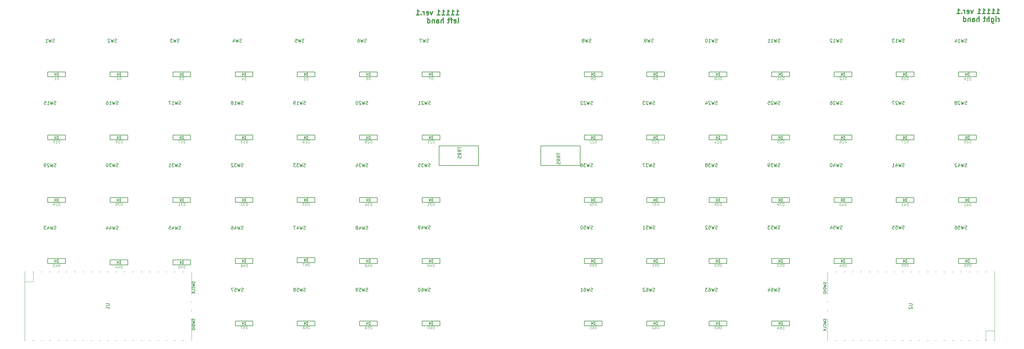
<source format=gbr>
%TF.GenerationSoftware,KiCad,Pcbnew,(7.0.0-0)*%
%TF.CreationDate,2023-03-05T21:50:49+09:00*%
%TF.ProjectId,11111,31313131-312e-46b6-9963-61645f706362,rev?*%
%TF.SameCoordinates,Original*%
%TF.FileFunction,Legend,Bot*%
%TF.FilePolarity,Positive*%
%FSLAX46Y46*%
G04 Gerber Fmt 4.6, Leading zero omitted, Abs format (unit mm)*
G04 Created by KiCad (PCBNEW (7.0.0-0)) date 2023-03-05 21:50:49*
%MOMM*%
%LPD*%
G01*
G04 APERTURE LIST*
%ADD10C,0.300000*%
%ADD11C,0.125000*%
%ADD12C,0.150000*%
%ADD13C,0.120000*%
G04 APERTURE END LIST*
D10*
X169037142Y-27523571D02*
X169894285Y-27523571D01*
X169465714Y-27523571D02*
X169465714Y-26023571D01*
X169465714Y-26023571D02*
X169608571Y-26237857D01*
X169608571Y-26237857D02*
X169751428Y-26380714D01*
X169751428Y-26380714D02*
X169894285Y-26452142D01*
X167608571Y-27523571D02*
X168465714Y-27523571D01*
X168037143Y-27523571D02*
X168037143Y-26023571D01*
X168037143Y-26023571D02*
X168180000Y-26237857D01*
X168180000Y-26237857D02*
X168322857Y-26380714D01*
X168322857Y-26380714D02*
X168465714Y-26452142D01*
X166180000Y-27523571D02*
X167037143Y-27523571D01*
X166608572Y-27523571D02*
X166608572Y-26023571D01*
X166608572Y-26023571D02*
X166751429Y-26237857D01*
X166751429Y-26237857D02*
X166894286Y-26380714D01*
X166894286Y-26380714D02*
X167037143Y-26452142D01*
X164751429Y-27523571D02*
X165608572Y-27523571D01*
X165180001Y-27523571D02*
X165180001Y-26023571D01*
X165180001Y-26023571D02*
X165322858Y-26237857D01*
X165322858Y-26237857D02*
X165465715Y-26380714D01*
X165465715Y-26380714D02*
X165608572Y-26452142D01*
X163322858Y-27523571D02*
X164180001Y-27523571D01*
X163751430Y-27523571D02*
X163751430Y-26023571D01*
X163751430Y-26023571D02*
X163894287Y-26237857D01*
X163894287Y-26237857D02*
X164037144Y-26380714D01*
X164037144Y-26380714D02*
X164180001Y-26452142D01*
X161922859Y-26523571D02*
X161565716Y-27523571D01*
X161565716Y-27523571D02*
X161208573Y-26523571D01*
X160065716Y-27452142D02*
X160208573Y-27523571D01*
X160208573Y-27523571D02*
X160494288Y-27523571D01*
X160494288Y-27523571D02*
X160637145Y-27452142D01*
X160637145Y-27452142D02*
X160708573Y-27309285D01*
X160708573Y-27309285D02*
X160708573Y-26737857D01*
X160708573Y-26737857D02*
X160637145Y-26595000D01*
X160637145Y-26595000D02*
X160494288Y-26523571D01*
X160494288Y-26523571D02*
X160208573Y-26523571D01*
X160208573Y-26523571D02*
X160065716Y-26595000D01*
X160065716Y-26595000D02*
X159994288Y-26737857D01*
X159994288Y-26737857D02*
X159994288Y-26880714D01*
X159994288Y-26880714D02*
X160708573Y-27023571D01*
X159351431Y-27523571D02*
X159351431Y-26523571D01*
X159351431Y-26809285D02*
X159280002Y-26666428D01*
X159280002Y-26666428D02*
X159208574Y-26595000D01*
X159208574Y-26595000D02*
X159065716Y-26523571D01*
X159065716Y-26523571D02*
X158922859Y-26523571D01*
X158422860Y-27380714D02*
X158351431Y-27452142D01*
X158351431Y-27452142D02*
X158422860Y-27523571D01*
X158422860Y-27523571D02*
X158494288Y-27452142D01*
X158494288Y-27452142D02*
X158422860Y-27380714D01*
X158422860Y-27380714D02*
X158422860Y-27523571D01*
X156922859Y-27523571D02*
X157780002Y-27523571D01*
X157351431Y-27523571D02*
X157351431Y-26023571D01*
X157351431Y-26023571D02*
X157494288Y-26237857D01*
X157494288Y-26237857D02*
X157637145Y-26380714D01*
X157637145Y-26380714D02*
X157780002Y-26452142D01*
X169608571Y-29953571D02*
X169751428Y-29882142D01*
X169751428Y-29882142D02*
X169822857Y-29739285D01*
X169822857Y-29739285D02*
X169822857Y-28453571D01*
X168465714Y-29882142D02*
X168608571Y-29953571D01*
X168608571Y-29953571D02*
X168894286Y-29953571D01*
X168894286Y-29953571D02*
X169037143Y-29882142D01*
X169037143Y-29882142D02*
X169108571Y-29739285D01*
X169108571Y-29739285D02*
X169108571Y-29167857D01*
X169108571Y-29167857D02*
X169037143Y-29025000D01*
X169037143Y-29025000D02*
X168894286Y-28953571D01*
X168894286Y-28953571D02*
X168608571Y-28953571D01*
X168608571Y-28953571D02*
X168465714Y-29025000D01*
X168465714Y-29025000D02*
X168394286Y-29167857D01*
X168394286Y-29167857D02*
X168394286Y-29310714D01*
X168394286Y-29310714D02*
X169108571Y-29453571D01*
X167965714Y-28953571D02*
X167394286Y-28953571D01*
X167751429Y-29953571D02*
X167751429Y-28667857D01*
X167751429Y-28667857D02*
X167680000Y-28525000D01*
X167680000Y-28525000D02*
X167537143Y-28453571D01*
X167537143Y-28453571D02*
X167394286Y-28453571D01*
X167108571Y-28953571D02*
X166537143Y-28953571D01*
X166894286Y-28453571D02*
X166894286Y-29739285D01*
X166894286Y-29739285D02*
X166822857Y-29882142D01*
X166822857Y-29882142D02*
X166680000Y-29953571D01*
X166680000Y-29953571D02*
X166537143Y-29953571D01*
X165137143Y-29953571D02*
X165137143Y-28453571D01*
X164494286Y-29953571D02*
X164494286Y-29167857D01*
X164494286Y-29167857D02*
X164565714Y-29025000D01*
X164565714Y-29025000D02*
X164708571Y-28953571D01*
X164708571Y-28953571D02*
X164922857Y-28953571D01*
X164922857Y-28953571D02*
X165065714Y-29025000D01*
X165065714Y-29025000D02*
X165137143Y-29096428D01*
X163137143Y-29953571D02*
X163137143Y-29167857D01*
X163137143Y-29167857D02*
X163208571Y-29025000D01*
X163208571Y-29025000D02*
X163351428Y-28953571D01*
X163351428Y-28953571D02*
X163637143Y-28953571D01*
X163637143Y-28953571D02*
X163780000Y-29025000D01*
X163137143Y-29882142D02*
X163280000Y-29953571D01*
X163280000Y-29953571D02*
X163637143Y-29953571D01*
X163637143Y-29953571D02*
X163780000Y-29882142D01*
X163780000Y-29882142D02*
X163851428Y-29739285D01*
X163851428Y-29739285D02*
X163851428Y-29596428D01*
X163851428Y-29596428D02*
X163780000Y-29453571D01*
X163780000Y-29453571D02*
X163637143Y-29382142D01*
X163637143Y-29382142D02*
X163280000Y-29382142D01*
X163280000Y-29382142D02*
X163137143Y-29310714D01*
X162422857Y-28953571D02*
X162422857Y-29953571D01*
X162422857Y-29096428D02*
X162351428Y-29025000D01*
X162351428Y-29025000D02*
X162208571Y-28953571D01*
X162208571Y-28953571D02*
X161994285Y-28953571D01*
X161994285Y-28953571D02*
X161851428Y-29025000D01*
X161851428Y-29025000D02*
X161780000Y-29167857D01*
X161780000Y-29167857D02*
X161780000Y-29953571D01*
X160422857Y-29953571D02*
X160422857Y-28453571D01*
X160422857Y-29882142D02*
X160565714Y-29953571D01*
X160565714Y-29953571D02*
X160851428Y-29953571D01*
X160851428Y-29953571D02*
X160994285Y-29882142D01*
X160994285Y-29882142D02*
X161065714Y-29810714D01*
X161065714Y-29810714D02*
X161137142Y-29667857D01*
X161137142Y-29667857D02*
X161137142Y-29239285D01*
X161137142Y-29239285D02*
X161065714Y-29096428D01*
X161065714Y-29096428D02*
X160994285Y-29025000D01*
X160994285Y-29025000D02*
X160851428Y-28953571D01*
X160851428Y-28953571D02*
X160565714Y-28953571D01*
X160565714Y-28953571D02*
X160422857Y-29025000D01*
X334137142Y-27123571D02*
X334994285Y-27123571D01*
X334565714Y-27123571D02*
X334565714Y-25623571D01*
X334565714Y-25623571D02*
X334708571Y-25837857D01*
X334708571Y-25837857D02*
X334851428Y-25980714D01*
X334851428Y-25980714D02*
X334994285Y-26052142D01*
X332708571Y-27123571D02*
X333565714Y-27123571D01*
X333137143Y-27123571D02*
X333137143Y-25623571D01*
X333137143Y-25623571D02*
X333280000Y-25837857D01*
X333280000Y-25837857D02*
X333422857Y-25980714D01*
X333422857Y-25980714D02*
X333565714Y-26052142D01*
X331280000Y-27123571D02*
X332137143Y-27123571D01*
X331708572Y-27123571D02*
X331708572Y-25623571D01*
X331708572Y-25623571D02*
X331851429Y-25837857D01*
X331851429Y-25837857D02*
X331994286Y-25980714D01*
X331994286Y-25980714D02*
X332137143Y-26052142D01*
X329851429Y-27123571D02*
X330708572Y-27123571D01*
X330280001Y-27123571D02*
X330280001Y-25623571D01*
X330280001Y-25623571D02*
X330422858Y-25837857D01*
X330422858Y-25837857D02*
X330565715Y-25980714D01*
X330565715Y-25980714D02*
X330708572Y-26052142D01*
X328422858Y-27123571D02*
X329280001Y-27123571D01*
X328851430Y-27123571D02*
X328851430Y-25623571D01*
X328851430Y-25623571D02*
X328994287Y-25837857D01*
X328994287Y-25837857D02*
X329137144Y-25980714D01*
X329137144Y-25980714D02*
X329280001Y-26052142D01*
X327022859Y-26123571D02*
X326665716Y-27123571D01*
X326665716Y-27123571D02*
X326308573Y-26123571D01*
X325165716Y-27052142D02*
X325308573Y-27123571D01*
X325308573Y-27123571D02*
X325594288Y-27123571D01*
X325594288Y-27123571D02*
X325737145Y-27052142D01*
X325737145Y-27052142D02*
X325808573Y-26909285D01*
X325808573Y-26909285D02*
X325808573Y-26337857D01*
X325808573Y-26337857D02*
X325737145Y-26195000D01*
X325737145Y-26195000D02*
X325594288Y-26123571D01*
X325594288Y-26123571D02*
X325308573Y-26123571D01*
X325308573Y-26123571D02*
X325165716Y-26195000D01*
X325165716Y-26195000D02*
X325094288Y-26337857D01*
X325094288Y-26337857D02*
X325094288Y-26480714D01*
X325094288Y-26480714D02*
X325808573Y-26623571D01*
X324451431Y-27123571D02*
X324451431Y-26123571D01*
X324451431Y-26409285D02*
X324380002Y-26266428D01*
X324380002Y-26266428D02*
X324308574Y-26195000D01*
X324308574Y-26195000D02*
X324165716Y-26123571D01*
X324165716Y-26123571D02*
X324022859Y-26123571D01*
X323522860Y-26980714D02*
X323451431Y-27052142D01*
X323451431Y-27052142D02*
X323522860Y-27123571D01*
X323522860Y-27123571D02*
X323594288Y-27052142D01*
X323594288Y-27052142D02*
X323522860Y-26980714D01*
X323522860Y-26980714D02*
X323522860Y-27123571D01*
X322022859Y-27123571D02*
X322880002Y-27123571D01*
X322451431Y-27123571D02*
X322451431Y-25623571D01*
X322451431Y-25623571D02*
X322594288Y-25837857D01*
X322594288Y-25837857D02*
X322737145Y-25980714D01*
X322737145Y-25980714D02*
X322880002Y-26052142D01*
X334922857Y-29553571D02*
X334922857Y-28553571D01*
X334922857Y-28839285D02*
X334851428Y-28696428D01*
X334851428Y-28696428D02*
X334780000Y-28625000D01*
X334780000Y-28625000D02*
X334637142Y-28553571D01*
X334637142Y-28553571D02*
X334494285Y-28553571D01*
X333994286Y-29553571D02*
X333994286Y-28553571D01*
X333994286Y-28053571D02*
X334065714Y-28125000D01*
X334065714Y-28125000D02*
X333994286Y-28196428D01*
X333994286Y-28196428D02*
X333922857Y-28125000D01*
X333922857Y-28125000D02*
X333994286Y-28053571D01*
X333994286Y-28053571D02*
X333994286Y-28196428D01*
X332637143Y-28553571D02*
X332637143Y-29767857D01*
X332637143Y-29767857D02*
X332708571Y-29910714D01*
X332708571Y-29910714D02*
X332780000Y-29982142D01*
X332780000Y-29982142D02*
X332922857Y-30053571D01*
X332922857Y-30053571D02*
X333137143Y-30053571D01*
X333137143Y-30053571D02*
X333280000Y-29982142D01*
X332637143Y-29482142D02*
X332780000Y-29553571D01*
X332780000Y-29553571D02*
X333065714Y-29553571D01*
X333065714Y-29553571D02*
X333208571Y-29482142D01*
X333208571Y-29482142D02*
X333280000Y-29410714D01*
X333280000Y-29410714D02*
X333351428Y-29267857D01*
X333351428Y-29267857D02*
X333351428Y-28839285D01*
X333351428Y-28839285D02*
X333280000Y-28696428D01*
X333280000Y-28696428D02*
X333208571Y-28625000D01*
X333208571Y-28625000D02*
X333065714Y-28553571D01*
X333065714Y-28553571D02*
X332780000Y-28553571D01*
X332780000Y-28553571D02*
X332637143Y-28625000D01*
X331922857Y-29553571D02*
X331922857Y-28053571D01*
X331280000Y-29553571D02*
X331280000Y-28767857D01*
X331280000Y-28767857D02*
X331351428Y-28625000D01*
X331351428Y-28625000D02*
X331494285Y-28553571D01*
X331494285Y-28553571D02*
X331708571Y-28553571D01*
X331708571Y-28553571D02*
X331851428Y-28625000D01*
X331851428Y-28625000D02*
X331922857Y-28696428D01*
X330779999Y-28553571D02*
X330208571Y-28553571D01*
X330565714Y-28053571D02*
X330565714Y-29339285D01*
X330565714Y-29339285D02*
X330494285Y-29482142D01*
X330494285Y-29482142D02*
X330351428Y-29553571D01*
X330351428Y-29553571D02*
X330208571Y-29553571D01*
X328808571Y-29553571D02*
X328808571Y-28053571D01*
X328165714Y-29553571D02*
X328165714Y-28767857D01*
X328165714Y-28767857D02*
X328237142Y-28625000D01*
X328237142Y-28625000D02*
X328379999Y-28553571D01*
X328379999Y-28553571D02*
X328594285Y-28553571D01*
X328594285Y-28553571D02*
X328737142Y-28625000D01*
X328737142Y-28625000D02*
X328808571Y-28696428D01*
X326808571Y-29553571D02*
X326808571Y-28767857D01*
X326808571Y-28767857D02*
X326879999Y-28625000D01*
X326879999Y-28625000D02*
X327022856Y-28553571D01*
X327022856Y-28553571D02*
X327308571Y-28553571D01*
X327308571Y-28553571D02*
X327451428Y-28625000D01*
X326808571Y-29482142D02*
X326951428Y-29553571D01*
X326951428Y-29553571D02*
X327308571Y-29553571D01*
X327308571Y-29553571D02*
X327451428Y-29482142D01*
X327451428Y-29482142D02*
X327522856Y-29339285D01*
X327522856Y-29339285D02*
X327522856Y-29196428D01*
X327522856Y-29196428D02*
X327451428Y-29053571D01*
X327451428Y-29053571D02*
X327308571Y-28982142D01*
X327308571Y-28982142D02*
X326951428Y-28982142D01*
X326951428Y-28982142D02*
X326808571Y-28910714D01*
X326094285Y-28553571D02*
X326094285Y-29553571D01*
X326094285Y-28696428D02*
X326022856Y-28625000D01*
X326022856Y-28625000D02*
X325879999Y-28553571D01*
X325879999Y-28553571D02*
X325665713Y-28553571D01*
X325665713Y-28553571D02*
X325522856Y-28625000D01*
X325522856Y-28625000D02*
X325451428Y-28767857D01*
X325451428Y-28767857D02*
X325451428Y-29553571D01*
X324094285Y-29553571D02*
X324094285Y-28053571D01*
X324094285Y-29482142D02*
X324237142Y-29553571D01*
X324237142Y-29553571D02*
X324522856Y-29553571D01*
X324522856Y-29553571D02*
X324665713Y-29482142D01*
X324665713Y-29482142D02*
X324737142Y-29410714D01*
X324737142Y-29410714D02*
X324808570Y-29267857D01*
X324808570Y-29267857D02*
X324808570Y-28839285D01*
X324808570Y-28839285D02*
X324737142Y-28696428D01*
X324737142Y-28696428D02*
X324665713Y-28625000D01*
X324665713Y-28625000D02*
X324522856Y-28553571D01*
X324522856Y-28553571D02*
X324237142Y-28553571D01*
X324237142Y-28553571D02*
X324094285Y-28625000D01*
D11*
%TO.C,D27*%
X307171428Y-66693904D02*
X307171428Y-65893904D01*
X307171428Y-65893904D02*
X306980952Y-65893904D01*
X306980952Y-65893904D02*
X306866666Y-65932000D01*
X306866666Y-65932000D02*
X306790476Y-66008190D01*
X306790476Y-66008190D02*
X306752381Y-66084380D01*
X306752381Y-66084380D02*
X306714285Y-66236761D01*
X306714285Y-66236761D02*
X306714285Y-66351047D01*
X306714285Y-66351047D02*
X306752381Y-66503428D01*
X306752381Y-66503428D02*
X306790476Y-66579619D01*
X306790476Y-66579619D02*
X306866666Y-66655809D01*
X306866666Y-66655809D02*
X306980952Y-66693904D01*
X306980952Y-66693904D02*
X307171428Y-66693904D01*
X306409524Y-65970095D02*
X306371428Y-65932000D01*
X306371428Y-65932000D02*
X306295238Y-65893904D01*
X306295238Y-65893904D02*
X306104762Y-65893904D01*
X306104762Y-65893904D02*
X306028571Y-65932000D01*
X306028571Y-65932000D02*
X305990476Y-65970095D01*
X305990476Y-65970095D02*
X305952381Y-66046285D01*
X305952381Y-66046285D02*
X305952381Y-66122476D01*
X305952381Y-66122476D02*
X305990476Y-66236761D01*
X305990476Y-66236761D02*
X306447619Y-66693904D01*
X306447619Y-66693904D02*
X305952381Y-66693904D01*
X305685714Y-65893904D02*
X305152380Y-65893904D01*
X305152380Y-65893904D02*
X305495238Y-66693904D01*
D12*
%TO.C,SW13*%
X305974523Y-35819761D02*
X305831666Y-35867380D01*
X305831666Y-35867380D02*
X305593571Y-35867380D01*
X305593571Y-35867380D02*
X305498333Y-35819761D01*
X305498333Y-35819761D02*
X305450714Y-35772142D01*
X305450714Y-35772142D02*
X305403095Y-35676904D01*
X305403095Y-35676904D02*
X305403095Y-35581666D01*
X305403095Y-35581666D02*
X305450714Y-35486428D01*
X305450714Y-35486428D02*
X305498333Y-35438809D01*
X305498333Y-35438809D02*
X305593571Y-35391190D01*
X305593571Y-35391190D02*
X305784047Y-35343571D01*
X305784047Y-35343571D02*
X305879285Y-35295952D01*
X305879285Y-35295952D02*
X305926904Y-35248333D01*
X305926904Y-35248333D02*
X305974523Y-35153095D01*
X305974523Y-35153095D02*
X305974523Y-35057857D01*
X305974523Y-35057857D02*
X305926904Y-34962619D01*
X305926904Y-34962619D02*
X305879285Y-34915000D01*
X305879285Y-34915000D02*
X305784047Y-34867380D01*
X305784047Y-34867380D02*
X305545952Y-34867380D01*
X305545952Y-34867380D02*
X305403095Y-34915000D01*
X305069761Y-34867380D02*
X304831666Y-35867380D01*
X304831666Y-35867380D02*
X304641190Y-35153095D01*
X304641190Y-35153095D02*
X304450714Y-35867380D01*
X304450714Y-35867380D02*
X304212619Y-34867380D01*
X303307857Y-35867380D02*
X303879285Y-35867380D01*
X303593571Y-35867380D02*
X303593571Y-34867380D01*
X303593571Y-34867380D02*
X303688809Y-35010238D01*
X303688809Y-35010238D02*
X303784047Y-35105476D01*
X303784047Y-35105476D02*
X303879285Y-35153095D01*
X302974523Y-34867380D02*
X302355476Y-34867380D01*
X302355476Y-34867380D02*
X302688809Y-35248333D01*
X302688809Y-35248333D02*
X302545952Y-35248333D01*
X302545952Y-35248333D02*
X302450714Y-35295952D01*
X302450714Y-35295952D02*
X302403095Y-35343571D01*
X302403095Y-35343571D02*
X302355476Y-35438809D01*
X302355476Y-35438809D02*
X302355476Y-35676904D01*
X302355476Y-35676904D02*
X302403095Y-35772142D01*
X302403095Y-35772142D02*
X302450714Y-35819761D01*
X302450714Y-35819761D02*
X302545952Y-35867380D01*
X302545952Y-35867380D02*
X302831666Y-35867380D01*
X302831666Y-35867380D02*
X302926904Y-35819761D01*
X302926904Y-35819761D02*
X302974523Y-35772142D01*
%TO.C,SW46*%
X104044523Y-93089761D02*
X103901666Y-93137380D01*
X103901666Y-93137380D02*
X103663571Y-93137380D01*
X103663571Y-93137380D02*
X103568333Y-93089761D01*
X103568333Y-93089761D02*
X103520714Y-93042142D01*
X103520714Y-93042142D02*
X103473095Y-92946904D01*
X103473095Y-92946904D02*
X103473095Y-92851666D01*
X103473095Y-92851666D02*
X103520714Y-92756428D01*
X103520714Y-92756428D02*
X103568333Y-92708809D01*
X103568333Y-92708809D02*
X103663571Y-92661190D01*
X103663571Y-92661190D02*
X103854047Y-92613571D01*
X103854047Y-92613571D02*
X103949285Y-92565952D01*
X103949285Y-92565952D02*
X103996904Y-92518333D01*
X103996904Y-92518333D02*
X104044523Y-92423095D01*
X104044523Y-92423095D02*
X104044523Y-92327857D01*
X104044523Y-92327857D02*
X103996904Y-92232619D01*
X103996904Y-92232619D02*
X103949285Y-92185000D01*
X103949285Y-92185000D02*
X103854047Y-92137380D01*
X103854047Y-92137380D02*
X103615952Y-92137380D01*
X103615952Y-92137380D02*
X103473095Y-92185000D01*
X103139761Y-92137380D02*
X102901666Y-93137380D01*
X102901666Y-93137380D02*
X102711190Y-92423095D01*
X102711190Y-92423095D02*
X102520714Y-93137380D01*
X102520714Y-93137380D02*
X102282619Y-92137380D01*
X101473095Y-92470714D02*
X101473095Y-93137380D01*
X101711190Y-92089761D02*
X101949285Y-92804047D01*
X101949285Y-92804047D02*
X101330238Y-92804047D01*
X100520714Y-92137380D02*
X100711190Y-92137380D01*
X100711190Y-92137380D02*
X100806428Y-92185000D01*
X100806428Y-92185000D02*
X100854047Y-92232619D01*
X100854047Y-92232619D02*
X100949285Y-92375476D01*
X100949285Y-92375476D02*
X100996904Y-92565952D01*
X100996904Y-92565952D02*
X100996904Y-92946904D01*
X100996904Y-92946904D02*
X100949285Y-93042142D01*
X100949285Y-93042142D02*
X100901666Y-93089761D01*
X100901666Y-93089761D02*
X100806428Y-93137380D01*
X100806428Y-93137380D02*
X100615952Y-93137380D01*
X100615952Y-93137380D02*
X100520714Y-93089761D01*
X100520714Y-93089761D02*
X100473095Y-93042142D01*
X100473095Y-93042142D02*
X100425476Y-92946904D01*
X100425476Y-92946904D02*
X100425476Y-92708809D01*
X100425476Y-92708809D02*
X100473095Y-92613571D01*
X100473095Y-92613571D02*
X100520714Y-92565952D01*
X100520714Y-92565952D02*
X100615952Y-92518333D01*
X100615952Y-92518333D02*
X100806428Y-92518333D01*
X100806428Y-92518333D02*
X100901666Y-92565952D01*
X100901666Y-92565952D02*
X100949285Y-92613571D01*
X100949285Y-92613571D02*
X100996904Y-92708809D01*
D11*
%TO.C,D39*%
X269191428Y-85823904D02*
X269191428Y-85023904D01*
X269191428Y-85023904D02*
X269000952Y-85023904D01*
X269000952Y-85023904D02*
X268886666Y-85062000D01*
X268886666Y-85062000D02*
X268810476Y-85138190D01*
X268810476Y-85138190D02*
X268772381Y-85214380D01*
X268772381Y-85214380D02*
X268734285Y-85366761D01*
X268734285Y-85366761D02*
X268734285Y-85481047D01*
X268734285Y-85481047D02*
X268772381Y-85633428D01*
X268772381Y-85633428D02*
X268810476Y-85709619D01*
X268810476Y-85709619D02*
X268886666Y-85785809D01*
X268886666Y-85785809D02*
X269000952Y-85823904D01*
X269000952Y-85823904D02*
X269191428Y-85823904D01*
X268467619Y-85023904D02*
X267972381Y-85023904D01*
X267972381Y-85023904D02*
X268239047Y-85328666D01*
X268239047Y-85328666D02*
X268124762Y-85328666D01*
X268124762Y-85328666D02*
X268048571Y-85366761D01*
X268048571Y-85366761D02*
X268010476Y-85404857D01*
X268010476Y-85404857D02*
X267972381Y-85481047D01*
X267972381Y-85481047D02*
X267972381Y-85671523D01*
X267972381Y-85671523D02*
X268010476Y-85747714D01*
X268010476Y-85747714D02*
X268048571Y-85785809D01*
X268048571Y-85785809D02*
X268124762Y-85823904D01*
X268124762Y-85823904D02*
X268353333Y-85823904D01*
X268353333Y-85823904D02*
X268429524Y-85785809D01*
X268429524Y-85785809D02*
X268467619Y-85747714D01*
X267591428Y-85823904D02*
X267439047Y-85823904D01*
X267439047Y-85823904D02*
X267362857Y-85785809D01*
X267362857Y-85785809D02*
X267324761Y-85747714D01*
X267324761Y-85747714D02*
X267248571Y-85633428D01*
X267248571Y-85633428D02*
X267210476Y-85481047D01*
X267210476Y-85481047D02*
X267210476Y-85176285D01*
X267210476Y-85176285D02*
X267248571Y-85100095D01*
X267248571Y-85100095D02*
X267286666Y-85062000D01*
X267286666Y-85062000D02*
X267362857Y-85023904D01*
X267362857Y-85023904D02*
X267515238Y-85023904D01*
X267515238Y-85023904D02*
X267591428Y-85062000D01*
X267591428Y-85062000D02*
X267629523Y-85100095D01*
X267629523Y-85100095D02*
X267667619Y-85176285D01*
X267667619Y-85176285D02*
X267667619Y-85366761D01*
X267667619Y-85366761D02*
X267629523Y-85442952D01*
X267629523Y-85442952D02*
X267591428Y-85481047D01*
X267591428Y-85481047D02*
X267515238Y-85519142D01*
X267515238Y-85519142D02*
X267362857Y-85519142D01*
X267362857Y-85519142D02*
X267286666Y-85481047D01*
X267286666Y-85481047D02*
X267248571Y-85442952D01*
X267248571Y-85442952D02*
X267210476Y-85366761D01*
%TO.C,D22*%
X211941428Y-66693904D02*
X211941428Y-65893904D01*
X211941428Y-65893904D02*
X211750952Y-65893904D01*
X211750952Y-65893904D02*
X211636666Y-65932000D01*
X211636666Y-65932000D02*
X211560476Y-66008190D01*
X211560476Y-66008190D02*
X211522381Y-66084380D01*
X211522381Y-66084380D02*
X211484285Y-66236761D01*
X211484285Y-66236761D02*
X211484285Y-66351047D01*
X211484285Y-66351047D02*
X211522381Y-66503428D01*
X211522381Y-66503428D02*
X211560476Y-66579619D01*
X211560476Y-66579619D02*
X211636666Y-66655809D01*
X211636666Y-66655809D02*
X211750952Y-66693904D01*
X211750952Y-66693904D02*
X211941428Y-66693904D01*
X211179524Y-65970095D02*
X211141428Y-65932000D01*
X211141428Y-65932000D02*
X211065238Y-65893904D01*
X211065238Y-65893904D02*
X210874762Y-65893904D01*
X210874762Y-65893904D02*
X210798571Y-65932000D01*
X210798571Y-65932000D02*
X210760476Y-65970095D01*
X210760476Y-65970095D02*
X210722381Y-66046285D01*
X210722381Y-66046285D02*
X210722381Y-66122476D01*
X210722381Y-66122476D02*
X210760476Y-66236761D01*
X210760476Y-66236761D02*
X211217619Y-66693904D01*
X211217619Y-66693904D02*
X210722381Y-66693904D01*
X210417619Y-65970095D02*
X210379523Y-65932000D01*
X210379523Y-65932000D02*
X210303333Y-65893904D01*
X210303333Y-65893904D02*
X210112857Y-65893904D01*
X210112857Y-65893904D02*
X210036666Y-65932000D01*
X210036666Y-65932000D02*
X209998571Y-65970095D01*
X209998571Y-65970095D02*
X209960476Y-66046285D01*
X209960476Y-66046285D02*
X209960476Y-66122476D01*
X209960476Y-66122476D02*
X209998571Y-66236761D01*
X209998571Y-66236761D02*
X210455714Y-66693904D01*
X210455714Y-66693904D02*
X209960476Y-66693904D01*
%TO.C,D33*%
X124246428Y-85823904D02*
X124246428Y-85023904D01*
X124246428Y-85023904D02*
X124055952Y-85023904D01*
X124055952Y-85023904D02*
X123941666Y-85062000D01*
X123941666Y-85062000D02*
X123865476Y-85138190D01*
X123865476Y-85138190D02*
X123827381Y-85214380D01*
X123827381Y-85214380D02*
X123789285Y-85366761D01*
X123789285Y-85366761D02*
X123789285Y-85481047D01*
X123789285Y-85481047D02*
X123827381Y-85633428D01*
X123827381Y-85633428D02*
X123865476Y-85709619D01*
X123865476Y-85709619D02*
X123941666Y-85785809D01*
X123941666Y-85785809D02*
X124055952Y-85823904D01*
X124055952Y-85823904D02*
X124246428Y-85823904D01*
X123522619Y-85023904D02*
X123027381Y-85023904D01*
X123027381Y-85023904D02*
X123294047Y-85328666D01*
X123294047Y-85328666D02*
X123179762Y-85328666D01*
X123179762Y-85328666D02*
X123103571Y-85366761D01*
X123103571Y-85366761D02*
X123065476Y-85404857D01*
X123065476Y-85404857D02*
X123027381Y-85481047D01*
X123027381Y-85481047D02*
X123027381Y-85671523D01*
X123027381Y-85671523D02*
X123065476Y-85747714D01*
X123065476Y-85747714D02*
X123103571Y-85785809D01*
X123103571Y-85785809D02*
X123179762Y-85823904D01*
X123179762Y-85823904D02*
X123408333Y-85823904D01*
X123408333Y-85823904D02*
X123484524Y-85785809D01*
X123484524Y-85785809D02*
X123522619Y-85747714D01*
X122760714Y-85023904D02*
X122265476Y-85023904D01*
X122265476Y-85023904D02*
X122532142Y-85328666D01*
X122532142Y-85328666D02*
X122417857Y-85328666D01*
X122417857Y-85328666D02*
X122341666Y-85366761D01*
X122341666Y-85366761D02*
X122303571Y-85404857D01*
X122303571Y-85404857D02*
X122265476Y-85481047D01*
X122265476Y-85481047D02*
X122265476Y-85671523D01*
X122265476Y-85671523D02*
X122303571Y-85747714D01*
X122303571Y-85747714D02*
X122341666Y-85785809D01*
X122341666Y-85785809D02*
X122417857Y-85823904D01*
X122417857Y-85823904D02*
X122646428Y-85823904D01*
X122646428Y-85823904D02*
X122722619Y-85785809D01*
X122722619Y-85785809D02*
X122760714Y-85747714D01*
%TO.C,D43*%
X48056428Y-104603904D02*
X48056428Y-103803904D01*
X48056428Y-103803904D02*
X47865952Y-103803904D01*
X47865952Y-103803904D02*
X47751666Y-103842000D01*
X47751666Y-103842000D02*
X47675476Y-103918190D01*
X47675476Y-103918190D02*
X47637381Y-103994380D01*
X47637381Y-103994380D02*
X47599285Y-104146761D01*
X47599285Y-104146761D02*
X47599285Y-104261047D01*
X47599285Y-104261047D02*
X47637381Y-104413428D01*
X47637381Y-104413428D02*
X47675476Y-104489619D01*
X47675476Y-104489619D02*
X47751666Y-104565809D01*
X47751666Y-104565809D02*
X47865952Y-104603904D01*
X47865952Y-104603904D02*
X48056428Y-104603904D01*
X46913571Y-104070571D02*
X46913571Y-104603904D01*
X47104047Y-103765809D02*
X47294524Y-104337238D01*
X47294524Y-104337238D02*
X46799285Y-104337238D01*
X46570714Y-103803904D02*
X46075476Y-103803904D01*
X46075476Y-103803904D02*
X46342142Y-104108666D01*
X46342142Y-104108666D02*
X46227857Y-104108666D01*
X46227857Y-104108666D02*
X46151666Y-104146761D01*
X46151666Y-104146761D02*
X46113571Y-104184857D01*
X46113571Y-104184857D02*
X46075476Y-104261047D01*
X46075476Y-104261047D02*
X46075476Y-104451523D01*
X46075476Y-104451523D02*
X46113571Y-104527714D01*
X46113571Y-104527714D02*
X46151666Y-104565809D01*
X46151666Y-104565809D02*
X46227857Y-104603904D01*
X46227857Y-104603904D02*
X46456428Y-104603904D01*
X46456428Y-104603904D02*
X46532619Y-104565809D01*
X46532619Y-104565809D02*
X46570714Y-104527714D01*
%TO.C,D60*%
X162391428Y-123573904D02*
X162391428Y-122773904D01*
X162391428Y-122773904D02*
X162200952Y-122773904D01*
X162200952Y-122773904D02*
X162086666Y-122812000D01*
X162086666Y-122812000D02*
X162010476Y-122888190D01*
X162010476Y-122888190D02*
X161972381Y-122964380D01*
X161972381Y-122964380D02*
X161934285Y-123116761D01*
X161934285Y-123116761D02*
X161934285Y-123231047D01*
X161934285Y-123231047D02*
X161972381Y-123383428D01*
X161972381Y-123383428D02*
X162010476Y-123459619D01*
X162010476Y-123459619D02*
X162086666Y-123535809D01*
X162086666Y-123535809D02*
X162200952Y-123573904D01*
X162200952Y-123573904D02*
X162391428Y-123573904D01*
X161248571Y-122773904D02*
X161400952Y-122773904D01*
X161400952Y-122773904D02*
X161477143Y-122812000D01*
X161477143Y-122812000D02*
X161515238Y-122850095D01*
X161515238Y-122850095D02*
X161591428Y-122964380D01*
X161591428Y-122964380D02*
X161629524Y-123116761D01*
X161629524Y-123116761D02*
X161629524Y-123421523D01*
X161629524Y-123421523D02*
X161591428Y-123497714D01*
X161591428Y-123497714D02*
X161553333Y-123535809D01*
X161553333Y-123535809D02*
X161477143Y-123573904D01*
X161477143Y-123573904D02*
X161324762Y-123573904D01*
X161324762Y-123573904D02*
X161248571Y-123535809D01*
X161248571Y-123535809D02*
X161210476Y-123497714D01*
X161210476Y-123497714D02*
X161172381Y-123421523D01*
X161172381Y-123421523D02*
X161172381Y-123231047D01*
X161172381Y-123231047D02*
X161210476Y-123154857D01*
X161210476Y-123154857D02*
X161248571Y-123116761D01*
X161248571Y-123116761D02*
X161324762Y-123078666D01*
X161324762Y-123078666D02*
X161477143Y-123078666D01*
X161477143Y-123078666D02*
X161553333Y-123116761D01*
X161553333Y-123116761D02*
X161591428Y-123154857D01*
X161591428Y-123154857D02*
X161629524Y-123231047D01*
X160677142Y-122773904D02*
X160600952Y-122773904D01*
X160600952Y-122773904D02*
X160524761Y-122812000D01*
X160524761Y-122812000D02*
X160486666Y-122850095D01*
X160486666Y-122850095D02*
X160448571Y-122926285D01*
X160448571Y-122926285D02*
X160410476Y-123078666D01*
X160410476Y-123078666D02*
X160410476Y-123269142D01*
X160410476Y-123269142D02*
X160448571Y-123421523D01*
X160448571Y-123421523D02*
X160486666Y-123497714D01*
X160486666Y-123497714D02*
X160524761Y-123535809D01*
X160524761Y-123535809D02*
X160600952Y-123573904D01*
X160600952Y-123573904D02*
X160677142Y-123573904D01*
X160677142Y-123573904D02*
X160753333Y-123535809D01*
X160753333Y-123535809D02*
X160791428Y-123497714D01*
X160791428Y-123497714D02*
X160829523Y-123421523D01*
X160829523Y-123421523D02*
X160867619Y-123269142D01*
X160867619Y-123269142D02*
X160867619Y-123078666D01*
X160867619Y-123078666D02*
X160829523Y-122926285D01*
X160829523Y-122926285D02*
X160791428Y-122850095D01*
X160791428Y-122850095D02*
X160753333Y-122812000D01*
X160753333Y-122812000D02*
X160677142Y-122773904D01*
%TO.C,D52*%
X250076428Y-104503904D02*
X250076428Y-103703904D01*
X250076428Y-103703904D02*
X249885952Y-103703904D01*
X249885952Y-103703904D02*
X249771666Y-103742000D01*
X249771666Y-103742000D02*
X249695476Y-103818190D01*
X249695476Y-103818190D02*
X249657381Y-103894380D01*
X249657381Y-103894380D02*
X249619285Y-104046761D01*
X249619285Y-104046761D02*
X249619285Y-104161047D01*
X249619285Y-104161047D02*
X249657381Y-104313428D01*
X249657381Y-104313428D02*
X249695476Y-104389619D01*
X249695476Y-104389619D02*
X249771666Y-104465809D01*
X249771666Y-104465809D02*
X249885952Y-104503904D01*
X249885952Y-104503904D02*
X250076428Y-104503904D01*
X248895476Y-103703904D02*
X249276428Y-103703904D01*
X249276428Y-103703904D02*
X249314524Y-104084857D01*
X249314524Y-104084857D02*
X249276428Y-104046761D01*
X249276428Y-104046761D02*
X249200238Y-104008666D01*
X249200238Y-104008666D02*
X249009762Y-104008666D01*
X249009762Y-104008666D02*
X248933571Y-104046761D01*
X248933571Y-104046761D02*
X248895476Y-104084857D01*
X248895476Y-104084857D02*
X248857381Y-104161047D01*
X248857381Y-104161047D02*
X248857381Y-104351523D01*
X248857381Y-104351523D02*
X248895476Y-104427714D01*
X248895476Y-104427714D02*
X248933571Y-104465809D01*
X248933571Y-104465809D02*
X249009762Y-104503904D01*
X249009762Y-104503904D02*
X249200238Y-104503904D01*
X249200238Y-104503904D02*
X249276428Y-104465809D01*
X249276428Y-104465809D02*
X249314524Y-104427714D01*
X248552619Y-103780095D02*
X248514523Y-103742000D01*
X248514523Y-103742000D02*
X248438333Y-103703904D01*
X248438333Y-103703904D02*
X248247857Y-103703904D01*
X248247857Y-103703904D02*
X248171666Y-103742000D01*
X248171666Y-103742000D02*
X248133571Y-103780095D01*
X248133571Y-103780095D02*
X248095476Y-103856285D01*
X248095476Y-103856285D02*
X248095476Y-103932476D01*
X248095476Y-103932476D02*
X248133571Y-104046761D01*
X248133571Y-104046761D02*
X248590714Y-104503904D01*
X248590714Y-104503904D02*
X248095476Y-104503904D01*
%TO.C,D28*%
X326256428Y-66693904D02*
X326256428Y-65893904D01*
X326256428Y-65893904D02*
X326065952Y-65893904D01*
X326065952Y-65893904D02*
X325951666Y-65932000D01*
X325951666Y-65932000D02*
X325875476Y-66008190D01*
X325875476Y-66008190D02*
X325837381Y-66084380D01*
X325837381Y-66084380D02*
X325799285Y-66236761D01*
X325799285Y-66236761D02*
X325799285Y-66351047D01*
X325799285Y-66351047D02*
X325837381Y-66503428D01*
X325837381Y-66503428D02*
X325875476Y-66579619D01*
X325875476Y-66579619D02*
X325951666Y-66655809D01*
X325951666Y-66655809D02*
X326065952Y-66693904D01*
X326065952Y-66693904D02*
X326256428Y-66693904D01*
X325494524Y-65970095D02*
X325456428Y-65932000D01*
X325456428Y-65932000D02*
X325380238Y-65893904D01*
X325380238Y-65893904D02*
X325189762Y-65893904D01*
X325189762Y-65893904D02*
X325113571Y-65932000D01*
X325113571Y-65932000D02*
X325075476Y-65970095D01*
X325075476Y-65970095D02*
X325037381Y-66046285D01*
X325037381Y-66046285D02*
X325037381Y-66122476D01*
X325037381Y-66122476D02*
X325075476Y-66236761D01*
X325075476Y-66236761D02*
X325532619Y-66693904D01*
X325532619Y-66693904D02*
X325037381Y-66693904D01*
X324580238Y-66236761D02*
X324656428Y-66198666D01*
X324656428Y-66198666D02*
X324694523Y-66160571D01*
X324694523Y-66160571D02*
X324732619Y-66084380D01*
X324732619Y-66084380D02*
X324732619Y-66046285D01*
X324732619Y-66046285D02*
X324694523Y-65970095D01*
X324694523Y-65970095D02*
X324656428Y-65932000D01*
X324656428Y-65932000D02*
X324580238Y-65893904D01*
X324580238Y-65893904D02*
X324427857Y-65893904D01*
X324427857Y-65893904D02*
X324351666Y-65932000D01*
X324351666Y-65932000D02*
X324313571Y-65970095D01*
X324313571Y-65970095D02*
X324275476Y-66046285D01*
X324275476Y-66046285D02*
X324275476Y-66084380D01*
X324275476Y-66084380D02*
X324313571Y-66160571D01*
X324313571Y-66160571D02*
X324351666Y-66198666D01*
X324351666Y-66198666D02*
X324427857Y-66236761D01*
X324427857Y-66236761D02*
X324580238Y-66236761D01*
X324580238Y-66236761D02*
X324656428Y-66274857D01*
X324656428Y-66274857D02*
X324694523Y-66312952D01*
X324694523Y-66312952D02*
X324732619Y-66389142D01*
X324732619Y-66389142D02*
X324732619Y-66541523D01*
X324732619Y-66541523D02*
X324694523Y-66617714D01*
X324694523Y-66617714D02*
X324656428Y-66655809D01*
X324656428Y-66655809D02*
X324580238Y-66693904D01*
X324580238Y-66693904D02*
X324427857Y-66693904D01*
X324427857Y-66693904D02*
X324351666Y-66655809D01*
X324351666Y-66655809D02*
X324313571Y-66617714D01*
X324313571Y-66617714D02*
X324275476Y-66541523D01*
X324275476Y-66541523D02*
X324275476Y-66389142D01*
X324275476Y-66389142D02*
X324313571Y-66312952D01*
X324313571Y-66312952D02*
X324351666Y-66274857D01*
X324351666Y-66274857D02*
X324427857Y-66236761D01*
D12*
%TO.C,SW8*%
X210298332Y-35819761D02*
X210155475Y-35867380D01*
X210155475Y-35867380D02*
X209917380Y-35867380D01*
X209917380Y-35867380D02*
X209822142Y-35819761D01*
X209822142Y-35819761D02*
X209774523Y-35772142D01*
X209774523Y-35772142D02*
X209726904Y-35676904D01*
X209726904Y-35676904D02*
X209726904Y-35581666D01*
X209726904Y-35581666D02*
X209774523Y-35486428D01*
X209774523Y-35486428D02*
X209822142Y-35438809D01*
X209822142Y-35438809D02*
X209917380Y-35391190D01*
X209917380Y-35391190D02*
X210107856Y-35343571D01*
X210107856Y-35343571D02*
X210203094Y-35295952D01*
X210203094Y-35295952D02*
X210250713Y-35248333D01*
X210250713Y-35248333D02*
X210298332Y-35153095D01*
X210298332Y-35153095D02*
X210298332Y-35057857D01*
X210298332Y-35057857D02*
X210250713Y-34962619D01*
X210250713Y-34962619D02*
X210203094Y-34915000D01*
X210203094Y-34915000D02*
X210107856Y-34867380D01*
X210107856Y-34867380D02*
X209869761Y-34867380D01*
X209869761Y-34867380D02*
X209726904Y-34915000D01*
X209393570Y-34867380D02*
X209155475Y-35867380D01*
X209155475Y-35867380D02*
X208964999Y-35153095D01*
X208964999Y-35153095D02*
X208774523Y-35867380D01*
X208774523Y-35867380D02*
X208536428Y-34867380D01*
X208012618Y-35295952D02*
X208107856Y-35248333D01*
X208107856Y-35248333D02*
X208155475Y-35200714D01*
X208155475Y-35200714D02*
X208203094Y-35105476D01*
X208203094Y-35105476D02*
X208203094Y-35057857D01*
X208203094Y-35057857D02*
X208155475Y-34962619D01*
X208155475Y-34962619D02*
X208107856Y-34915000D01*
X208107856Y-34915000D02*
X208012618Y-34867380D01*
X208012618Y-34867380D02*
X207822142Y-34867380D01*
X207822142Y-34867380D02*
X207726904Y-34915000D01*
X207726904Y-34915000D02*
X207679285Y-34962619D01*
X207679285Y-34962619D02*
X207631666Y-35057857D01*
X207631666Y-35057857D02*
X207631666Y-35105476D01*
X207631666Y-35105476D02*
X207679285Y-35200714D01*
X207679285Y-35200714D02*
X207726904Y-35248333D01*
X207726904Y-35248333D02*
X207822142Y-35295952D01*
X207822142Y-35295952D02*
X208012618Y-35295952D01*
X208012618Y-35295952D02*
X208107856Y-35343571D01*
X208107856Y-35343571D02*
X208155475Y-35391190D01*
X208155475Y-35391190D02*
X208203094Y-35486428D01*
X208203094Y-35486428D02*
X208203094Y-35676904D01*
X208203094Y-35676904D02*
X208155475Y-35772142D01*
X208155475Y-35772142D02*
X208107856Y-35819761D01*
X208107856Y-35819761D02*
X208012618Y-35867380D01*
X208012618Y-35867380D02*
X207822142Y-35867380D01*
X207822142Y-35867380D02*
X207726904Y-35819761D01*
X207726904Y-35819761D02*
X207679285Y-35772142D01*
X207679285Y-35772142D02*
X207631666Y-35676904D01*
X207631666Y-35676904D02*
X207631666Y-35486428D01*
X207631666Y-35486428D02*
X207679285Y-35391190D01*
X207679285Y-35391190D02*
X207726904Y-35343571D01*
X207726904Y-35343571D02*
X207822142Y-35295952D01*
D11*
%TO.C,D18*%
X105306428Y-66693904D02*
X105306428Y-65893904D01*
X105306428Y-65893904D02*
X105115952Y-65893904D01*
X105115952Y-65893904D02*
X105001666Y-65932000D01*
X105001666Y-65932000D02*
X104925476Y-66008190D01*
X104925476Y-66008190D02*
X104887381Y-66084380D01*
X104887381Y-66084380D02*
X104849285Y-66236761D01*
X104849285Y-66236761D02*
X104849285Y-66351047D01*
X104849285Y-66351047D02*
X104887381Y-66503428D01*
X104887381Y-66503428D02*
X104925476Y-66579619D01*
X104925476Y-66579619D02*
X105001666Y-66655809D01*
X105001666Y-66655809D02*
X105115952Y-66693904D01*
X105115952Y-66693904D02*
X105306428Y-66693904D01*
X104087381Y-66693904D02*
X104544524Y-66693904D01*
X104315952Y-66693904D02*
X104315952Y-65893904D01*
X104315952Y-65893904D02*
X104392143Y-66008190D01*
X104392143Y-66008190D02*
X104468333Y-66084380D01*
X104468333Y-66084380D02*
X104544524Y-66122476D01*
X103630238Y-66236761D02*
X103706428Y-66198666D01*
X103706428Y-66198666D02*
X103744523Y-66160571D01*
X103744523Y-66160571D02*
X103782619Y-66084380D01*
X103782619Y-66084380D02*
X103782619Y-66046285D01*
X103782619Y-66046285D02*
X103744523Y-65970095D01*
X103744523Y-65970095D02*
X103706428Y-65932000D01*
X103706428Y-65932000D02*
X103630238Y-65893904D01*
X103630238Y-65893904D02*
X103477857Y-65893904D01*
X103477857Y-65893904D02*
X103401666Y-65932000D01*
X103401666Y-65932000D02*
X103363571Y-65970095D01*
X103363571Y-65970095D02*
X103325476Y-66046285D01*
X103325476Y-66046285D02*
X103325476Y-66084380D01*
X103325476Y-66084380D02*
X103363571Y-66160571D01*
X103363571Y-66160571D02*
X103401666Y-66198666D01*
X103401666Y-66198666D02*
X103477857Y-66236761D01*
X103477857Y-66236761D02*
X103630238Y-66236761D01*
X103630238Y-66236761D02*
X103706428Y-66274857D01*
X103706428Y-66274857D02*
X103744523Y-66312952D01*
X103744523Y-66312952D02*
X103782619Y-66389142D01*
X103782619Y-66389142D02*
X103782619Y-66541523D01*
X103782619Y-66541523D02*
X103744523Y-66617714D01*
X103744523Y-66617714D02*
X103706428Y-66655809D01*
X103706428Y-66655809D02*
X103630238Y-66693904D01*
X103630238Y-66693904D02*
X103477857Y-66693904D01*
X103477857Y-66693904D02*
X103401666Y-66655809D01*
X103401666Y-66655809D02*
X103363571Y-66617714D01*
X103363571Y-66617714D02*
X103325476Y-66541523D01*
X103325476Y-66541523D02*
X103325476Y-66389142D01*
X103325476Y-66389142D02*
X103363571Y-66312952D01*
X103363571Y-66312952D02*
X103401666Y-66274857D01*
X103401666Y-66274857D02*
X103477857Y-66236761D01*
%TO.C,D42*%
X326256428Y-85923904D02*
X326256428Y-85123904D01*
X326256428Y-85123904D02*
X326065952Y-85123904D01*
X326065952Y-85123904D02*
X325951666Y-85162000D01*
X325951666Y-85162000D02*
X325875476Y-85238190D01*
X325875476Y-85238190D02*
X325837381Y-85314380D01*
X325837381Y-85314380D02*
X325799285Y-85466761D01*
X325799285Y-85466761D02*
X325799285Y-85581047D01*
X325799285Y-85581047D02*
X325837381Y-85733428D01*
X325837381Y-85733428D02*
X325875476Y-85809619D01*
X325875476Y-85809619D02*
X325951666Y-85885809D01*
X325951666Y-85885809D02*
X326065952Y-85923904D01*
X326065952Y-85923904D02*
X326256428Y-85923904D01*
X325113571Y-85390571D02*
X325113571Y-85923904D01*
X325304047Y-85085809D02*
X325494524Y-85657238D01*
X325494524Y-85657238D02*
X324999285Y-85657238D01*
X324732619Y-85200095D02*
X324694523Y-85162000D01*
X324694523Y-85162000D02*
X324618333Y-85123904D01*
X324618333Y-85123904D02*
X324427857Y-85123904D01*
X324427857Y-85123904D02*
X324351666Y-85162000D01*
X324351666Y-85162000D02*
X324313571Y-85200095D01*
X324313571Y-85200095D02*
X324275476Y-85276285D01*
X324275476Y-85276285D02*
X324275476Y-85352476D01*
X324275476Y-85352476D02*
X324313571Y-85466761D01*
X324313571Y-85466761D02*
X324770714Y-85923904D01*
X324770714Y-85923904D02*
X324275476Y-85923904D01*
%TO.C,D26*%
X288216428Y-66693904D02*
X288216428Y-65893904D01*
X288216428Y-65893904D02*
X288025952Y-65893904D01*
X288025952Y-65893904D02*
X287911666Y-65932000D01*
X287911666Y-65932000D02*
X287835476Y-66008190D01*
X287835476Y-66008190D02*
X287797381Y-66084380D01*
X287797381Y-66084380D02*
X287759285Y-66236761D01*
X287759285Y-66236761D02*
X287759285Y-66351047D01*
X287759285Y-66351047D02*
X287797381Y-66503428D01*
X287797381Y-66503428D02*
X287835476Y-66579619D01*
X287835476Y-66579619D02*
X287911666Y-66655809D01*
X287911666Y-66655809D02*
X288025952Y-66693904D01*
X288025952Y-66693904D02*
X288216428Y-66693904D01*
X287454524Y-65970095D02*
X287416428Y-65932000D01*
X287416428Y-65932000D02*
X287340238Y-65893904D01*
X287340238Y-65893904D02*
X287149762Y-65893904D01*
X287149762Y-65893904D02*
X287073571Y-65932000D01*
X287073571Y-65932000D02*
X287035476Y-65970095D01*
X287035476Y-65970095D02*
X286997381Y-66046285D01*
X286997381Y-66046285D02*
X286997381Y-66122476D01*
X286997381Y-66122476D02*
X287035476Y-66236761D01*
X287035476Y-66236761D02*
X287492619Y-66693904D01*
X287492619Y-66693904D02*
X286997381Y-66693904D01*
X286311666Y-65893904D02*
X286464047Y-65893904D01*
X286464047Y-65893904D02*
X286540238Y-65932000D01*
X286540238Y-65932000D02*
X286578333Y-65970095D01*
X286578333Y-65970095D02*
X286654523Y-66084380D01*
X286654523Y-66084380D02*
X286692619Y-66236761D01*
X286692619Y-66236761D02*
X286692619Y-66541523D01*
X286692619Y-66541523D02*
X286654523Y-66617714D01*
X286654523Y-66617714D02*
X286616428Y-66655809D01*
X286616428Y-66655809D02*
X286540238Y-66693904D01*
X286540238Y-66693904D02*
X286387857Y-66693904D01*
X286387857Y-66693904D02*
X286311666Y-66655809D01*
X286311666Y-66655809D02*
X286273571Y-66617714D01*
X286273571Y-66617714D02*
X286235476Y-66541523D01*
X286235476Y-66541523D02*
X286235476Y-66351047D01*
X286235476Y-66351047D02*
X286273571Y-66274857D01*
X286273571Y-66274857D02*
X286311666Y-66236761D01*
X286311666Y-66236761D02*
X286387857Y-66198666D01*
X286387857Y-66198666D02*
X286540238Y-66198666D01*
X286540238Y-66198666D02*
X286616428Y-66236761D01*
X286616428Y-66236761D02*
X286654523Y-66274857D01*
X286654523Y-66274857D02*
X286692619Y-66351047D01*
%TO.C,D16*%
X67106428Y-66693904D02*
X67106428Y-65893904D01*
X67106428Y-65893904D02*
X66915952Y-65893904D01*
X66915952Y-65893904D02*
X66801666Y-65932000D01*
X66801666Y-65932000D02*
X66725476Y-66008190D01*
X66725476Y-66008190D02*
X66687381Y-66084380D01*
X66687381Y-66084380D02*
X66649285Y-66236761D01*
X66649285Y-66236761D02*
X66649285Y-66351047D01*
X66649285Y-66351047D02*
X66687381Y-66503428D01*
X66687381Y-66503428D02*
X66725476Y-66579619D01*
X66725476Y-66579619D02*
X66801666Y-66655809D01*
X66801666Y-66655809D02*
X66915952Y-66693904D01*
X66915952Y-66693904D02*
X67106428Y-66693904D01*
X65887381Y-66693904D02*
X66344524Y-66693904D01*
X66115952Y-66693904D02*
X66115952Y-65893904D01*
X66115952Y-65893904D02*
X66192143Y-66008190D01*
X66192143Y-66008190D02*
X66268333Y-66084380D01*
X66268333Y-66084380D02*
X66344524Y-66122476D01*
X65201666Y-65893904D02*
X65354047Y-65893904D01*
X65354047Y-65893904D02*
X65430238Y-65932000D01*
X65430238Y-65932000D02*
X65468333Y-65970095D01*
X65468333Y-65970095D02*
X65544523Y-66084380D01*
X65544523Y-66084380D02*
X65582619Y-66236761D01*
X65582619Y-66236761D02*
X65582619Y-66541523D01*
X65582619Y-66541523D02*
X65544523Y-66617714D01*
X65544523Y-66617714D02*
X65506428Y-66655809D01*
X65506428Y-66655809D02*
X65430238Y-66693904D01*
X65430238Y-66693904D02*
X65277857Y-66693904D01*
X65277857Y-66693904D02*
X65201666Y-66655809D01*
X65201666Y-66655809D02*
X65163571Y-66617714D01*
X65163571Y-66617714D02*
X65125476Y-66541523D01*
X65125476Y-66541523D02*
X65125476Y-66351047D01*
X65125476Y-66351047D02*
X65163571Y-66274857D01*
X65163571Y-66274857D02*
X65201666Y-66236761D01*
X65201666Y-66236761D02*
X65277857Y-66198666D01*
X65277857Y-66198666D02*
X65430238Y-66198666D01*
X65430238Y-66198666D02*
X65506428Y-66236761D01*
X65506428Y-66236761D02*
X65544523Y-66274857D01*
X65544523Y-66274857D02*
X65582619Y-66351047D01*
%TO.C,D14*%
X326256428Y-47473904D02*
X326256428Y-46673904D01*
X326256428Y-46673904D02*
X326065952Y-46673904D01*
X326065952Y-46673904D02*
X325951666Y-46712000D01*
X325951666Y-46712000D02*
X325875476Y-46788190D01*
X325875476Y-46788190D02*
X325837381Y-46864380D01*
X325837381Y-46864380D02*
X325799285Y-47016761D01*
X325799285Y-47016761D02*
X325799285Y-47131047D01*
X325799285Y-47131047D02*
X325837381Y-47283428D01*
X325837381Y-47283428D02*
X325875476Y-47359619D01*
X325875476Y-47359619D02*
X325951666Y-47435809D01*
X325951666Y-47435809D02*
X326065952Y-47473904D01*
X326065952Y-47473904D02*
X326256428Y-47473904D01*
X325037381Y-47473904D02*
X325494524Y-47473904D01*
X325265952Y-47473904D02*
X325265952Y-46673904D01*
X325265952Y-46673904D02*
X325342143Y-46788190D01*
X325342143Y-46788190D02*
X325418333Y-46864380D01*
X325418333Y-46864380D02*
X325494524Y-46902476D01*
X324351666Y-46940571D02*
X324351666Y-47473904D01*
X324542142Y-46635809D02*
X324732619Y-47207238D01*
X324732619Y-47207238D02*
X324237380Y-47207238D01*
D12*
%TO.C,SW54*%
X286974523Y-92969761D02*
X286831666Y-93017380D01*
X286831666Y-93017380D02*
X286593571Y-93017380D01*
X286593571Y-93017380D02*
X286498333Y-92969761D01*
X286498333Y-92969761D02*
X286450714Y-92922142D01*
X286450714Y-92922142D02*
X286403095Y-92826904D01*
X286403095Y-92826904D02*
X286403095Y-92731666D01*
X286403095Y-92731666D02*
X286450714Y-92636428D01*
X286450714Y-92636428D02*
X286498333Y-92588809D01*
X286498333Y-92588809D02*
X286593571Y-92541190D01*
X286593571Y-92541190D02*
X286784047Y-92493571D01*
X286784047Y-92493571D02*
X286879285Y-92445952D01*
X286879285Y-92445952D02*
X286926904Y-92398333D01*
X286926904Y-92398333D02*
X286974523Y-92303095D01*
X286974523Y-92303095D02*
X286974523Y-92207857D01*
X286974523Y-92207857D02*
X286926904Y-92112619D01*
X286926904Y-92112619D02*
X286879285Y-92065000D01*
X286879285Y-92065000D02*
X286784047Y-92017380D01*
X286784047Y-92017380D02*
X286545952Y-92017380D01*
X286545952Y-92017380D02*
X286403095Y-92065000D01*
X286069761Y-92017380D02*
X285831666Y-93017380D01*
X285831666Y-93017380D02*
X285641190Y-92303095D01*
X285641190Y-92303095D02*
X285450714Y-93017380D01*
X285450714Y-93017380D02*
X285212619Y-92017380D01*
X284355476Y-92017380D02*
X284831666Y-92017380D01*
X284831666Y-92017380D02*
X284879285Y-92493571D01*
X284879285Y-92493571D02*
X284831666Y-92445952D01*
X284831666Y-92445952D02*
X284736428Y-92398333D01*
X284736428Y-92398333D02*
X284498333Y-92398333D01*
X284498333Y-92398333D02*
X284403095Y-92445952D01*
X284403095Y-92445952D02*
X284355476Y-92493571D01*
X284355476Y-92493571D02*
X284307857Y-92588809D01*
X284307857Y-92588809D02*
X284307857Y-92826904D01*
X284307857Y-92826904D02*
X284355476Y-92922142D01*
X284355476Y-92922142D02*
X284403095Y-92969761D01*
X284403095Y-92969761D02*
X284498333Y-93017380D01*
X284498333Y-93017380D02*
X284736428Y-93017380D01*
X284736428Y-93017380D02*
X284831666Y-92969761D01*
X284831666Y-92969761D02*
X284879285Y-92922142D01*
X283450714Y-92350714D02*
X283450714Y-93017380D01*
X283688809Y-91969761D02*
X283926904Y-92684047D01*
X283926904Y-92684047D02*
X283307857Y-92684047D01*
D11*
%TO.C,D6*%
X142935475Y-47373904D02*
X142935475Y-46573904D01*
X142935475Y-46573904D02*
X142744999Y-46573904D01*
X142744999Y-46573904D02*
X142630713Y-46612000D01*
X142630713Y-46612000D02*
X142554523Y-46688190D01*
X142554523Y-46688190D02*
X142516428Y-46764380D01*
X142516428Y-46764380D02*
X142478332Y-46916761D01*
X142478332Y-46916761D02*
X142478332Y-47031047D01*
X142478332Y-47031047D02*
X142516428Y-47183428D01*
X142516428Y-47183428D02*
X142554523Y-47259619D01*
X142554523Y-47259619D02*
X142630713Y-47335809D01*
X142630713Y-47335809D02*
X142744999Y-47373904D01*
X142744999Y-47373904D02*
X142935475Y-47373904D01*
X141792618Y-46573904D02*
X141944999Y-46573904D01*
X141944999Y-46573904D02*
X142021190Y-46612000D01*
X142021190Y-46612000D02*
X142059285Y-46650095D01*
X142059285Y-46650095D02*
X142135475Y-46764380D01*
X142135475Y-46764380D02*
X142173571Y-46916761D01*
X142173571Y-46916761D02*
X142173571Y-47221523D01*
X142173571Y-47221523D02*
X142135475Y-47297714D01*
X142135475Y-47297714D02*
X142097380Y-47335809D01*
X142097380Y-47335809D02*
X142021190Y-47373904D01*
X142021190Y-47373904D02*
X141868809Y-47373904D01*
X141868809Y-47373904D02*
X141792618Y-47335809D01*
X141792618Y-47335809D02*
X141754523Y-47297714D01*
X141754523Y-47297714D02*
X141716428Y-47221523D01*
X141716428Y-47221523D02*
X141716428Y-47031047D01*
X141716428Y-47031047D02*
X141754523Y-46954857D01*
X141754523Y-46954857D02*
X141792618Y-46916761D01*
X141792618Y-46916761D02*
X141868809Y-46878666D01*
X141868809Y-46878666D02*
X142021190Y-46878666D01*
X142021190Y-46878666D02*
X142097380Y-46916761D01*
X142097380Y-46916761D02*
X142135475Y-46954857D01*
X142135475Y-46954857D02*
X142173571Y-47031047D01*
D12*
%TO.C,SW61*%
X210774523Y-112019761D02*
X210631666Y-112067380D01*
X210631666Y-112067380D02*
X210393571Y-112067380D01*
X210393571Y-112067380D02*
X210298333Y-112019761D01*
X210298333Y-112019761D02*
X210250714Y-111972142D01*
X210250714Y-111972142D02*
X210203095Y-111876904D01*
X210203095Y-111876904D02*
X210203095Y-111781666D01*
X210203095Y-111781666D02*
X210250714Y-111686428D01*
X210250714Y-111686428D02*
X210298333Y-111638809D01*
X210298333Y-111638809D02*
X210393571Y-111591190D01*
X210393571Y-111591190D02*
X210584047Y-111543571D01*
X210584047Y-111543571D02*
X210679285Y-111495952D01*
X210679285Y-111495952D02*
X210726904Y-111448333D01*
X210726904Y-111448333D02*
X210774523Y-111353095D01*
X210774523Y-111353095D02*
X210774523Y-111257857D01*
X210774523Y-111257857D02*
X210726904Y-111162619D01*
X210726904Y-111162619D02*
X210679285Y-111115000D01*
X210679285Y-111115000D02*
X210584047Y-111067380D01*
X210584047Y-111067380D02*
X210345952Y-111067380D01*
X210345952Y-111067380D02*
X210203095Y-111115000D01*
X209869761Y-111067380D02*
X209631666Y-112067380D01*
X209631666Y-112067380D02*
X209441190Y-111353095D01*
X209441190Y-111353095D02*
X209250714Y-112067380D01*
X209250714Y-112067380D02*
X209012619Y-111067380D01*
X208203095Y-111067380D02*
X208393571Y-111067380D01*
X208393571Y-111067380D02*
X208488809Y-111115000D01*
X208488809Y-111115000D02*
X208536428Y-111162619D01*
X208536428Y-111162619D02*
X208631666Y-111305476D01*
X208631666Y-111305476D02*
X208679285Y-111495952D01*
X208679285Y-111495952D02*
X208679285Y-111876904D01*
X208679285Y-111876904D02*
X208631666Y-111972142D01*
X208631666Y-111972142D02*
X208584047Y-112019761D01*
X208584047Y-112019761D02*
X208488809Y-112067380D01*
X208488809Y-112067380D02*
X208298333Y-112067380D01*
X208298333Y-112067380D02*
X208203095Y-112019761D01*
X208203095Y-112019761D02*
X208155476Y-111972142D01*
X208155476Y-111972142D02*
X208107857Y-111876904D01*
X208107857Y-111876904D02*
X208107857Y-111638809D01*
X208107857Y-111638809D02*
X208155476Y-111543571D01*
X208155476Y-111543571D02*
X208203095Y-111495952D01*
X208203095Y-111495952D02*
X208298333Y-111448333D01*
X208298333Y-111448333D02*
X208488809Y-111448333D01*
X208488809Y-111448333D02*
X208584047Y-111495952D01*
X208584047Y-111495952D02*
X208631666Y-111543571D01*
X208631666Y-111543571D02*
X208679285Y-111638809D01*
X207155476Y-112067380D02*
X207726904Y-112067380D01*
X207441190Y-112067380D02*
X207441190Y-111067380D01*
X207441190Y-111067380D02*
X207536428Y-111210238D01*
X207536428Y-111210238D02*
X207631666Y-111305476D01*
X207631666Y-111305476D02*
X207726904Y-111353095D01*
%TO.C,SW26*%
X286974523Y-54869761D02*
X286831666Y-54917380D01*
X286831666Y-54917380D02*
X286593571Y-54917380D01*
X286593571Y-54917380D02*
X286498333Y-54869761D01*
X286498333Y-54869761D02*
X286450714Y-54822142D01*
X286450714Y-54822142D02*
X286403095Y-54726904D01*
X286403095Y-54726904D02*
X286403095Y-54631666D01*
X286403095Y-54631666D02*
X286450714Y-54536428D01*
X286450714Y-54536428D02*
X286498333Y-54488809D01*
X286498333Y-54488809D02*
X286593571Y-54441190D01*
X286593571Y-54441190D02*
X286784047Y-54393571D01*
X286784047Y-54393571D02*
X286879285Y-54345952D01*
X286879285Y-54345952D02*
X286926904Y-54298333D01*
X286926904Y-54298333D02*
X286974523Y-54203095D01*
X286974523Y-54203095D02*
X286974523Y-54107857D01*
X286974523Y-54107857D02*
X286926904Y-54012619D01*
X286926904Y-54012619D02*
X286879285Y-53965000D01*
X286879285Y-53965000D02*
X286784047Y-53917380D01*
X286784047Y-53917380D02*
X286545952Y-53917380D01*
X286545952Y-53917380D02*
X286403095Y-53965000D01*
X286069761Y-53917380D02*
X285831666Y-54917380D01*
X285831666Y-54917380D02*
X285641190Y-54203095D01*
X285641190Y-54203095D02*
X285450714Y-54917380D01*
X285450714Y-54917380D02*
X285212619Y-53917380D01*
X284879285Y-54012619D02*
X284831666Y-53965000D01*
X284831666Y-53965000D02*
X284736428Y-53917380D01*
X284736428Y-53917380D02*
X284498333Y-53917380D01*
X284498333Y-53917380D02*
X284403095Y-53965000D01*
X284403095Y-53965000D02*
X284355476Y-54012619D01*
X284355476Y-54012619D02*
X284307857Y-54107857D01*
X284307857Y-54107857D02*
X284307857Y-54203095D01*
X284307857Y-54203095D02*
X284355476Y-54345952D01*
X284355476Y-54345952D02*
X284926904Y-54917380D01*
X284926904Y-54917380D02*
X284307857Y-54917380D01*
X283450714Y-53917380D02*
X283641190Y-53917380D01*
X283641190Y-53917380D02*
X283736428Y-53965000D01*
X283736428Y-53965000D02*
X283784047Y-54012619D01*
X283784047Y-54012619D02*
X283879285Y-54155476D01*
X283879285Y-54155476D02*
X283926904Y-54345952D01*
X283926904Y-54345952D02*
X283926904Y-54726904D01*
X283926904Y-54726904D02*
X283879285Y-54822142D01*
X283879285Y-54822142D02*
X283831666Y-54869761D01*
X283831666Y-54869761D02*
X283736428Y-54917380D01*
X283736428Y-54917380D02*
X283545952Y-54917380D01*
X283545952Y-54917380D02*
X283450714Y-54869761D01*
X283450714Y-54869761D02*
X283403095Y-54822142D01*
X283403095Y-54822142D02*
X283355476Y-54726904D01*
X283355476Y-54726904D02*
X283355476Y-54488809D01*
X283355476Y-54488809D02*
X283403095Y-54393571D01*
X283403095Y-54393571D02*
X283450714Y-54345952D01*
X283450714Y-54345952D02*
X283545952Y-54298333D01*
X283545952Y-54298333D02*
X283736428Y-54298333D01*
X283736428Y-54298333D02*
X283831666Y-54345952D01*
X283831666Y-54345952D02*
X283879285Y-54393571D01*
X283879285Y-54393571D02*
X283926904Y-54488809D01*
%TO.C,SW22*%
X210774523Y-54869761D02*
X210631666Y-54917380D01*
X210631666Y-54917380D02*
X210393571Y-54917380D01*
X210393571Y-54917380D02*
X210298333Y-54869761D01*
X210298333Y-54869761D02*
X210250714Y-54822142D01*
X210250714Y-54822142D02*
X210203095Y-54726904D01*
X210203095Y-54726904D02*
X210203095Y-54631666D01*
X210203095Y-54631666D02*
X210250714Y-54536428D01*
X210250714Y-54536428D02*
X210298333Y-54488809D01*
X210298333Y-54488809D02*
X210393571Y-54441190D01*
X210393571Y-54441190D02*
X210584047Y-54393571D01*
X210584047Y-54393571D02*
X210679285Y-54345952D01*
X210679285Y-54345952D02*
X210726904Y-54298333D01*
X210726904Y-54298333D02*
X210774523Y-54203095D01*
X210774523Y-54203095D02*
X210774523Y-54107857D01*
X210774523Y-54107857D02*
X210726904Y-54012619D01*
X210726904Y-54012619D02*
X210679285Y-53965000D01*
X210679285Y-53965000D02*
X210584047Y-53917380D01*
X210584047Y-53917380D02*
X210345952Y-53917380D01*
X210345952Y-53917380D02*
X210203095Y-53965000D01*
X209869761Y-53917380D02*
X209631666Y-54917380D01*
X209631666Y-54917380D02*
X209441190Y-54203095D01*
X209441190Y-54203095D02*
X209250714Y-54917380D01*
X209250714Y-54917380D02*
X209012619Y-53917380D01*
X208679285Y-54012619D02*
X208631666Y-53965000D01*
X208631666Y-53965000D02*
X208536428Y-53917380D01*
X208536428Y-53917380D02*
X208298333Y-53917380D01*
X208298333Y-53917380D02*
X208203095Y-53965000D01*
X208203095Y-53965000D02*
X208155476Y-54012619D01*
X208155476Y-54012619D02*
X208107857Y-54107857D01*
X208107857Y-54107857D02*
X208107857Y-54203095D01*
X208107857Y-54203095D02*
X208155476Y-54345952D01*
X208155476Y-54345952D02*
X208726904Y-54917380D01*
X208726904Y-54917380D02*
X208107857Y-54917380D01*
X207726904Y-54012619D02*
X207679285Y-53965000D01*
X207679285Y-53965000D02*
X207584047Y-53917380D01*
X207584047Y-53917380D02*
X207345952Y-53917380D01*
X207345952Y-53917380D02*
X207250714Y-53965000D01*
X207250714Y-53965000D02*
X207203095Y-54012619D01*
X207203095Y-54012619D02*
X207155476Y-54107857D01*
X207155476Y-54107857D02*
X207155476Y-54203095D01*
X207155476Y-54203095D02*
X207203095Y-54345952D01*
X207203095Y-54345952D02*
X207774523Y-54917380D01*
X207774523Y-54917380D02*
X207155476Y-54917380D01*
D11*
%TO.C,D41*%
X307171428Y-85923904D02*
X307171428Y-85123904D01*
X307171428Y-85123904D02*
X306980952Y-85123904D01*
X306980952Y-85123904D02*
X306866666Y-85162000D01*
X306866666Y-85162000D02*
X306790476Y-85238190D01*
X306790476Y-85238190D02*
X306752381Y-85314380D01*
X306752381Y-85314380D02*
X306714285Y-85466761D01*
X306714285Y-85466761D02*
X306714285Y-85581047D01*
X306714285Y-85581047D02*
X306752381Y-85733428D01*
X306752381Y-85733428D02*
X306790476Y-85809619D01*
X306790476Y-85809619D02*
X306866666Y-85885809D01*
X306866666Y-85885809D02*
X306980952Y-85923904D01*
X306980952Y-85923904D02*
X307171428Y-85923904D01*
X306028571Y-85390571D02*
X306028571Y-85923904D01*
X306219047Y-85085809D02*
X306409524Y-85657238D01*
X306409524Y-85657238D02*
X305914285Y-85657238D01*
X305190476Y-85923904D02*
X305647619Y-85923904D01*
X305419047Y-85923904D02*
X305419047Y-85123904D01*
X305419047Y-85123904D02*
X305495238Y-85238190D01*
X305495238Y-85238190D02*
X305571428Y-85314380D01*
X305571428Y-85314380D02*
X305647619Y-85352476D01*
%TO.C,D40*%
X288216428Y-85923904D02*
X288216428Y-85123904D01*
X288216428Y-85123904D02*
X288025952Y-85123904D01*
X288025952Y-85123904D02*
X287911666Y-85162000D01*
X287911666Y-85162000D02*
X287835476Y-85238190D01*
X287835476Y-85238190D02*
X287797381Y-85314380D01*
X287797381Y-85314380D02*
X287759285Y-85466761D01*
X287759285Y-85466761D02*
X287759285Y-85581047D01*
X287759285Y-85581047D02*
X287797381Y-85733428D01*
X287797381Y-85733428D02*
X287835476Y-85809619D01*
X287835476Y-85809619D02*
X287911666Y-85885809D01*
X287911666Y-85885809D02*
X288025952Y-85923904D01*
X288025952Y-85923904D02*
X288216428Y-85923904D01*
X287073571Y-85390571D02*
X287073571Y-85923904D01*
X287264047Y-85085809D02*
X287454524Y-85657238D01*
X287454524Y-85657238D02*
X286959285Y-85657238D01*
X286502142Y-85123904D02*
X286425952Y-85123904D01*
X286425952Y-85123904D02*
X286349761Y-85162000D01*
X286349761Y-85162000D02*
X286311666Y-85200095D01*
X286311666Y-85200095D02*
X286273571Y-85276285D01*
X286273571Y-85276285D02*
X286235476Y-85428666D01*
X286235476Y-85428666D02*
X286235476Y-85619142D01*
X286235476Y-85619142D02*
X286273571Y-85771523D01*
X286273571Y-85771523D02*
X286311666Y-85847714D01*
X286311666Y-85847714D02*
X286349761Y-85885809D01*
X286349761Y-85885809D02*
X286425952Y-85923904D01*
X286425952Y-85923904D02*
X286502142Y-85923904D01*
X286502142Y-85923904D02*
X286578333Y-85885809D01*
X286578333Y-85885809D02*
X286616428Y-85847714D01*
X286616428Y-85847714D02*
X286654523Y-85771523D01*
X286654523Y-85771523D02*
X286692619Y-85619142D01*
X286692619Y-85619142D02*
X286692619Y-85428666D01*
X286692619Y-85428666D02*
X286654523Y-85276285D01*
X286654523Y-85276285D02*
X286616428Y-85200095D01*
X286616428Y-85200095D02*
X286578333Y-85162000D01*
X286578333Y-85162000D02*
X286502142Y-85123904D01*
%TO.C,D17*%
X86256428Y-66693904D02*
X86256428Y-65893904D01*
X86256428Y-65893904D02*
X86065952Y-65893904D01*
X86065952Y-65893904D02*
X85951666Y-65932000D01*
X85951666Y-65932000D02*
X85875476Y-66008190D01*
X85875476Y-66008190D02*
X85837381Y-66084380D01*
X85837381Y-66084380D02*
X85799285Y-66236761D01*
X85799285Y-66236761D02*
X85799285Y-66351047D01*
X85799285Y-66351047D02*
X85837381Y-66503428D01*
X85837381Y-66503428D02*
X85875476Y-66579619D01*
X85875476Y-66579619D02*
X85951666Y-66655809D01*
X85951666Y-66655809D02*
X86065952Y-66693904D01*
X86065952Y-66693904D02*
X86256428Y-66693904D01*
X85037381Y-66693904D02*
X85494524Y-66693904D01*
X85265952Y-66693904D02*
X85265952Y-65893904D01*
X85265952Y-65893904D02*
X85342143Y-66008190D01*
X85342143Y-66008190D02*
X85418333Y-66084380D01*
X85418333Y-66084380D02*
X85494524Y-66122476D01*
X84770714Y-65893904D02*
X84237380Y-65893904D01*
X84237380Y-65893904D02*
X84580238Y-66693904D01*
%TO.C,D56*%
X326256428Y-104503904D02*
X326256428Y-103703904D01*
X326256428Y-103703904D02*
X326065952Y-103703904D01*
X326065952Y-103703904D02*
X325951666Y-103742000D01*
X325951666Y-103742000D02*
X325875476Y-103818190D01*
X325875476Y-103818190D02*
X325837381Y-103894380D01*
X325837381Y-103894380D02*
X325799285Y-104046761D01*
X325799285Y-104046761D02*
X325799285Y-104161047D01*
X325799285Y-104161047D02*
X325837381Y-104313428D01*
X325837381Y-104313428D02*
X325875476Y-104389619D01*
X325875476Y-104389619D02*
X325951666Y-104465809D01*
X325951666Y-104465809D02*
X326065952Y-104503904D01*
X326065952Y-104503904D02*
X326256428Y-104503904D01*
X325075476Y-103703904D02*
X325456428Y-103703904D01*
X325456428Y-103703904D02*
X325494524Y-104084857D01*
X325494524Y-104084857D02*
X325456428Y-104046761D01*
X325456428Y-104046761D02*
X325380238Y-104008666D01*
X325380238Y-104008666D02*
X325189762Y-104008666D01*
X325189762Y-104008666D02*
X325113571Y-104046761D01*
X325113571Y-104046761D02*
X325075476Y-104084857D01*
X325075476Y-104084857D02*
X325037381Y-104161047D01*
X325037381Y-104161047D02*
X325037381Y-104351523D01*
X325037381Y-104351523D02*
X325075476Y-104427714D01*
X325075476Y-104427714D02*
X325113571Y-104465809D01*
X325113571Y-104465809D02*
X325189762Y-104503904D01*
X325189762Y-104503904D02*
X325380238Y-104503904D01*
X325380238Y-104503904D02*
X325456428Y-104465809D01*
X325456428Y-104465809D02*
X325494524Y-104427714D01*
X324351666Y-103703904D02*
X324504047Y-103703904D01*
X324504047Y-103703904D02*
X324580238Y-103742000D01*
X324580238Y-103742000D02*
X324618333Y-103780095D01*
X324618333Y-103780095D02*
X324694523Y-103894380D01*
X324694523Y-103894380D02*
X324732619Y-104046761D01*
X324732619Y-104046761D02*
X324732619Y-104351523D01*
X324732619Y-104351523D02*
X324694523Y-104427714D01*
X324694523Y-104427714D02*
X324656428Y-104465809D01*
X324656428Y-104465809D02*
X324580238Y-104503904D01*
X324580238Y-104503904D02*
X324427857Y-104503904D01*
X324427857Y-104503904D02*
X324351666Y-104465809D01*
X324351666Y-104465809D02*
X324313571Y-104427714D01*
X324313571Y-104427714D02*
X324275476Y-104351523D01*
X324275476Y-104351523D02*
X324275476Y-104161047D01*
X324275476Y-104161047D02*
X324313571Y-104084857D01*
X324313571Y-104084857D02*
X324351666Y-104046761D01*
X324351666Y-104046761D02*
X324427857Y-104008666D01*
X324427857Y-104008666D02*
X324580238Y-104008666D01*
X324580238Y-104008666D02*
X324656428Y-104046761D01*
X324656428Y-104046761D02*
X324694523Y-104084857D01*
X324694523Y-104084857D02*
X324732619Y-104161047D01*
D12*
%TO.C,J1*%
X169667380Y-67912345D02*
X169667380Y-68483773D01*
X170667380Y-68198059D02*
X169667380Y-68198059D01*
X170667380Y-69388535D02*
X170191190Y-69055202D01*
X170667380Y-68817107D02*
X169667380Y-68817107D01*
X169667380Y-68817107D02*
X169667380Y-69198059D01*
X169667380Y-69198059D02*
X169715000Y-69293297D01*
X169715000Y-69293297D02*
X169762619Y-69340916D01*
X169762619Y-69340916D02*
X169857857Y-69388535D01*
X169857857Y-69388535D02*
X170000714Y-69388535D01*
X170000714Y-69388535D02*
X170095952Y-69340916D01*
X170095952Y-69340916D02*
X170143571Y-69293297D01*
X170143571Y-69293297D02*
X170191190Y-69198059D01*
X170191190Y-69198059D02*
X170191190Y-68817107D01*
X170667380Y-70388535D02*
X170191190Y-70055202D01*
X170667380Y-69817107D02*
X169667380Y-69817107D01*
X169667380Y-69817107D02*
X169667380Y-70198059D01*
X169667380Y-70198059D02*
X169715000Y-70293297D01*
X169715000Y-70293297D02*
X169762619Y-70340916D01*
X169762619Y-70340916D02*
X169857857Y-70388535D01*
X169857857Y-70388535D02*
X170000714Y-70388535D01*
X170000714Y-70388535D02*
X170095952Y-70340916D01*
X170095952Y-70340916D02*
X170143571Y-70293297D01*
X170143571Y-70293297D02*
X170191190Y-70198059D01*
X170191190Y-70198059D02*
X170191190Y-69817107D01*
X170619761Y-70769488D02*
X170667380Y-70912345D01*
X170667380Y-70912345D02*
X170667380Y-71150440D01*
X170667380Y-71150440D02*
X170619761Y-71245678D01*
X170619761Y-71245678D02*
X170572142Y-71293297D01*
X170572142Y-71293297D02*
X170476904Y-71340916D01*
X170476904Y-71340916D02*
X170381666Y-71340916D01*
X170381666Y-71340916D02*
X170286428Y-71293297D01*
X170286428Y-71293297D02*
X170238809Y-71245678D01*
X170238809Y-71245678D02*
X170191190Y-71150440D01*
X170191190Y-71150440D02*
X170143571Y-70959964D01*
X170143571Y-70959964D02*
X170095952Y-70864726D01*
X170095952Y-70864726D02*
X170048333Y-70817107D01*
X170048333Y-70817107D02*
X169953095Y-70769488D01*
X169953095Y-70769488D02*
X169857857Y-70769488D01*
X169857857Y-70769488D02*
X169762619Y-70817107D01*
X169762619Y-70817107D02*
X169715000Y-70864726D01*
X169715000Y-70864726D02*
X169667380Y-70959964D01*
X169667380Y-70959964D02*
X169667380Y-71198059D01*
X169667380Y-71198059D02*
X169715000Y-71340916D01*
D11*
%TO.C,D21*%
X162391428Y-66693904D02*
X162391428Y-65893904D01*
X162391428Y-65893904D02*
X162200952Y-65893904D01*
X162200952Y-65893904D02*
X162086666Y-65932000D01*
X162086666Y-65932000D02*
X162010476Y-66008190D01*
X162010476Y-66008190D02*
X161972381Y-66084380D01*
X161972381Y-66084380D02*
X161934285Y-66236761D01*
X161934285Y-66236761D02*
X161934285Y-66351047D01*
X161934285Y-66351047D02*
X161972381Y-66503428D01*
X161972381Y-66503428D02*
X162010476Y-66579619D01*
X162010476Y-66579619D02*
X162086666Y-66655809D01*
X162086666Y-66655809D02*
X162200952Y-66693904D01*
X162200952Y-66693904D02*
X162391428Y-66693904D01*
X161629524Y-65970095D02*
X161591428Y-65932000D01*
X161591428Y-65932000D02*
X161515238Y-65893904D01*
X161515238Y-65893904D02*
X161324762Y-65893904D01*
X161324762Y-65893904D02*
X161248571Y-65932000D01*
X161248571Y-65932000D02*
X161210476Y-65970095D01*
X161210476Y-65970095D02*
X161172381Y-66046285D01*
X161172381Y-66046285D02*
X161172381Y-66122476D01*
X161172381Y-66122476D02*
X161210476Y-66236761D01*
X161210476Y-66236761D02*
X161667619Y-66693904D01*
X161667619Y-66693904D02*
X161172381Y-66693904D01*
X160410476Y-66693904D02*
X160867619Y-66693904D01*
X160639047Y-66693904D02*
X160639047Y-65893904D01*
X160639047Y-65893904D02*
X160715238Y-66008190D01*
X160715238Y-66008190D02*
X160791428Y-66084380D01*
X160791428Y-66084380D02*
X160867619Y-66122476D01*
D12*
%TO.C,SW34*%
X142144523Y-73919761D02*
X142001666Y-73967380D01*
X142001666Y-73967380D02*
X141763571Y-73967380D01*
X141763571Y-73967380D02*
X141668333Y-73919761D01*
X141668333Y-73919761D02*
X141620714Y-73872142D01*
X141620714Y-73872142D02*
X141573095Y-73776904D01*
X141573095Y-73776904D02*
X141573095Y-73681666D01*
X141573095Y-73681666D02*
X141620714Y-73586428D01*
X141620714Y-73586428D02*
X141668333Y-73538809D01*
X141668333Y-73538809D02*
X141763571Y-73491190D01*
X141763571Y-73491190D02*
X141954047Y-73443571D01*
X141954047Y-73443571D02*
X142049285Y-73395952D01*
X142049285Y-73395952D02*
X142096904Y-73348333D01*
X142096904Y-73348333D02*
X142144523Y-73253095D01*
X142144523Y-73253095D02*
X142144523Y-73157857D01*
X142144523Y-73157857D02*
X142096904Y-73062619D01*
X142096904Y-73062619D02*
X142049285Y-73015000D01*
X142049285Y-73015000D02*
X141954047Y-72967380D01*
X141954047Y-72967380D02*
X141715952Y-72967380D01*
X141715952Y-72967380D02*
X141573095Y-73015000D01*
X141239761Y-72967380D02*
X141001666Y-73967380D01*
X141001666Y-73967380D02*
X140811190Y-73253095D01*
X140811190Y-73253095D02*
X140620714Y-73967380D01*
X140620714Y-73967380D02*
X140382619Y-72967380D01*
X140096904Y-72967380D02*
X139477857Y-72967380D01*
X139477857Y-72967380D02*
X139811190Y-73348333D01*
X139811190Y-73348333D02*
X139668333Y-73348333D01*
X139668333Y-73348333D02*
X139573095Y-73395952D01*
X139573095Y-73395952D02*
X139525476Y-73443571D01*
X139525476Y-73443571D02*
X139477857Y-73538809D01*
X139477857Y-73538809D02*
X139477857Y-73776904D01*
X139477857Y-73776904D02*
X139525476Y-73872142D01*
X139525476Y-73872142D02*
X139573095Y-73919761D01*
X139573095Y-73919761D02*
X139668333Y-73967380D01*
X139668333Y-73967380D02*
X139954047Y-73967380D01*
X139954047Y-73967380D02*
X140049285Y-73919761D01*
X140049285Y-73919761D02*
X140096904Y-73872142D01*
X138620714Y-73300714D02*
X138620714Y-73967380D01*
X138858809Y-72919761D02*
X139096904Y-73634047D01*
X139096904Y-73634047D02*
X138477857Y-73634047D01*
%TO.C,SW15*%
X46894523Y-54869761D02*
X46751666Y-54917380D01*
X46751666Y-54917380D02*
X46513571Y-54917380D01*
X46513571Y-54917380D02*
X46418333Y-54869761D01*
X46418333Y-54869761D02*
X46370714Y-54822142D01*
X46370714Y-54822142D02*
X46323095Y-54726904D01*
X46323095Y-54726904D02*
X46323095Y-54631666D01*
X46323095Y-54631666D02*
X46370714Y-54536428D01*
X46370714Y-54536428D02*
X46418333Y-54488809D01*
X46418333Y-54488809D02*
X46513571Y-54441190D01*
X46513571Y-54441190D02*
X46704047Y-54393571D01*
X46704047Y-54393571D02*
X46799285Y-54345952D01*
X46799285Y-54345952D02*
X46846904Y-54298333D01*
X46846904Y-54298333D02*
X46894523Y-54203095D01*
X46894523Y-54203095D02*
X46894523Y-54107857D01*
X46894523Y-54107857D02*
X46846904Y-54012619D01*
X46846904Y-54012619D02*
X46799285Y-53965000D01*
X46799285Y-53965000D02*
X46704047Y-53917380D01*
X46704047Y-53917380D02*
X46465952Y-53917380D01*
X46465952Y-53917380D02*
X46323095Y-53965000D01*
X45989761Y-53917380D02*
X45751666Y-54917380D01*
X45751666Y-54917380D02*
X45561190Y-54203095D01*
X45561190Y-54203095D02*
X45370714Y-54917380D01*
X45370714Y-54917380D02*
X45132619Y-53917380D01*
X44227857Y-54917380D02*
X44799285Y-54917380D01*
X44513571Y-54917380D02*
X44513571Y-53917380D01*
X44513571Y-53917380D02*
X44608809Y-54060238D01*
X44608809Y-54060238D02*
X44704047Y-54155476D01*
X44704047Y-54155476D02*
X44799285Y-54203095D01*
X43323095Y-53917380D02*
X43799285Y-53917380D01*
X43799285Y-53917380D02*
X43846904Y-54393571D01*
X43846904Y-54393571D02*
X43799285Y-54345952D01*
X43799285Y-54345952D02*
X43704047Y-54298333D01*
X43704047Y-54298333D02*
X43465952Y-54298333D01*
X43465952Y-54298333D02*
X43370714Y-54345952D01*
X43370714Y-54345952D02*
X43323095Y-54393571D01*
X43323095Y-54393571D02*
X43275476Y-54488809D01*
X43275476Y-54488809D02*
X43275476Y-54726904D01*
X43275476Y-54726904D02*
X43323095Y-54822142D01*
X43323095Y-54822142D02*
X43370714Y-54869761D01*
X43370714Y-54869761D02*
X43465952Y-54917380D01*
X43465952Y-54917380D02*
X43704047Y-54917380D01*
X43704047Y-54917380D02*
X43799285Y-54869761D01*
X43799285Y-54869761D02*
X43846904Y-54822142D01*
D11*
%TO.C,D38*%
X250076428Y-85823904D02*
X250076428Y-85023904D01*
X250076428Y-85023904D02*
X249885952Y-85023904D01*
X249885952Y-85023904D02*
X249771666Y-85062000D01*
X249771666Y-85062000D02*
X249695476Y-85138190D01*
X249695476Y-85138190D02*
X249657381Y-85214380D01*
X249657381Y-85214380D02*
X249619285Y-85366761D01*
X249619285Y-85366761D02*
X249619285Y-85481047D01*
X249619285Y-85481047D02*
X249657381Y-85633428D01*
X249657381Y-85633428D02*
X249695476Y-85709619D01*
X249695476Y-85709619D02*
X249771666Y-85785809D01*
X249771666Y-85785809D02*
X249885952Y-85823904D01*
X249885952Y-85823904D02*
X250076428Y-85823904D01*
X249352619Y-85023904D02*
X248857381Y-85023904D01*
X248857381Y-85023904D02*
X249124047Y-85328666D01*
X249124047Y-85328666D02*
X249009762Y-85328666D01*
X249009762Y-85328666D02*
X248933571Y-85366761D01*
X248933571Y-85366761D02*
X248895476Y-85404857D01*
X248895476Y-85404857D02*
X248857381Y-85481047D01*
X248857381Y-85481047D02*
X248857381Y-85671523D01*
X248857381Y-85671523D02*
X248895476Y-85747714D01*
X248895476Y-85747714D02*
X248933571Y-85785809D01*
X248933571Y-85785809D02*
X249009762Y-85823904D01*
X249009762Y-85823904D02*
X249238333Y-85823904D01*
X249238333Y-85823904D02*
X249314524Y-85785809D01*
X249314524Y-85785809D02*
X249352619Y-85747714D01*
X248400238Y-85366761D02*
X248476428Y-85328666D01*
X248476428Y-85328666D02*
X248514523Y-85290571D01*
X248514523Y-85290571D02*
X248552619Y-85214380D01*
X248552619Y-85214380D02*
X248552619Y-85176285D01*
X248552619Y-85176285D02*
X248514523Y-85100095D01*
X248514523Y-85100095D02*
X248476428Y-85062000D01*
X248476428Y-85062000D02*
X248400238Y-85023904D01*
X248400238Y-85023904D02*
X248247857Y-85023904D01*
X248247857Y-85023904D02*
X248171666Y-85062000D01*
X248171666Y-85062000D02*
X248133571Y-85100095D01*
X248133571Y-85100095D02*
X248095476Y-85176285D01*
X248095476Y-85176285D02*
X248095476Y-85214380D01*
X248095476Y-85214380D02*
X248133571Y-85290571D01*
X248133571Y-85290571D02*
X248171666Y-85328666D01*
X248171666Y-85328666D02*
X248247857Y-85366761D01*
X248247857Y-85366761D02*
X248400238Y-85366761D01*
X248400238Y-85366761D02*
X248476428Y-85404857D01*
X248476428Y-85404857D02*
X248514523Y-85442952D01*
X248514523Y-85442952D02*
X248552619Y-85519142D01*
X248552619Y-85519142D02*
X248552619Y-85671523D01*
X248552619Y-85671523D02*
X248514523Y-85747714D01*
X248514523Y-85747714D02*
X248476428Y-85785809D01*
X248476428Y-85785809D02*
X248400238Y-85823904D01*
X248400238Y-85823904D02*
X248247857Y-85823904D01*
X248247857Y-85823904D02*
X248171666Y-85785809D01*
X248171666Y-85785809D02*
X248133571Y-85747714D01*
X248133571Y-85747714D02*
X248095476Y-85671523D01*
X248095476Y-85671523D02*
X248095476Y-85519142D01*
X248095476Y-85519142D02*
X248133571Y-85442952D01*
X248133571Y-85442952D02*
X248171666Y-85404857D01*
X248171666Y-85404857D02*
X248247857Y-85366761D01*
D12*
%TO.C,SW62*%
X229774523Y-112019761D02*
X229631666Y-112067380D01*
X229631666Y-112067380D02*
X229393571Y-112067380D01*
X229393571Y-112067380D02*
X229298333Y-112019761D01*
X229298333Y-112019761D02*
X229250714Y-111972142D01*
X229250714Y-111972142D02*
X229203095Y-111876904D01*
X229203095Y-111876904D02*
X229203095Y-111781666D01*
X229203095Y-111781666D02*
X229250714Y-111686428D01*
X229250714Y-111686428D02*
X229298333Y-111638809D01*
X229298333Y-111638809D02*
X229393571Y-111591190D01*
X229393571Y-111591190D02*
X229584047Y-111543571D01*
X229584047Y-111543571D02*
X229679285Y-111495952D01*
X229679285Y-111495952D02*
X229726904Y-111448333D01*
X229726904Y-111448333D02*
X229774523Y-111353095D01*
X229774523Y-111353095D02*
X229774523Y-111257857D01*
X229774523Y-111257857D02*
X229726904Y-111162619D01*
X229726904Y-111162619D02*
X229679285Y-111115000D01*
X229679285Y-111115000D02*
X229584047Y-111067380D01*
X229584047Y-111067380D02*
X229345952Y-111067380D01*
X229345952Y-111067380D02*
X229203095Y-111115000D01*
X228869761Y-111067380D02*
X228631666Y-112067380D01*
X228631666Y-112067380D02*
X228441190Y-111353095D01*
X228441190Y-111353095D02*
X228250714Y-112067380D01*
X228250714Y-112067380D02*
X228012619Y-111067380D01*
X227203095Y-111067380D02*
X227393571Y-111067380D01*
X227393571Y-111067380D02*
X227488809Y-111115000D01*
X227488809Y-111115000D02*
X227536428Y-111162619D01*
X227536428Y-111162619D02*
X227631666Y-111305476D01*
X227631666Y-111305476D02*
X227679285Y-111495952D01*
X227679285Y-111495952D02*
X227679285Y-111876904D01*
X227679285Y-111876904D02*
X227631666Y-111972142D01*
X227631666Y-111972142D02*
X227584047Y-112019761D01*
X227584047Y-112019761D02*
X227488809Y-112067380D01*
X227488809Y-112067380D02*
X227298333Y-112067380D01*
X227298333Y-112067380D02*
X227203095Y-112019761D01*
X227203095Y-112019761D02*
X227155476Y-111972142D01*
X227155476Y-111972142D02*
X227107857Y-111876904D01*
X227107857Y-111876904D02*
X227107857Y-111638809D01*
X227107857Y-111638809D02*
X227155476Y-111543571D01*
X227155476Y-111543571D02*
X227203095Y-111495952D01*
X227203095Y-111495952D02*
X227298333Y-111448333D01*
X227298333Y-111448333D02*
X227488809Y-111448333D01*
X227488809Y-111448333D02*
X227584047Y-111495952D01*
X227584047Y-111495952D02*
X227631666Y-111543571D01*
X227631666Y-111543571D02*
X227679285Y-111638809D01*
X226726904Y-111162619D02*
X226679285Y-111115000D01*
X226679285Y-111115000D02*
X226584047Y-111067380D01*
X226584047Y-111067380D02*
X226345952Y-111067380D01*
X226345952Y-111067380D02*
X226250714Y-111115000D01*
X226250714Y-111115000D02*
X226203095Y-111162619D01*
X226203095Y-111162619D02*
X226155476Y-111257857D01*
X226155476Y-111257857D02*
X226155476Y-111353095D01*
X226155476Y-111353095D02*
X226203095Y-111495952D01*
X226203095Y-111495952D02*
X226774523Y-112067380D01*
X226774523Y-112067380D02*
X226155476Y-112067380D01*
%TO.C,SW23*%
X229774523Y-54869761D02*
X229631666Y-54917380D01*
X229631666Y-54917380D02*
X229393571Y-54917380D01*
X229393571Y-54917380D02*
X229298333Y-54869761D01*
X229298333Y-54869761D02*
X229250714Y-54822142D01*
X229250714Y-54822142D02*
X229203095Y-54726904D01*
X229203095Y-54726904D02*
X229203095Y-54631666D01*
X229203095Y-54631666D02*
X229250714Y-54536428D01*
X229250714Y-54536428D02*
X229298333Y-54488809D01*
X229298333Y-54488809D02*
X229393571Y-54441190D01*
X229393571Y-54441190D02*
X229584047Y-54393571D01*
X229584047Y-54393571D02*
X229679285Y-54345952D01*
X229679285Y-54345952D02*
X229726904Y-54298333D01*
X229726904Y-54298333D02*
X229774523Y-54203095D01*
X229774523Y-54203095D02*
X229774523Y-54107857D01*
X229774523Y-54107857D02*
X229726904Y-54012619D01*
X229726904Y-54012619D02*
X229679285Y-53965000D01*
X229679285Y-53965000D02*
X229584047Y-53917380D01*
X229584047Y-53917380D02*
X229345952Y-53917380D01*
X229345952Y-53917380D02*
X229203095Y-53965000D01*
X228869761Y-53917380D02*
X228631666Y-54917380D01*
X228631666Y-54917380D02*
X228441190Y-54203095D01*
X228441190Y-54203095D02*
X228250714Y-54917380D01*
X228250714Y-54917380D02*
X228012619Y-53917380D01*
X227679285Y-54012619D02*
X227631666Y-53965000D01*
X227631666Y-53965000D02*
X227536428Y-53917380D01*
X227536428Y-53917380D02*
X227298333Y-53917380D01*
X227298333Y-53917380D02*
X227203095Y-53965000D01*
X227203095Y-53965000D02*
X227155476Y-54012619D01*
X227155476Y-54012619D02*
X227107857Y-54107857D01*
X227107857Y-54107857D02*
X227107857Y-54203095D01*
X227107857Y-54203095D02*
X227155476Y-54345952D01*
X227155476Y-54345952D02*
X227726904Y-54917380D01*
X227726904Y-54917380D02*
X227107857Y-54917380D01*
X226774523Y-53917380D02*
X226155476Y-53917380D01*
X226155476Y-53917380D02*
X226488809Y-54298333D01*
X226488809Y-54298333D02*
X226345952Y-54298333D01*
X226345952Y-54298333D02*
X226250714Y-54345952D01*
X226250714Y-54345952D02*
X226203095Y-54393571D01*
X226203095Y-54393571D02*
X226155476Y-54488809D01*
X226155476Y-54488809D02*
X226155476Y-54726904D01*
X226155476Y-54726904D02*
X226203095Y-54822142D01*
X226203095Y-54822142D02*
X226250714Y-54869761D01*
X226250714Y-54869761D02*
X226345952Y-54917380D01*
X226345952Y-54917380D02*
X226631666Y-54917380D01*
X226631666Y-54917380D02*
X226726904Y-54869761D01*
X226726904Y-54869761D02*
X226774523Y-54822142D01*
%TO.C,SW45*%
X84994523Y-93089761D02*
X84851666Y-93137380D01*
X84851666Y-93137380D02*
X84613571Y-93137380D01*
X84613571Y-93137380D02*
X84518333Y-93089761D01*
X84518333Y-93089761D02*
X84470714Y-93042142D01*
X84470714Y-93042142D02*
X84423095Y-92946904D01*
X84423095Y-92946904D02*
X84423095Y-92851666D01*
X84423095Y-92851666D02*
X84470714Y-92756428D01*
X84470714Y-92756428D02*
X84518333Y-92708809D01*
X84518333Y-92708809D02*
X84613571Y-92661190D01*
X84613571Y-92661190D02*
X84804047Y-92613571D01*
X84804047Y-92613571D02*
X84899285Y-92565952D01*
X84899285Y-92565952D02*
X84946904Y-92518333D01*
X84946904Y-92518333D02*
X84994523Y-92423095D01*
X84994523Y-92423095D02*
X84994523Y-92327857D01*
X84994523Y-92327857D02*
X84946904Y-92232619D01*
X84946904Y-92232619D02*
X84899285Y-92185000D01*
X84899285Y-92185000D02*
X84804047Y-92137380D01*
X84804047Y-92137380D02*
X84565952Y-92137380D01*
X84565952Y-92137380D02*
X84423095Y-92185000D01*
X84089761Y-92137380D02*
X83851666Y-93137380D01*
X83851666Y-93137380D02*
X83661190Y-92423095D01*
X83661190Y-92423095D02*
X83470714Y-93137380D01*
X83470714Y-93137380D02*
X83232619Y-92137380D01*
X82423095Y-92470714D02*
X82423095Y-93137380D01*
X82661190Y-92089761D02*
X82899285Y-92804047D01*
X82899285Y-92804047D02*
X82280238Y-92804047D01*
X81423095Y-92137380D02*
X81899285Y-92137380D01*
X81899285Y-92137380D02*
X81946904Y-92613571D01*
X81946904Y-92613571D02*
X81899285Y-92565952D01*
X81899285Y-92565952D02*
X81804047Y-92518333D01*
X81804047Y-92518333D02*
X81565952Y-92518333D01*
X81565952Y-92518333D02*
X81470714Y-92565952D01*
X81470714Y-92565952D02*
X81423095Y-92613571D01*
X81423095Y-92613571D02*
X81375476Y-92708809D01*
X81375476Y-92708809D02*
X81375476Y-92946904D01*
X81375476Y-92946904D02*
X81423095Y-93042142D01*
X81423095Y-93042142D02*
X81470714Y-93089761D01*
X81470714Y-93089761D02*
X81565952Y-93137380D01*
X81565952Y-93137380D02*
X81804047Y-93137380D01*
X81804047Y-93137380D02*
X81899285Y-93089761D01*
X81899285Y-93089761D02*
X81946904Y-93042142D01*
%TO.C,SW57*%
X104104523Y-112019761D02*
X103961666Y-112067380D01*
X103961666Y-112067380D02*
X103723571Y-112067380D01*
X103723571Y-112067380D02*
X103628333Y-112019761D01*
X103628333Y-112019761D02*
X103580714Y-111972142D01*
X103580714Y-111972142D02*
X103533095Y-111876904D01*
X103533095Y-111876904D02*
X103533095Y-111781666D01*
X103533095Y-111781666D02*
X103580714Y-111686428D01*
X103580714Y-111686428D02*
X103628333Y-111638809D01*
X103628333Y-111638809D02*
X103723571Y-111591190D01*
X103723571Y-111591190D02*
X103914047Y-111543571D01*
X103914047Y-111543571D02*
X104009285Y-111495952D01*
X104009285Y-111495952D02*
X104056904Y-111448333D01*
X104056904Y-111448333D02*
X104104523Y-111353095D01*
X104104523Y-111353095D02*
X104104523Y-111257857D01*
X104104523Y-111257857D02*
X104056904Y-111162619D01*
X104056904Y-111162619D02*
X104009285Y-111115000D01*
X104009285Y-111115000D02*
X103914047Y-111067380D01*
X103914047Y-111067380D02*
X103675952Y-111067380D01*
X103675952Y-111067380D02*
X103533095Y-111115000D01*
X103199761Y-111067380D02*
X102961666Y-112067380D01*
X102961666Y-112067380D02*
X102771190Y-111353095D01*
X102771190Y-111353095D02*
X102580714Y-112067380D01*
X102580714Y-112067380D02*
X102342619Y-111067380D01*
X101485476Y-111067380D02*
X101961666Y-111067380D01*
X101961666Y-111067380D02*
X102009285Y-111543571D01*
X102009285Y-111543571D02*
X101961666Y-111495952D01*
X101961666Y-111495952D02*
X101866428Y-111448333D01*
X101866428Y-111448333D02*
X101628333Y-111448333D01*
X101628333Y-111448333D02*
X101533095Y-111495952D01*
X101533095Y-111495952D02*
X101485476Y-111543571D01*
X101485476Y-111543571D02*
X101437857Y-111638809D01*
X101437857Y-111638809D02*
X101437857Y-111876904D01*
X101437857Y-111876904D02*
X101485476Y-111972142D01*
X101485476Y-111972142D02*
X101533095Y-112019761D01*
X101533095Y-112019761D02*
X101628333Y-112067380D01*
X101628333Y-112067380D02*
X101866428Y-112067380D01*
X101866428Y-112067380D02*
X101961666Y-112019761D01*
X101961666Y-112019761D02*
X102009285Y-111972142D01*
X101104523Y-111067380D02*
X100437857Y-111067380D01*
X100437857Y-111067380D02*
X100866428Y-112067380D01*
%TO.C,SW1*%
X46418332Y-35819761D02*
X46275475Y-35867380D01*
X46275475Y-35867380D02*
X46037380Y-35867380D01*
X46037380Y-35867380D02*
X45942142Y-35819761D01*
X45942142Y-35819761D02*
X45894523Y-35772142D01*
X45894523Y-35772142D02*
X45846904Y-35676904D01*
X45846904Y-35676904D02*
X45846904Y-35581666D01*
X45846904Y-35581666D02*
X45894523Y-35486428D01*
X45894523Y-35486428D02*
X45942142Y-35438809D01*
X45942142Y-35438809D02*
X46037380Y-35391190D01*
X46037380Y-35391190D02*
X46227856Y-35343571D01*
X46227856Y-35343571D02*
X46323094Y-35295952D01*
X46323094Y-35295952D02*
X46370713Y-35248333D01*
X46370713Y-35248333D02*
X46418332Y-35153095D01*
X46418332Y-35153095D02*
X46418332Y-35057857D01*
X46418332Y-35057857D02*
X46370713Y-34962619D01*
X46370713Y-34962619D02*
X46323094Y-34915000D01*
X46323094Y-34915000D02*
X46227856Y-34867380D01*
X46227856Y-34867380D02*
X45989761Y-34867380D01*
X45989761Y-34867380D02*
X45846904Y-34915000D01*
X45513570Y-34867380D02*
X45275475Y-35867380D01*
X45275475Y-35867380D02*
X45084999Y-35153095D01*
X45084999Y-35153095D02*
X44894523Y-35867380D01*
X44894523Y-35867380D02*
X44656428Y-34867380D01*
X43751666Y-35867380D02*
X44323094Y-35867380D01*
X44037380Y-35867380D02*
X44037380Y-34867380D01*
X44037380Y-34867380D02*
X44132618Y-35010238D01*
X44132618Y-35010238D02*
X44227856Y-35105476D01*
X44227856Y-35105476D02*
X44323094Y-35153095D01*
D11*
%TO.C,D53*%
X269191428Y-104503904D02*
X269191428Y-103703904D01*
X269191428Y-103703904D02*
X269000952Y-103703904D01*
X269000952Y-103703904D02*
X268886666Y-103742000D01*
X268886666Y-103742000D02*
X268810476Y-103818190D01*
X268810476Y-103818190D02*
X268772381Y-103894380D01*
X268772381Y-103894380D02*
X268734285Y-104046761D01*
X268734285Y-104046761D02*
X268734285Y-104161047D01*
X268734285Y-104161047D02*
X268772381Y-104313428D01*
X268772381Y-104313428D02*
X268810476Y-104389619D01*
X268810476Y-104389619D02*
X268886666Y-104465809D01*
X268886666Y-104465809D02*
X269000952Y-104503904D01*
X269000952Y-104503904D02*
X269191428Y-104503904D01*
X268010476Y-103703904D02*
X268391428Y-103703904D01*
X268391428Y-103703904D02*
X268429524Y-104084857D01*
X268429524Y-104084857D02*
X268391428Y-104046761D01*
X268391428Y-104046761D02*
X268315238Y-104008666D01*
X268315238Y-104008666D02*
X268124762Y-104008666D01*
X268124762Y-104008666D02*
X268048571Y-104046761D01*
X268048571Y-104046761D02*
X268010476Y-104084857D01*
X268010476Y-104084857D02*
X267972381Y-104161047D01*
X267972381Y-104161047D02*
X267972381Y-104351523D01*
X267972381Y-104351523D02*
X268010476Y-104427714D01*
X268010476Y-104427714D02*
X268048571Y-104465809D01*
X268048571Y-104465809D02*
X268124762Y-104503904D01*
X268124762Y-104503904D02*
X268315238Y-104503904D01*
X268315238Y-104503904D02*
X268391428Y-104465809D01*
X268391428Y-104465809D02*
X268429524Y-104427714D01*
X267705714Y-103703904D02*
X267210476Y-103703904D01*
X267210476Y-103703904D02*
X267477142Y-104008666D01*
X267477142Y-104008666D02*
X267362857Y-104008666D01*
X267362857Y-104008666D02*
X267286666Y-104046761D01*
X267286666Y-104046761D02*
X267248571Y-104084857D01*
X267248571Y-104084857D02*
X267210476Y-104161047D01*
X267210476Y-104161047D02*
X267210476Y-104351523D01*
X267210476Y-104351523D02*
X267248571Y-104427714D01*
X267248571Y-104427714D02*
X267286666Y-104465809D01*
X267286666Y-104465809D02*
X267362857Y-104503904D01*
X267362857Y-104503904D02*
X267591428Y-104503904D01*
X267591428Y-104503904D02*
X267667619Y-104465809D01*
X267667619Y-104465809D02*
X267705714Y-104427714D01*
%TO.C,D9*%
X230610475Y-47373904D02*
X230610475Y-46573904D01*
X230610475Y-46573904D02*
X230419999Y-46573904D01*
X230419999Y-46573904D02*
X230305713Y-46612000D01*
X230305713Y-46612000D02*
X230229523Y-46688190D01*
X230229523Y-46688190D02*
X230191428Y-46764380D01*
X230191428Y-46764380D02*
X230153332Y-46916761D01*
X230153332Y-46916761D02*
X230153332Y-47031047D01*
X230153332Y-47031047D02*
X230191428Y-47183428D01*
X230191428Y-47183428D02*
X230229523Y-47259619D01*
X230229523Y-47259619D02*
X230305713Y-47335809D01*
X230305713Y-47335809D02*
X230419999Y-47373904D01*
X230419999Y-47373904D02*
X230610475Y-47373904D01*
X229772380Y-47373904D02*
X229619999Y-47373904D01*
X229619999Y-47373904D02*
X229543809Y-47335809D01*
X229543809Y-47335809D02*
X229505713Y-47297714D01*
X229505713Y-47297714D02*
X229429523Y-47183428D01*
X229429523Y-47183428D02*
X229391428Y-47031047D01*
X229391428Y-47031047D02*
X229391428Y-46726285D01*
X229391428Y-46726285D02*
X229429523Y-46650095D01*
X229429523Y-46650095D02*
X229467618Y-46612000D01*
X229467618Y-46612000D02*
X229543809Y-46573904D01*
X229543809Y-46573904D02*
X229696190Y-46573904D01*
X229696190Y-46573904D02*
X229772380Y-46612000D01*
X229772380Y-46612000D02*
X229810475Y-46650095D01*
X229810475Y-46650095D02*
X229848571Y-46726285D01*
X229848571Y-46726285D02*
X229848571Y-46916761D01*
X229848571Y-46916761D02*
X229810475Y-46992952D01*
X229810475Y-46992952D02*
X229772380Y-47031047D01*
X229772380Y-47031047D02*
X229696190Y-47069142D01*
X229696190Y-47069142D02*
X229543809Y-47069142D01*
X229543809Y-47069142D02*
X229467618Y-47031047D01*
X229467618Y-47031047D02*
X229429523Y-46992952D01*
X229429523Y-46992952D02*
X229391428Y-46916761D01*
D12*
%TO.C,SW12*%
X286974523Y-35819761D02*
X286831666Y-35867380D01*
X286831666Y-35867380D02*
X286593571Y-35867380D01*
X286593571Y-35867380D02*
X286498333Y-35819761D01*
X286498333Y-35819761D02*
X286450714Y-35772142D01*
X286450714Y-35772142D02*
X286403095Y-35676904D01*
X286403095Y-35676904D02*
X286403095Y-35581666D01*
X286403095Y-35581666D02*
X286450714Y-35486428D01*
X286450714Y-35486428D02*
X286498333Y-35438809D01*
X286498333Y-35438809D02*
X286593571Y-35391190D01*
X286593571Y-35391190D02*
X286784047Y-35343571D01*
X286784047Y-35343571D02*
X286879285Y-35295952D01*
X286879285Y-35295952D02*
X286926904Y-35248333D01*
X286926904Y-35248333D02*
X286974523Y-35153095D01*
X286974523Y-35153095D02*
X286974523Y-35057857D01*
X286974523Y-35057857D02*
X286926904Y-34962619D01*
X286926904Y-34962619D02*
X286879285Y-34915000D01*
X286879285Y-34915000D02*
X286784047Y-34867380D01*
X286784047Y-34867380D02*
X286545952Y-34867380D01*
X286545952Y-34867380D02*
X286403095Y-34915000D01*
X286069761Y-34867380D02*
X285831666Y-35867380D01*
X285831666Y-35867380D02*
X285641190Y-35153095D01*
X285641190Y-35153095D02*
X285450714Y-35867380D01*
X285450714Y-35867380D02*
X285212619Y-34867380D01*
X284307857Y-35867380D02*
X284879285Y-35867380D01*
X284593571Y-35867380D02*
X284593571Y-34867380D01*
X284593571Y-34867380D02*
X284688809Y-35010238D01*
X284688809Y-35010238D02*
X284784047Y-35105476D01*
X284784047Y-35105476D02*
X284879285Y-35153095D01*
X283926904Y-34962619D02*
X283879285Y-34915000D01*
X283879285Y-34915000D02*
X283784047Y-34867380D01*
X283784047Y-34867380D02*
X283545952Y-34867380D01*
X283545952Y-34867380D02*
X283450714Y-34915000D01*
X283450714Y-34915000D02*
X283403095Y-34962619D01*
X283403095Y-34962619D02*
X283355476Y-35057857D01*
X283355476Y-35057857D02*
X283355476Y-35153095D01*
X283355476Y-35153095D02*
X283403095Y-35295952D01*
X283403095Y-35295952D02*
X283974523Y-35867380D01*
X283974523Y-35867380D02*
X283355476Y-35867380D01*
%TO.C,SW58*%
X123094523Y-112019761D02*
X122951666Y-112067380D01*
X122951666Y-112067380D02*
X122713571Y-112067380D01*
X122713571Y-112067380D02*
X122618333Y-112019761D01*
X122618333Y-112019761D02*
X122570714Y-111972142D01*
X122570714Y-111972142D02*
X122523095Y-111876904D01*
X122523095Y-111876904D02*
X122523095Y-111781666D01*
X122523095Y-111781666D02*
X122570714Y-111686428D01*
X122570714Y-111686428D02*
X122618333Y-111638809D01*
X122618333Y-111638809D02*
X122713571Y-111591190D01*
X122713571Y-111591190D02*
X122904047Y-111543571D01*
X122904047Y-111543571D02*
X122999285Y-111495952D01*
X122999285Y-111495952D02*
X123046904Y-111448333D01*
X123046904Y-111448333D02*
X123094523Y-111353095D01*
X123094523Y-111353095D02*
X123094523Y-111257857D01*
X123094523Y-111257857D02*
X123046904Y-111162619D01*
X123046904Y-111162619D02*
X122999285Y-111115000D01*
X122999285Y-111115000D02*
X122904047Y-111067380D01*
X122904047Y-111067380D02*
X122665952Y-111067380D01*
X122665952Y-111067380D02*
X122523095Y-111115000D01*
X122189761Y-111067380D02*
X121951666Y-112067380D01*
X121951666Y-112067380D02*
X121761190Y-111353095D01*
X121761190Y-111353095D02*
X121570714Y-112067380D01*
X121570714Y-112067380D02*
X121332619Y-111067380D01*
X120475476Y-111067380D02*
X120951666Y-111067380D01*
X120951666Y-111067380D02*
X120999285Y-111543571D01*
X120999285Y-111543571D02*
X120951666Y-111495952D01*
X120951666Y-111495952D02*
X120856428Y-111448333D01*
X120856428Y-111448333D02*
X120618333Y-111448333D01*
X120618333Y-111448333D02*
X120523095Y-111495952D01*
X120523095Y-111495952D02*
X120475476Y-111543571D01*
X120475476Y-111543571D02*
X120427857Y-111638809D01*
X120427857Y-111638809D02*
X120427857Y-111876904D01*
X120427857Y-111876904D02*
X120475476Y-111972142D01*
X120475476Y-111972142D02*
X120523095Y-112019761D01*
X120523095Y-112019761D02*
X120618333Y-112067380D01*
X120618333Y-112067380D02*
X120856428Y-112067380D01*
X120856428Y-112067380D02*
X120951666Y-112019761D01*
X120951666Y-112019761D02*
X120999285Y-111972142D01*
X119856428Y-111495952D02*
X119951666Y-111448333D01*
X119951666Y-111448333D02*
X119999285Y-111400714D01*
X119999285Y-111400714D02*
X120046904Y-111305476D01*
X120046904Y-111305476D02*
X120046904Y-111257857D01*
X120046904Y-111257857D02*
X119999285Y-111162619D01*
X119999285Y-111162619D02*
X119951666Y-111115000D01*
X119951666Y-111115000D02*
X119856428Y-111067380D01*
X119856428Y-111067380D02*
X119665952Y-111067380D01*
X119665952Y-111067380D02*
X119570714Y-111115000D01*
X119570714Y-111115000D02*
X119523095Y-111162619D01*
X119523095Y-111162619D02*
X119475476Y-111257857D01*
X119475476Y-111257857D02*
X119475476Y-111305476D01*
X119475476Y-111305476D02*
X119523095Y-111400714D01*
X119523095Y-111400714D02*
X119570714Y-111448333D01*
X119570714Y-111448333D02*
X119665952Y-111495952D01*
X119665952Y-111495952D02*
X119856428Y-111495952D01*
X119856428Y-111495952D02*
X119951666Y-111543571D01*
X119951666Y-111543571D02*
X119999285Y-111591190D01*
X119999285Y-111591190D02*
X120046904Y-111686428D01*
X120046904Y-111686428D02*
X120046904Y-111876904D01*
X120046904Y-111876904D02*
X119999285Y-111972142D01*
X119999285Y-111972142D02*
X119951666Y-112019761D01*
X119951666Y-112019761D02*
X119856428Y-112067380D01*
X119856428Y-112067380D02*
X119665952Y-112067380D01*
X119665952Y-112067380D02*
X119570714Y-112019761D01*
X119570714Y-112019761D02*
X119523095Y-111972142D01*
X119523095Y-111972142D02*
X119475476Y-111876904D01*
X119475476Y-111876904D02*
X119475476Y-111686428D01*
X119475476Y-111686428D02*
X119523095Y-111591190D01*
X119523095Y-111591190D02*
X119570714Y-111543571D01*
X119570714Y-111543571D02*
X119665952Y-111495952D01*
%TO.C,SW16*%
X65874523Y-54869761D02*
X65731666Y-54917380D01*
X65731666Y-54917380D02*
X65493571Y-54917380D01*
X65493571Y-54917380D02*
X65398333Y-54869761D01*
X65398333Y-54869761D02*
X65350714Y-54822142D01*
X65350714Y-54822142D02*
X65303095Y-54726904D01*
X65303095Y-54726904D02*
X65303095Y-54631666D01*
X65303095Y-54631666D02*
X65350714Y-54536428D01*
X65350714Y-54536428D02*
X65398333Y-54488809D01*
X65398333Y-54488809D02*
X65493571Y-54441190D01*
X65493571Y-54441190D02*
X65684047Y-54393571D01*
X65684047Y-54393571D02*
X65779285Y-54345952D01*
X65779285Y-54345952D02*
X65826904Y-54298333D01*
X65826904Y-54298333D02*
X65874523Y-54203095D01*
X65874523Y-54203095D02*
X65874523Y-54107857D01*
X65874523Y-54107857D02*
X65826904Y-54012619D01*
X65826904Y-54012619D02*
X65779285Y-53965000D01*
X65779285Y-53965000D02*
X65684047Y-53917380D01*
X65684047Y-53917380D02*
X65445952Y-53917380D01*
X65445952Y-53917380D02*
X65303095Y-53965000D01*
X64969761Y-53917380D02*
X64731666Y-54917380D01*
X64731666Y-54917380D02*
X64541190Y-54203095D01*
X64541190Y-54203095D02*
X64350714Y-54917380D01*
X64350714Y-54917380D02*
X64112619Y-53917380D01*
X63207857Y-54917380D02*
X63779285Y-54917380D01*
X63493571Y-54917380D02*
X63493571Y-53917380D01*
X63493571Y-53917380D02*
X63588809Y-54060238D01*
X63588809Y-54060238D02*
X63684047Y-54155476D01*
X63684047Y-54155476D02*
X63779285Y-54203095D01*
X62350714Y-53917380D02*
X62541190Y-53917380D01*
X62541190Y-53917380D02*
X62636428Y-53965000D01*
X62636428Y-53965000D02*
X62684047Y-54012619D01*
X62684047Y-54012619D02*
X62779285Y-54155476D01*
X62779285Y-54155476D02*
X62826904Y-54345952D01*
X62826904Y-54345952D02*
X62826904Y-54726904D01*
X62826904Y-54726904D02*
X62779285Y-54822142D01*
X62779285Y-54822142D02*
X62731666Y-54869761D01*
X62731666Y-54869761D02*
X62636428Y-54917380D01*
X62636428Y-54917380D02*
X62445952Y-54917380D01*
X62445952Y-54917380D02*
X62350714Y-54869761D01*
X62350714Y-54869761D02*
X62303095Y-54822142D01*
X62303095Y-54822142D02*
X62255476Y-54726904D01*
X62255476Y-54726904D02*
X62255476Y-54488809D01*
X62255476Y-54488809D02*
X62303095Y-54393571D01*
X62303095Y-54393571D02*
X62350714Y-54345952D01*
X62350714Y-54345952D02*
X62445952Y-54298333D01*
X62445952Y-54298333D02*
X62636428Y-54298333D01*
X62636428Y-54298333D02*
X62731666Y-54345952D01*
X62731666Y-54345952D02*
X62779285Y-54393571D01*
X62779285Y-54393571D02*
X62826904Y-54488809D01*
D11*
%TO.C,D58*%
X124246428Y-123573904D02*
X124246428Y-122773904D01*
X124246428Y-122773904D02*
X124055952Y-122773904D01*
X124055952Y-122773904D02*
X123941666Y-122812000D01*
X123941666Y-122812000D02*
X123865476Y-122888190D01*
X123865476Y-122888190D02*
X123827381Y-122964380D01*
X123827381Y-122964380D02*
X123789285Y-123116761D01*
X123789285Y-123116761D02*
X123789285Y-123231047D01*
X123789285Y-123231047D02*
X123827381Y-123383428D01*
X123827381Y-123383428D02*
X123865476Y-123459619D01*
X123865476Y-123459619D02*
X123941666Y-123535809D01*
X123941666Y-123535809D02*
X124055952Y-123573904D01*
X124055952Y-123573904D02*
X124246428Y-123573904D01*
X123065476Y-122773904D02*
X123446428Y-122773904D01*
X123446428Y-122773904D02*
X123484524Y-123154857D01*
X123484524Y-123154857D02*
X123446428Y-123116761D01*
X123446428Y-123116761D02*
X123370238Y-123078666D01*
X123370238Y-123078666D02*
X123179762Y-123078666D01*
X123179762Y-123078666D02*
X123103571Y-123116761D01*
X123103571Y-123116761D02*
X123065476Y-123154857D01*
X123065476Y-123154857D02*
X123027381Y-123231047D01*
X123027381Y-123231047D02*
X123027381Y-123421523D01*
X123027381Y-123421523D02*
X123065476Y-123497714D01*
X123065476Y-123497714D02*
X123103571Y-123535809D01*
X123103571Y-123535809D02*
X123179762Y-123573904D01*
X123179762Y-123573904D02*
X123370238Y-123573904D01*
X123370238Y-123573904D02*
X123446428Y-123535809D01*
X123446428Y-123535809D02*
X123484524Y-123497714D01*
X122570238Y-123116761D02*
X122646428Y-123078666D01*
X122646428Y-123078666D02*
X122684523Y-123040571D01*
X122684523Y-123040571D02*
X122722619Y-122964380D01*
X122722619Y-122964380D02*
X122722619Y-122926285D01*
X122722619Y-122926285D02*
X122684523Y-122850095D01*
X122684523Y-122850095D02*
X122646428Y-122812000D01*
X122646428Y-122812000D02*
X122570238Y-122773904D01*
X122570238Y-122773904D02*
X122417857Y-122773904D01*
X122417857Y-122773904D02*
X122341666Y-122812000D01*
X122341666Y-122812000D02*
X122303571Y-122850095D01*
X122303571Y-122850095D02*
X122265476Y-122926285D01*
X122265476Y-122926285D02*
X122265476Y-122964380D01*
X122265476Y-122964380D02*
X122303571Y-123040571D01*
X122303571Y-123040571D02*
X122341666Y-123078666D01*
X122341666Y-123078666D02*
X122417857Y-123116761D01*
X122417857Y-123116761D02*
X122570238Y-123116761D01*
X122570238Y-123116761D02*
X122646428Y-123154857D01*
X122646428Y-123154857D02*
X122684523Y-123192952D01*
X122684523Y-123192952D02*
X122722619Y-123269142D01*
X122722619Y-123269142D02*
X122722619Y-123421523D01*
X122722619Y-123421523D02*
X122684523Y-123497714D01*
X122684523Y-123497714D02*
X122646428Y-123535809D01*
X122646428Y-123535809D02*
X122570238Y-123573904D01*
X122570238Y-123573904D02*
X122417857Y-123573904D01*
X122417857Y-123573904D02*
X122341666Y-123535809D01*
X122341666Y-123535809D02*
X122303571Y-123497714D01*
X122303571Y-123497714D02*
X122265476Y-123421523D01*
X122265476Y-123421523D02*
X122265476Y-123269142D01*
X122265476Y-123269142D02*
X122303571Y-123192952D01*
X122303571Y-123192952D02*
X122341666Y-123154857D01*
X122341666Y-123154857D02*
X122417857Y-123116761D01*
D12*
%TO.C,SW40*%
X286974523Y-73919761D02*
X286831666Y-73967380D01*
X286831666Y-73967380D02*
X286593571Y-73967380D01*
X286593571Y-73967380D02*
X286498333Y-73919761D01*
X286498333Y-73919761D02*
X286450714Y-73872142D01*
X286450714Y-73872142D02*
X286403095Y-73776904D01*
X286403095Y-73776904D02*
X286403095Y-73681666D01*
X286403095Y-73681666D02*
X286450714Y-73586428D01*
X286450714Y-73586428D02*
X286498333Y-73538809D01*
X286498333Y-73538809D02*
X286593571Y-73491190D01*
X286593571Y-73491190D02*
X286784047Y-73443571D01*
X286784047Y-73443571D02*
X286879285Y-73395952D01*
X286879285Y-73395952D02*
X286926904Y-73348333D01*
X286926904Y-73348333D02*
X286974523Y-73253095D01*
X286974523Y-73253095D02*
X286974523Y-73157857D01*
X286974523Y-73157857D02*
X286926904Y-73062619D01*
X286926904Y-73062619D02*
X286879285Y-73015000D01*
X286879285Y-73015000D02*
X286784047Y-72967380D01*
X286784047Y-72967380D02*
X286545952Y-72967380D01*
X286545952Y-72967380D02*
X286403095Y-73015000D01*
X286069761Y-72967380D02*
X285831666Y-73967380D01*
X285831666Y-73967380D02*
X285641190Y-73253095D01*
X285641190Y-73253095D02*
X285450714Y-73967380D01*
X285450714Y-73967380D02*
X285212619Y-72967380D01*
X284403095Y-73300714D02*
X284403095Y-73967380D01*
X284641190Y-72919761D02*
X284879285Y-73634047D01*
X284879285Y-73634047D02*
X284260238Y-73634047D01*
X283688809Y-72967380D02*
X283593571Y-72967380D01*
X283593571Y-72967380D02*
X283498333Y-73015000D01*
X283498333Y-73015000D02*
X283450714Y-73062619D01*
X283450714Y-73062619D02*
X283403095Y-73157857D01*
X283403095Y-73157857D02*
X283355476Y-73348333D01*
X283355476Y-73348333D02*
X283355476Y-73586428D01*
X283355476Y-73586428D02*
X283403095Y-73776904D01*
X283403095Y-73776904D02*
X283450714Y-73872142D01*
X283450714Y-73872142D02*
X283498333Y-73919761D01*
X283498333Y-73919761D02*
X283593571Y-73967380D01*
X283593571Y-73967380D02*
X283688809Y-73967380D01*
X283688809Y-73967380D02*
X283784047Y-73919761D01*
X283784047Y-73919761D02*
X283831666Y-73872142D01*
X283831666Y-73872142D02*
X283879285Y-73776904D01*
X283879285Y-73776904D02*
X283926904Y-73586428D01*
X283926904Y-73586428D02*
X283926904Y-73348333D01*
X283926904Y-73348333D02*
X283879285Y-73157857D01*
X283879285Y-73157857D02*
X283831666Y-73062619D01*
X283831666Y-73062619D02*
X283784047Y-73015000D01*
X283784047Y-73015000D02*
X283688809Y-72967380D01*
D11*
%TO.C,D55*%
X307171428Y-104503904D02*
X307171428Y-103703904D01*
X307171428Y-103703904D02*
X306980952Y-103703904D01*
X306980952Y-103703904D02*
X306866666Y-103742000D01*
X306866666Y-103742000D02*
X306790476Y-103818190D01*
X306790476Y-103818190D02*
X306752381Y-103894380D01*
X306752381Y-103894380D02*
X306714285Y-104046761D01*
X306714285Y-104046761D02*
X306714285Y-104161047D01*
X306714285Y-104161047D02*
X306752381Y-104313428D01*
X306752381Y-104313428D02*
X306790476Y-104389619D01*
X306790476Y-104389619D02*
X306866666Y-104465809D01*
X306866666Y-104465809D02*
X306980952Y-104503904D01*
X306980952Y-104503904D02*
X307171428Y-104503904D01*
X305990476Y-103703904D02*
X306371428Y-103703904D01*
X306371428Y-103703904D02*
X306409524Y-104084857D01*
X306409524Y-104084857D02*
X306371428Y-104046761D01*
X306371428Y-104046761D02*
X306295238Y-104008666D01*
X306295238Y-104008666D02*
X306104762Y-104008666D01*
X306104762Y-104008666D02*
X306028571Y-104046761D01*
X306028571Y-104046761D02*
X305990476Y-104084857D01*
X305990476Y-104084857D02*
X305952381Y-104161047D01*
X305952381Y-104161047D02*
X305952381Y-104351523D01*
X305952381Y-104351523D02*
X305990476Y-104427714D01*
X305990476Y-104427714D02*
X306028571Y-104465809D01*
X306028571Y-104465809D02*
X306104762Y-104503904D01*
X306104762Y-104503904D02*
X306295238Y-104503904D01*
X306295238Y-104503904D02*
X306371428Y-104465809D01*
X306371428Y-104465809D02*
X306409524Y-104427714D01*
X305228571Y-103703904D02*
X305609523Y-103703904D01*
X305609523Y-103703904D02*
X305647619Y-104084857D01*
X305647619Y-104084857D02*
X305609523Y-104046761D01*
X305609523Y-104046761D02*
X305533333Y-104008666D01*
X305533333Y-104008666D02*
X305342857Y-104008666D01*
X305342857Y-104008666D02*
X305266666Y-104046761D01*
X305266666Y-104046761D02*
X305228571Y-104084857D01*
X305228571Y-104084857D02*
X305190476Y-104161047D01*
X305190476Y-104161047D02*
X305190476Y-104351523D01*
X305190476Y-104351523D02*
X305228571Y-104427714D01*
X305228571Y-104427714D02*
X305266666Y-104465809D01*
X305266666Y-104465809D02*
X305342857Y-104503904D01*
X305342857Y-104503904D02*
X305533333Y-104503904D01*
X305533333Y-104503904D02*
X305609523Y-104465809D01*
X305609523Y-104465809D02*
X305647619Y-104427714D01*
%TO.C,D32*%
X105306428Y-85823904D02*
X105306428Y-85023904D01*
X105306428Y-85023904D02*
X105115952Y-85023904D01*
X105115952Y-85023904D02*
X105001666Y-85062000D01*
X105001666Y-85062000D02*
X104925476Y-85138190D01*
X104925476Y-85138190D02*
X104887381Y-85214380D01*
X104887381Y-85214380D02*
X104849285Y-85366761D01*
X104849285Y-85366761D02*
X104849285Y-85481047D01*
X104849285Y-85481047D02*
X104887381Y-85633428D01*
X104887381Y-85633428D02*
X104925476Y-85709619D01*
X104925476Y-85709619D02*
X105001666Y-85785809D01*
X105001666Y-85785809D02*
X105115952Y-85823904D01*
X105115952Y-85823904D02*
X105306428Y-85823904D01*
X104582619Y-85023904D02*
X104087381Y-85023904D01*
X104087381Y-85023904D02*
X104354047Y-85328666D01*
X104354047Y-85328666D02*
X104239762Y-85328666D01*
X104239762Y-85328666D02*
X104163571Y-85366761D01*
X104163571Y-85366761D02*
X104125476Y-85404857D01*
X104125476Y-85404857D02*
X104087381Y-85481047D01*
X104087381Y-85481047D02*
X104087381Y-85671523D01*
X104087381Y-85671523D02*
X104125476Y-85747714D01*
X104125476Y-85747714D02*
X104163571Y-85785809D01*
X104163571Y-85785809D02*
X104239762Y-85823904D01*
X104239762Y-85823904D02*
X104468333Y-85823904D01*
X104468333Y-85823904D02*
X104544524Y-85785809D01*
X104544524Y-85785809D02*
X104582619Y-85747714D01*
X103782619Y-85100095D02*
X103744523Y-85062000D01*
X103744523Y-85062000D02*
X103668333Y-85023904D01*
X103668333Y-85023904D02*
X103477857Y-85023904D01*
X103477857Y-85023904D02*
X103401666Y-85062000D01*
X103401666Y-85062000D02*
X103363571Y-85100095D01*
X103363571Y-85100095D02*
X103325476Y-85176285D01*
X103325476Y-85176285D02*
X103325476Y-85252476D01*
X103325476Y-85252476D02*
X103363571Y-85366761D01*
X103363571Y-85366761D02*
X103820714Y-85823904D01*
X103820714Y-85823904D02*
X103325476Y-85823904D01*
D12*
%TO.C,SW19*%
X123094523Y-54869761D02*
X122951666Y-54917380D01*
X122951666Y-54917380D02*
X122713571Y-54917380D01*
X122713571Y-54917380D02*
X122618333Y-54869761D01*
X122618333Y-54869761D02*
X122570714Y-54822142D01*
X122570714Y-54822142D02*
X122523095Y-54726904D01*
X122523095Y-54726904D02*
X122523095Y-54631666D01*
X122523095Y-54631666D02*
X122570714Y-54536428D01*
X122570714Y-54536428D02*
X122618333Y-54488809D01*
X122618333Y-54488809D02*
X122713571Y-54441190D01*
X122713571Y-54441190D02*
X122904047Y-54393571D01*
X122904047Y-54393571D02*
X122999285Y-54345952D01*
X122999285Y-54345952D02*
X123046904Y-54298333D01*
X123046904Y-54298333D02*
X123094523Y-54203095D01*
X123094523Y-54203095D02*
X123094523Y-54107857D01*
X123094523Y-54107857D02*
X123046904Y-54012619D01*
X123046904Y-54012619D02*
X122999285Y-53965000D01*
X122999285Y-53965000D02*
X122904047Y-53917380D01*
X122904047Y-53917380D02*
X122665952Y-53917380D01*
X122665952Y-53917380D02*
X122523095Y-53965000D01*
X122189761Y-53917380D02*
X121951666Y-54917380D01*
X121951666Y-54917380D02*
X121761190Y-54203095D01*
X121761190Y-54203095D02*
X121570714Y-54917380D01*
X121570714Y-54917380D02*
X121332619Y-53917380D01*
X120427857Y-54917380D02*
X120999285Y-54917380D01*
X120713571Y-54917380D02*
X120713571Y-53917380D01*
X120713571Y-53917380D02*
X120808809Y-54060238D01*
X120808809Y-54060238D02*
X120904047Y-54155476D01*
X120904047Y-54155476D02*
X120999285Y-54203095D01*
X119951666Y-54917380D02*
X119761190Y-54917380D01*
X119761190Y-54917380D02*
X119665952Y-54869761D01*
X119665952Y-54869761D02*
X119618333Y-54822142D01*
X119618333Y-54822142D02*
X119523095Y-54679285D01*
X119523095Y-54679285D02*
X119475476Y-54488809D01*
X119475476Y-54488809D02*
X119475476Y-54107857D01*
X119475476Y-54107857D02*
X119523095Y-54012619D01*
X119523095Y-54012619D02*
X119570714Y-53965000D01*
X119570714Y-53965000D02*
X119665952Y-53917380D01*
X119665952Y-53917380D02*
X119856428Y-53917380D01*
X119856428Y-53917380D02*
X119951666Y-53965000D01*
X119951666Y-53965000D02*
X119999285Y-54012619D01*
X119999285Y-54012619D02*
X120046904Y-54107857D01*
X120046904Y-54107857D02*
X120046904Y-54345952D01*
X120046904Y-54345952D02*
X119999285Y-54441190D01*
X119999285Y-54441190D02*
X119951666Y-54488809D01*
X119951666Y-54488809D02*
X119856428Y-54536428D01*
X119856428Y-54536428D02*
X119665952Y-54536428D01*
X119665952Y-54536428D02*
X119570714Y-54488809D01*
X119570714Y-54488809D02*
X119523095Y-54441190D01*
X119523095Y-54441190D02*
X119475476Y-54345952D01*
D11*
%TO.C,D35*%
X162391428Y-85823904D02*
X162391428Y-85023904D01*
X162391428Y-85023904D02*
X162200952Y-85023904D01*
X162200952Y-85023904D02*
X162086666Y-85062000D01*
X162086666Y-85062000D02*
X162010476Y-85138190D01*
X162010476Y-85138190D02*
X161972381Y-85214380D01*
X161972381Y-85214380D02*
X161934285Y-85366761D01*
X161934285Y-85366761D02*
X161934285Y-85481047D01*
X161934285Y-85481047D02*
X161972381Y-85633428D01*
X161972381Y-85633428D02*
X162010476Y-85709619D01*
X162010476Y-85709619D02*
X162086666Y-85785809D01*
X162086666Y-85785809D02*
X162200952Y-85823904D01*
X162200952Y-85823904D02*
X162391428Y-85823904D01*
X161667619Y-85023904D02*
X161172381Y-85023904D01*
X161172381Y-85023904D02*
X161439047Y-85328666D01*
X161439047Y-85328666D02*
X161324762Y-85328666D01*
X161324762Y-85328666D02*
X161248571Y-85366761D01*
X161248571Y-85366761D02*
X161210476Y-85404857D01*
X161210476Y-85404857D02*
X161172381Y-85481047D01*
X161172381Y-85481047D02*
X161172381Y-85671523D01*
X161172381Y-85671523D02*
X161210476Y-85747714D01*
X161210476Y-85747714D02*
X161248571Y-85785809D01*
X161248571Y-85785809D02*
X161324762Y-85823904D01*
X161324762Y-85823904D02*
X161553333Y-85823904D01*
X161553333Y-85823904D02*
X161629524Y-85785809D01*
X161629524Y-85785809D02*
X161667619Y-85747714D01*
X160448571Y-85023904D02*
X160829523Y-85023904D01*
X160829523Y-85023904D02*
X160867619Y-85404857D01*
X160867619Y-85404857D02*
X160829523Y-85366761D01*
X160829523Y-85366761D02*
X160753333Y-85328666D01*
X160753333Y-85328666D02*
X160562857Y-85328666D01*
X160562857Y-85328666D02*
X160486666Y-85366761D01*
X160486666Y-85366761D02*
X160448571Y-85404857D01*
X160448571Y-85404857D02*
X160410476Y-85481047D01*
X160410476Y-85481047D02*
X160410476Y-85671523D01*
X160410476Y-85671523D02*
X160448571Y-85747714D01*
X160448571Y-85747714D02*
X160486666Y-85785809D01*
X160486666Y-85785809D02*
X160562857Y-85823904D01*
X160562857Y-85823904D02*
X160753333Y-85823904D01*
X160753333Y-85823904D02*
X160829523Y-85785809D01*
X160829523Y-85785809D02*
X160867619Y-85747714D01*
%TO.C,D46*%
X105306428Y-104603904D02*
X105306428Y-103803904D01*
X105306428Y-103803904D02*
X105115952Y-103803904D01*
X105115952Y-103803904D02*
X105001666Y-103842000D01*
X105001666Y-103842000D02*
X104925476Y-103918190D01*
X104925476Y-103918190D02*
X104887381Y-103994380D01*
X104887381Y-103994380D02*
X104849285Y-104146761D01*
X104849285Y-104146761D02*
X104849285Y-104261047D01*
X104849285Y-104261047D02*
X104887381Y-104413428D01*
X104887381Y-104413428D02*
X104925476Y-104489619D01*
X104925476Y-104489619D02*
X105001666Y-104565809D01*
X105001666Y-104565809D02*
X105115952Y-104603904D01*
X105115952Y-104603904D02*
X105306428Y-104603904D01*
X104163571Y-104070571D02*
X104163571Y-104603904D01*
X104354047Y-103765809D02*
X104544524Y-104337238D01*
X104544524Y-104337238D02*
X104049285Y-104337238D01*
X103401666Y-103803904D02*
X103554047Y-103803904D01*
X103554047Y-103803904D02*
X103630238Y-103842000D01*
X103630238Y-103842000D02*
X103668333Y-103880095D01*
X103668333Y-103880095D02*
X103744523Y-103994380D01*
X103744523Y-103994380D02*
X103782619Y-104146761D01*
X103782619Y-104146761D02*
X103782619Y-104451523D01*
X103782619Y-104451523D02*
X103744523Y-104527714D01*
X103744523Y-104527714D02*
X103706428Y-104565809D01*
X103706428Y-104565809D02*
X103630238Y-104603904D01*
X103630238Y-104603904D02*
X103477857Y-104603904D01*
X103477857Y-104603904D02*
X103401666Y-104565809D01*
X103401666Y-104565809D02*
X103363571Y-104527714D01*
X103363571Y-104527714D02*
X103325476Y-104451523D01*
X103325476Y-104451523D02*
X103325476Y-104261047D01*
X103325476Y-104261047D02*
X103363571Y-104184857D01*
X103363571Y-104184857D02*
X103401666Y-104146761D01*
X103401666Y-104146761D02*
X103477857Y-104108666D01*
X103477857Y-104108666D02*
X103630238Y-104108666D01*
X103630238Y-104108666D02*
X103706428Y-104146761D01*
X103706428Y-104146761D02*
X103744523Y-104184857D01*
X103744523Y-104184857D02*
X103782619Y-104261047D01*
%TO.C,D34*%
X143316428Y-85923904D02*
X143316428Y-85123904D01*
X143316428Y-85123904D02*
X143125952Y-85123904D01*
X143125952Y-85123904D02*
X143011666Y-85162000D01*
X143011666Y-85162000D02*
X142935476Y-85238190D01*
X142935476Y-85238190D02*
X142897381Y-85314380D01*
X142897381Y-85314380D02*
X142859285Y-85466761D01*
X142859285Y-85466761D02*
X142859285Y-85581047D01*
X142859285Y-85581047D02*
X142897381Y-85733428D01*
X142897381Y-85733428D02*
X142935476Y-85809619D01*
X142935476Y-85809619D02*
X143011666Y-85885809D01*
X143011666Y-85885809D02*
X143125952Y-85923904D01*
X143125952Y-85923904D02*
X143316428Y-85923904D01*
X142592619Y-85123904D02*
X142097381Y-85123904D01*
X142097381Y-85123904D02*
X142364047Y-85428666D01*
X142364047Y-85428666D02*
X142249762Y-85428666D01*
X142249762Y-85428666D02*
X142173571Y-85466761D01*
X142173571Y-85466761D02*
X142135476Y-85504857D01*
X142135476Y-85504857D02*
X142097381Y-85581047D01*
X142097381Y-85581047D02*
X142097381Y-85771523D01*
X142097381Y-85771523D02*
X142135476Y-85847714D01*
X142135476Y-85847714D02*
X142173571Y-85885809D01*
X142173571Y-85885809D02*
X142249762Y-85923904D01*
X142249762Y-85923904D02*
X142478333Y-85923904D01*
X142478333Y-85923904D02*
X142554524Y-85885809D01*
X142554524Y-85885809D02*
X142592619Y-85847714D01*
X141411666Y-85390571D02*
X141411666Y-85923904D01*
X141602142Y-85085809D02*
X141792619Y-85657238D01*
X141792619Y-85657238D02*
X141297380Y-85657238D01*
%TO.C,D36*%
X211941428Y-85823904D02*
X211941428Y-85023904D01*
X211941428Y-85023904D02*
X211750952Y-85023904D01*
X211750952Y-85023904D02*
X211636666Y-85062000D01*
X211636666Y-85062000D02*
X211560476Y-85138190D01*
X211560476Y-85138190D02*
X211522381Y-85214380D01*
X211522381Y-85214380D02*
X211484285Y-85366761D01*
X211484285Y-85366761D02*
X211484285Y-85481047D01*
X211484285Y-85481047D02*
X211522381Y-85633428D01*
X211522381Y-85633428D02*
X211560476Y-85709619D01*
X211560476Y-85709619D02*
X211636666Y-85785809D01*
X211636666Y-85785809D02*
X211750952Y-85823904D01*
X211750952Y-85823904D02*
X211941428Y-85823904D01*
X211217619Y-85023904D02*
X210722381Y-85023904D01*
X210722381Y-85023904D02*
X210989047Y-85328666D01*
X210989047Y-85328666D02*
X210874762Y-85328666D01*
X210874762Y-85328666D02*
X210798571Y-85366761D01*
X210798571Y-85366761D02*
X210760476Y-85404857D01*
X210760476Y-85404857D02*
X210722381Y-85481047D01*
X210722381Y-85481047D02*
X210722381Y-85671523D01*
X210722381Y-85671523D02*
X210760476Y-85747714D01*
X210760476Y-85747714D02*
X210798571Y-85785809D01*
X210798571Y-85785809D02*
X210874762Y-85823904D01*
X210874762Y-85823904D02*
X211103333Y-85823904D01*
X211103333Y-85823904D02*
X211179524Y-85785809D01*
X211179524Y-85785809D02*
X211217619Y-85747714D01*
X210036666Y-85023904D02*
X210189047Y-85023904D01*
X210189047Y-85023904D02*
X210265238Y-85062000D01*
X210265238Y-85062000D02*
X210303333Y-85100095D01*
X210303333Y-85100095D02*
X210379523Y-85214380D01*
X210379523Y-85214380D02*
X210417619Y-85366761D01*
X210417619Y-85366761D02*
X210417619Y-85671523D01*
X210417619Y-85671523D02*
X210379523Y-85747714D01*
X210379523Y-85747714D02*
X210341428Y-85785809D01*
X210341428Y-85785809D02*
X210265238Y-85823904D01*
X210265238Y-85823904D02*
X210112857Y-85823904D01*
X210112857Y-85823904D02*
X210036666Y-85785809D01*
X210036666Y-85785809D02*
X209998571Y-85747714D01*
X209998571Y-85747714D02*
X209960476Y-85671523D01*
X209960476Y-85671523D02*
X209960476Y-85481047D01*
X209960476Y-85481047D02*
X209998571Y-85404857D01*
X209998571Y-85404857D02*
X210036666Y-85366761D01*
X210036666Y-85366761D02*
X210112857Y-85328666D01*
X210112857Y-85328666D02*
X210265238Y-85328666D01*
X210265238Y-85328666D02*
X210341428Y-85366761D01*
X210341428Y-85366761D02*
X210379523Y-85404857D01*
X210379523Y-85404857D02*
X210417619Y-85481047D01*
D12*
%TO.C,SW43*%
X46894523Y-93089761D02*
X46751666Y-93137380D01*
X46751666Y-93137380D02*
X46513571Y-93137380D01*
X46513571Y-93137380D02*
X46418333Y-93089761D01*
X46418333Y-93089761D02*
X46370714Y-93042142D01*
X46370714Y-93042142D02*
X46323095Y-92946904D01*
X46323095Y-92946904D02*
X46323095Y-92851666D01*
X46323095Y-92851666D02*
X46370714Y-92756428D01*
X46370714Y-92756428D02*
X46418333Y-92708809D01*
X46418333Y-92708809D02*
X46513571Y-92661190D01*
X46513571Y-92661190D02*
X46704047Y-92613571D01*
X46704047Y-92613571D02*
X46799285Y-92565952D01*
X46799285Y-92565952D02*
X46846904Y-92518333D01*
X46846904Y-92518333D02*
X46894523Y-92423095D01*
X46894523Y-92423095D02*
X46894523Y-92327857D01*
X46894523Y-92327857D02*
X46846904Y-92232619D01*
X46846904Y-92232619D02*
X46799285Y-92185000D01*
X46799285Y-92185000D02*
X46704047Y-92137380D01*
X46704047Y-92137380D02*
X46465952Y-92137380D01*
X46465952Y-92137380D02*
X46323095Y-92185000D01*
X45989761Y-92137380D02*
X45751666Y-93137380D01*
X45751666Y-93137380D02*
X45561190Y-92423095D01*
X45561190Y-92423095D02*
X45370714Y-93137380D01*
X45370714Y-93137380D02*
X45132619Y-92137380D01*
X44323095Y-92470714D02*
X44323095Y-93137380D01*
X44561190Y-92089761D02*
X44799285Y-92804047D01*
X44799285Y-92804047D02*
X44180238Y-92804047D01*
X43894523Y-92137380D02*
X43275476Y-92137380D01*
X43275476Y-92137380D02*
X43608809Y-92518333D01*
X43608809Y-92518333D02*
X43465952Y-92518333D01*
X43465952Y-92518333D02*
X43370714Y-92565952D01*
X43370714Y-92565952D02*
X43323095Y-92613571D01*
X43323095Y-92613571D02*
X43275476Y-92708809D01*
X43275476Y-92708809D02*
X43275476Y-92946904D01*
X43275476Y-92946904D02*
X43323095Y-93042142D01*
X43323095Y-93042142D02*
X43370714Y-93089761D01*
X43370714Y-93089761D02*
X43465952Y-93137380D01*
X43465952Y-93137380D02*
X43751666Y-93137380D01*
X43751666Y-93137380D02*
X43846904Y-93089761D01*
X43846904Y-93089761D02*
X43894523Y-93042142D01*
D11*
%TO.C,D62*%
X230991428Y-123573904D02*
X230991428Y-122773904D01*
X230991428Y-122773904D02*
X230800952Y-122773904D01*
X230800952Y-122773904D02*
X230686666Y-122812000D01*
X230686666Y-122812000D02*
X230610476Y-122888190D01*
X230610476Y-122888190D02*
X230572381Y-122964380D01*
X230572381Y-122964380D02*
X230534285Y-123116761D01*
X230534285Y-123116761D02*
X230534285Y-123231047D01*
X230534285Y-123231047D02*
X230572381Y-123383428D01*
X230572381Y-123383428D02*
X230610476Y-123459619D01*
X230610476Y-123459619D02*
X230686666Y-123535809D01*
X230686666Y-123535809D02*
X230800952Y-123573904D01*
X230800952Y-123573904D02*
X230991428Y-123573904D01*
X229848571Y-122773904D02*
X230000952Y-122773904D01*
X230000952Y-122773904D02*
X230077143Y-122812000D01*
X230077143Y-122812000D02*
X230115238Y-122850095D01*
X230115238Y-122850095D02*
X230191428Y-122964380D01*
X230191428Y-122964380D02*
X230229524Y-123116761D01*
X230229524Y-123116761D02*
X230229524Y-123421523D01*
X230229524Y-123421523D02*
X230191428Y-123497714D01*
X230191428Y-123497714D02*
X230153333Y-123535809D01*
X230153333Y-123535809D02*
X230077143Y-123573904D01*
X230077143Y-123573904D02*
X229924762Y-123573904D01*
X229924762Y-123573904D02*
X229848571Y-123535809D01*
X229848571Y-123535809D02*
X229810476Y-123497714D01*
X229810476Y-123497714D02*
X229772381Y-123421523D01*
X229772381Y-123421523D02*
X229772381Y-123231047D01*
X229772381Y-123231047D02*
X229810476Y-123154857D01*
X229810476Y-123154857D02*
X229848571Y-123116761D01*
X229848571Y-123116761D02*
X229924762Y-123078666D01*
X229924762Y-123078666D02*
X230077143Y-123078666D01*
X230077143Y-123078666D02*
X230153333Y-123116761D01*
X230153333Y-123116761D02*
X230191428Y-123154857D01*
X230191428Y-123154857D02*
X230229524Y-123231047D01*
X229467619Y-122850095D02*
X229429523Y-122812000D01*
X229429523Y-122812000D02*
X229353333Y-122773904D01*
X229353333Y-122773904D02*
X229162857Y-122773904D01*
X229162857Y-122773904D02*
X229086666Y-122812000D01*
X229086666Y-122812000D02*
X229048571Y-122850095D01*
X229048571Y-122850095D02*
X229010476Y-122926285D01*
X229010476Y-122926285D02*
X229010476Y-123002476D01*
X229010476Y-123002476D02*
X229048571Y-123116761D01*
X229048571Y-123116761D02*
X229505714Y-123573904D01*
X229505714Y-123573904D02*
X229010476Y-123573904D01*
%TO.C,D13*%
X307171428Y-47373904D02*
X307171428Y-46573904D01*
X307171428Y-46573904D02*
X306980952Y-46573904D01*
X306980952Y-46573904D02*
X306866666Y-46612000D01*
X306866666Y-46612000D02*
X306790476Y-46688190D01*
X306790476Y-46688190D02*
X306752381Y-46764380D01*
X306752381Y-46764380D02*
X306714285Y-46916761D01*
X306714285Y-46916761D02*
X306714285Y-47031047D01*
X306714285Y-47031047D02*
X306752381Y-47183428D01*
X306752381Y-47183428D02*
X306790476Y-47259619D01*
X306790476Y-47259619D02*
X306866666Y-47335809D01*
X306866666Y-47335809D02*
X306980952Y-47373904D01*
X306980952Y-47373904D02*
X307171428Y-47373904D01*
X305952381Y-47373904D02*
X306409524Y-47373904D01*
X306180952Y-47373904D02*
X306180952Y-46573904D01*
X306180952Y-46573904D02*
X306257143Y-46688190D01*
X306257143Y-46688190D02*
X306333333Y-46764380D01*
X306333333Y-46764380D02*
X306409524Y-46802476D01*
X305685714Y-46573904D02*
X305190476Y-46573904D01*
X305190476Y-46573904D02*
X305457142Y-46878666D01*
X305457142Y-46878666D02*
X305342857Y-46878666D01*
X305342857Y-46878666D02*
X305266666Y-46916761D01*
X305266666Y-46916761D02*
X305228571Y-46954857D01*
X305228571Y-46954857D02*
X305190476Y-47031047D01*
X305190476Y-47031047D02*
X305190476Y-47221523D01*
X305190476Y-47221523D02*
X305228571Y-47297714D01*
X305228571Y-47297714D02*
X305266666Y-47335809D01*
X305266666Y-47335809D02*
X305342857Y-47373904D01*
X305342857Y-47373904D02*
X305571428Y-47373904D01*
X305571428Y-47373904D02*
X305647619Y-47335809D01*
X305647619Y-47335809D02*
X305685714Y-47297714D01*
D12*
%TO.C,SW53*%
X267974523Y-92969761D02*
X267831666Y-93017380D01*
X267831666Y-93017380D02*
X267593571Y-93017380D01*
X267593571Y-93017380D02*
X267498333Y-92969761D01*
X267498333Y-92969761D02*
X267450714Y-92922142D01*
X267450714Y-92922142D02*
X267403095Y-92826904D01*
X267403095Y-92826904D02*
X267403095Y-92731666D01*
X267403095Y-92731666D02*
X267450714Y-92636428D01*
X267450714Y-92636428D02*
X267498333Y-92588809D01*
X267498333Y-92588809D02*
X267593571Y-92541190D01*
X267593571Y-92541190D02*
X267784047Y-92493571D01*
X267784047Y-92493571D02*
X267879285Y-92445952D01*
X267879285Y-92445952D02*
X267926904Y-92398333D01*
X267926904Y-92398333D02*
X267974523Y-92303095D01*
X267974523Y-92303095D02*
X267974523Y-92207857D01*
X267974523Y-92207857D02*
X267926904Y-92112619D01*
X267926904Y-92112619D02*
X267879285Y-92065000D01*
X267879285Y-92065000D02*
X267784047Y-92017380D01*
X267784047Y-92017380D02*
X267545952Y-92017380D01*
X267545952Y-92017380D02*
X267403095Y-92065000D01*
X267069761Y-92017380D02*
X266831666Y-93017380D01*
X266831666Y-93017380D02*
X266641190Y-92303095D01*
X266641190Y-92303095D02*
X266450714Y-93017380D01*
X266450714Y-93017380D02*
X266212619Y-92017380D01*
X265355476Y-92017380D02*
X265831666Y-92017380D01*
X265831666Y-92017380D02*
X265879285Y-92493571D01*
X265879285Y-92493571D02*
X265831666Y-92445952D01*
X265831666Y-92445952D02*
X265736428Y-92398333D01*
X265736428Y-92398333D02*
X265498333Y-92398333D01*
X265498333Y-92398333D02*
X265403095Y-92445952D01*
X265403095Y-92445952D02*
X265355476Y-92493571D01*
X265355476Y-92493571D02*
X265307857Y-92588809D01*
X265307857Y-92588809D02*
X265307857Y-92826904D01*
X265307857Y-92826904D02*
X265355476Y-92922142D01*
X265355476Y-92922142D02*
X265403095Y-92969761D01*
X265403095Y-92969761D02*
X265498333Y-93017380D01*
X265498333Y-93017380D02*
X265736428Y-93017380D01*
X265736428Y-93017380D02*
X265831666Y-92969761D01*
X265831666Y-92969761D02*
X265879285Y-92922142D01*
X264974523Y-92017380D02*
X264355476Y-92017380D01*
X264355476Y-92017380D02*
X264688809Y-92398333D01*
X264688809Y-92398333D02*
X264545952Y-92398333D01*
X264545952Y-92398333D02*
X264450714Y-92445952D01*
X264450714Y-92445952D02*
X264403095Y-92493571D01*
X264403095Y-92493571D02*
X264355476Y-92588809D01*
X264355476Y-92588809D02*
X264355476Y-92826904D01*
X264355476Y-92826904D02*
X264403095Y-92922142D01*
X264403095Y-92922142D02*
X264450714Y-92969761D01*
X264450714Y-92969761D02*
X264545952Y-93017380D01*
X264545952Y-93017380D02*
X264831666Y-93017380D01*
X264831666Y-93017380D02*
X264926904Y-92969761D01*
X264926904Y-92969761D02*
X264974523Y-92922142D01*
D11*
%TO.C,D54*%
X288216428Y-104603904D02*
X288216428Y-103803904D01*
X288216428Y-103803904D02*
X288025952Y-103803904D01*
X288025952Y-103803904D02*
X287911666Y-103842000D01*
X287911666Y-103842000D02*
X287835476Y-103918190D01*
X287835476Y-103918190D02*
X287797381Y-103994380D01*
X287797381Y-103994380D02*
X287759285Y-104146761D01*
X287759285Y-104146761D02*
X287759285Y-104261047D01*
X287759285Y-104261047D02*
X287797381Y-104413428D01*
X287797381Y-104413428D02*
X287835476Y-104489619D01*
X287835476Y-104489619D02*
X287911666Y-104565809D01*
X287911666Y-104565809D02*
X288025952Y-104603904D01*
X288025952Y-104603904D02*
X288216428Y-104603904D01*
X287035476Y-103803904D02*
X287416428Y-103803904D01*
X287416428Y-103803904D02*
X287454524Y-104184857D01*
X287454524Y-104184857D02*
X287416428Y-104146761D01*
X287416428Y-104146761D02*
X287340238Y-104108666D01*
X287340238Y-104108666D02*
X287149762Y-104108666D01*
X287149762Y-104108666D02*
X287073571Y-104146761D01*
X287073571Y-104146761D02*
X287035476Y-104184857D01*
X287035476Y-104184857D02*
X286997381Y-104261047D01*
X286997381Y-104261047D02*
X286997381Y-104451523D01*
X286997381Y-104451523D02*
X287035476Y-104527714D01*
X287035476Y-104527714D02*
X287073571Y-104565809D01*
X287073571Y-104565809D02*
X287149762Y-104603904D01*
X287149762Y-104603904D02*
X287340238Y-104603904D01*
X287340238Y-104603904D02*
X287416428Y-104565809D01*
X287416428Y-104565809D02*
X287454524Y-104527714D01*
X286311666Y-104070571D02*
X286311666Y-104603904D01*
X286502142Y-103765809D02*
X286692619Y-104337238D01*
X286692619Y-104337238D02*
X286197380Y-104337238D01*
D12*
%TO.C,SW47*%
X123094523Y-93089761D02*
X122951666Y-93137380D01*
X122951666Y-93137380D02*
X122713571Y-93137380D01*
X122713571Y-93137380D02*
X122618333Y-93089761D01*
X122618333Y-93089761D02*
X122570714Y-93042142D01*
X122570714Y-93042142D02*
X122523095Y-92946904D01*
X122523095Y-92946904D02*
X122523095Y-92851666D01*
X122523095Y-92851666D02*
X122570714Y-92756428D01*
X122570714Y-92756428D02*
X122618333Y-92708809D01*
X122618333Y-92708809D02*
X122713571Y-92661190D01*
X122713571Y-92661190D02*
X122904047Y-92613571D01*
X122904047Y-92613571D02*
X122999285Y-92565952D01*
X122999285Y-92565952D02*
X123046904Y-92518333D01*
X123046904Y-92518333D02*
X123094523Y-92423095D01*
X123094523Y-92423095D02*
X123094523Y-92327857D01*
X123094523Y-92327857D02*
X123046904Y-92232619D01*
X123046904Y-92232619D02*
X122999285Y-92185000D01*
X122999285Y-92185000D02*
X122904047Y-92137380D01*
X122904047Y-92137380D02*
X122665952Y-92137380D01*
X122665952Y-92137380D02*
X122523095Y-92185000D01*
X122189761Y-92137380D02*
X121951666Y-93137380D01*
X121951666Y-93137380D02*
X121761190Y-92423095D01*
X121761190Y-92423095D02*
X121570714Y-93137380D01*
X121570714Y-93137380D02*
X121332619Y-92137380D01*
X120523095Y-92470714D02*
X120523095Y-93137380D01*
X120761190Y-92089761D02*
X120999285Y-92804047D01*
X120999285Y-92804047D02*
X120380238Y-92804047D01*
X120094523Y-92137380D02*
X119427857Y-92137380D01*
X119427857Y-92137380D02*
X119856428Y-93137380D01*
D11*
%TO.C,D2*%
X66725475Y-47373904D02*
X66725475Y-46573904D01*
X66725475Y-46573904D02*
X66534999Y-46573904D01*
X66534999Y-46573904D02*
X66420713Y-46612000D01*
X66420713Y-46612000D02*
X66344523Y-46688190D01*
X66344523Y-46688190D02*
X66306428Y-46764380D01*
X66306428Y-46764380D02*
X66268332Y-46916761D01*
X66268332Y-46916761D02*
X66268332Y-47031047D01*
X66268332Y-47031047D02*
X66306428Y-47183428D01*
X66306428Y-47183428D02*
X66344523Y-47259619D01*
X66344523Y-47259619D02*
X66420713Y-47335809D01*
X66420713Y-47335809D02*
X66534999Y-47373904D01*
X66534999Y-47373904D02*
X66725475Y-47373904D01*
X65963571Y-46650095D02*
X65925475Y-46612000D01*
X65925475Y-46612000D02*
X65849285Y-46573904D01*
X65849285Y-46573904D02*
X65658809Y-46573904D01*
X65658809Y-46573904D02*
X65582618Y-46612000D01*
X65582618Y-46612000D02*
X65544523Y-46650095D01*
X65544523Y-46650095D02*
X65506428Y-46726285D01*
X65506428Y-46726285D02*
X65506428Y-46802476D01*
X65506428Y-46802476D02*
X65544523Y-46916761D01*
X65544523Y-46916761D02*
X66001666Y-47373904D01*
X66001666Y-47373904D02*
X65506428Y-47373904D01*
%TO.C,D64*%
X269191428Y-123673904D02*
X269191428Y-122873904D01*
X269191428Y-122873904D02*
X269000952Y-122873904D01*
X269000952Y-122873904D02*
X268886666Y-122912000D01*
X268886666Y-122912000D02*
X268810476Y-122988190D01*
X268810476Y-122988190D02*
X268772381Y-123064380D01*
X268772381Y-123064380D02*
X268734285Y-123216761D01*
X268734285Y-123216761D02*
X268734285Y-123331047D01*
X268734285Y-123331047D02*
X268772381Y-123483428D01*
X268772381Y-123483428D02*
X268810476Y-123559619D01*
X268810476Y-123559619D02*
X268886666Y-123635809D01*
X268886666Y-123635809D02*
X269000952Y-123673904D01*
X269000952Y-123673904D02*
X269191428Y-123673904D01*
X268048571Y-122873904D02*
X268200952Y-122873904D01*
X268200952Y-122873904D02*
X268277143Y-122912000D01*
X268277143Y-122912000D02*
X268315238Y-122950095D01*
X268315238Y-122950095D02*
X268391428Y-123064380D01*
X268391428Y-123064380D02*
X268429524Y-123216761D01*
X268429524Y-123216761D02*
X268429524Y-123521523D01*
X268429524Y-123521523D02*
X268391428Y-123597714D01*
X268391428Y-123597714D02*
X268353333Y-123635809D01*
X268353333Y-123635809D02*
X268277143Y-123673904D01*
X268277143Y-123673904D02*
X268124762Y-123673904D01*
X268124762Y-123673904D02*
X268048571Y-123635809D01*
X268048571Y-123635809D02*
X268010476Y-123597714D01*
X268010476Y-123597714D02*
X267972381Y-123521523D01*
X267972381Y-123521523D02*
X267972381Y-123331047D01*
X267972381Y-123331047D02*
X268010476Y-123254857D01*
X268010476Y-123254857D02*
X268048571Y-123216761D01*
X268048571Y-123216761D02*
X268124762Y-123178666D01*
X268124762Y-123178666D02*
X268277143Y-123178666D01*
X268277143Y-123178666D02*
X268353333Y-123216761D01*
X268353333Y-123216761D02*
X268391428Y-123254857D01*
X268391428Y-123254857D02*
X268429524Y-123331047D01*
X267286666Y-123140571D02*
X267286666Y-123673904D01*
X267477142Y-122835809D02*
X267667619Y-123407238D01*
X267667619Y-123407238D02*
X267172380Y-123407238D01*
D12*
%TO.C,SW35*%
X161194523Y-73919761D02*
X161051666Y-73967380D01*
X161051666Y-73967380D02*
X160813571Y-73967380D01*
X160813571Y-73967380D02*
X160718333Y-73919761D01*
X160718333Y-73919761D02*
X160670714Y-73872142D01*
X160670714Y-73872142D02*
X160623095Y-73776904D01*
X160623095Y-73776904D02*
X160623095Y-73681666D01*
X160623095Y-73681666D02*
X160670714Y-73586428D01*
X160670714Y-73586428D02*
X160718333Y-73538809D01*
X160718333Y-73538809D02*
X160813571Y-73491190D01*
X160813571Y-73491190D02*
X161004047Y-73443571D01*
X161004047Y-73443571D02*
X161099285Y-73395952D01*
X161099285Y-73395952D02*
X161146904Y-73348333D01*
X161146904Y-73348333D02*
X161194523Y-73253095D01*
X161194523Y-73253095D02*
X161194523Y-73157857D01*
X161194523Y-73157857D02*
X161146904Y-73062619D01*
X161146904Y-73062619D02*
X161099285Y-73015000D01*
X161099285Y-73015000D02*
X161004047Y-72967380D01*
X161004047Y-72967380D02*
X160765952Y-72967380D01*
X160765952Y-72967380D02*
X160623095Y-73015000D01*
X160289761Y-72967380D02*
X160051666Y-73967380D01*
X160051666Y-73967380D02*
X159861190Y-73253095D01*
X159861190Y-73253095D02*
X159670714Y-73967380D01*
X159670714Y-73967380D02*
X159432619Y-72967380D01*
X159146904Y-72967380D02*
X158527857Y-72967380D01*
X158527857Y-72967380D02*
X158861190Y-73348333D01*
X158861190Y-73348333D02*
X158718333Y-73348333D01*
X158718333Y-73348333D02*
X158623095Y-73395952D01*
X158623095Y-73395952D02*
X158575476Y-73443571D01*
X158575476Y-73443571D02*
X158527857Y-73538809D01*
X158527857Y-73538809D02*
X158527857Y-73776904D01*
X158527857Y-73776904D02*
X158575476Y-73872142D01*
X158575476Y-73872142D02*
X158623095Y-73919761D01*
X158623095Y-73919761D02*
X158718333Y-73967380D01*
X158718333Y-73967380D02*
X159004047Y-73967380D01*
X159004047Y-73967380D02*
X159099285Y-73919761D01*
X159099285Y-73919761D02*
X159146904Y-73872142D01*
X157623095Y-72967380D02*
X158099285Y-72967380D01*
X158099285Y-72967380D02*
X158146904Y-73443571D01*
X158146904Y-73443571D02*
X158099285Y-73395952D01*
X158099285Y-73395952D02*
X158004047Y-73348333D01*
X158004047Y-73348333D02*
X157765952Y-73348333D01*
X157765952Y-73348333D02*
X157670714Y-73395952D01*
X157670714Y-73395952D02*
X157623095Y-73443571D01*
X157623095Y-73443571D02*
X157575476Y-73538809D01*
X157575476Y-73538809D02*
X157575476Y-73776904D01*
X157575476Y-73776904D02*
X157623095Y-73872142D01*
X157623095Y-73872142D02*
X157670714Y-73919761D01*
X157670714Y-73919761D02*
X157765952Y-73967380D01*
X157765952Y-73967380D02*
X158004047Y-73967380D01*
X158004047Y-73967380D02*
X158099285Y-73919761D01*
X158099285Y-73919761D02*
X158146904Y-73872142D01*
%TO.C,SW28*%
X325074523Y-54869761D02*
X324931666Y-54917380D01*
X324931666Y-54917380D02*
X324693571Y-54917380D01*
X324693571Y-54917380D02*
X324598333Y-54869761D01*
X324598333Y-54869761D02*
X324550714Y-54822142D01*
X324550714Y-54822142D02*
X324503095Y-54726904D01*
X324503095Y-54726904D02*
X324503095Y-54631666D01*
X324503095Y-54631666D02*
X324550714Y-54536428D01*
X324550714Y-54536428D02*
X324598333Y-54488809D01*
X324598333Y-54488809D02*
X324693571Y-54441190D01*
X324693571Y-54441190D02*
X324884047Y-54393571D01*
X324884047Y-54393571D02*
X324979285Y-54345952D01*
X324979285Y-54345952D02*
X325026904Y-54298333D01*
X325026904Y-54298333D02*
X325074523Y-54203095D01*
X325074523Y-54203095D02*
X325074523Y-54107857D01*
X325074523Y-54107857D02*
X325026904Y-54012619D01*
X325026904Y-54012619D02*
X324979285Y-53965000D01*
X324979285Y-53965000D02*
X324884047Y-53917380D01*
X324884047Y-53917380D02*
X324645952Y-53917380D01*
X324645952Y-53917380D02*
X324503095Y-53965000D01*
X324169761Y-53917380D02*
X323931666Y-54917380D01*
X323931666Y-54917380D02*
X323741190Y-54203095D01*
X323741190Y-54203095D02*
X323550714Y-54917380D01*
X323550714Y-54917380D02*
X323312619Y-53917380D01*
X322979285Y-54012619D02*
X322931666Y-53965000D01*
X322931666Y-53965000D02*
X322836428Y-53917380D01*
X322836428Y-53917380D02*
X322598333Y-53917380D01*
X322598333Y-53917380D02*
X322503095Y-53965000D01*
X322503095Y-53965000D02*
X322455476Y-54012619D01*
X322455476Y-54012619D02*
X322407857Y-54107857D01*
X322407857Y-54107857D02*
X322407857Y-54203095D01*
X322407857Y-54203095D02*
X322455476Y-54345952D01*
X322455476Y-54345952D02*
X323026904Y-54917380D01*
X323026904Y-54917380D02*
X322407857Y-54917380D01*
X321836428Y-54345952D02*
X321931666Y-54298333D01*
X321931666Y-54298333D02*
X321979285Y-54250714D01*
X321979285Y-54250714D02*
X322026904Y-54155476D01*
X322026904Y-54155476D02*
X322026904Y-54107857D01*
X322026904Y-54107857D02*
X321979285Y-54012619D01*
X321979285Y-54012619D02*
X321931666Y-53965000D01*
X321931666Y-53965000D02*
X321836428Y-53917380D01*
X321836428Y-53917380D02*
X321645952Y-53917380D01*
X321645952Y-53917380D02*
X321550714Y-53965000D01*
X321550714Y-53965000D02*
X321503095Y-54012619D01*
X321503095Y-54012619D02*
X321455476Y-54107857D01*
X321455476Y-54107857D02*
X321455476Y-54155476D01*
X321455476Y-54155476D02*
X321503095Y-54250714D01*
X321503095Y-54250714D02*
X321550714Y-54298333D01*
X321550714Y-54298333D02*
X321645952Y-54345952D01*
X321645952Y-54345952D02*
X321836428Y-54345952D01*
X321836428Y-54345952D02*
X321931666Y-54393571D01*
X321931666Y-54393571D02*
X321979285Y-54441190D01*
X321979285Y-54441190D02*
X322026904Y-54536428D01*
X322026904Y-54536428D02*
X322026904Y-54726904D01*
X322026904Y-54726904D02*
X321979285Y-54822142D01*
X321979285Y-54822142D02*
X321931666Y-54869761D01*
X321931666Y-54869761D02*
X321836428Y-54917380D01*
X321836428Y-54917380D02*
X321645952Y-54917380D01*
X321645952Y-54917380D02*
X321550714Y-54869761D01*
X321550714Y-54869761D02*
X321503095Y-54822142D01*
X321503095Y-54822142D02*
X321455476Y-54726904D01*
X321455476Y-54726904D02*
X321455476Y-54536428D01*
X321455476Y-54536428D02*
X321503095Y-54441190D01*
X321503095Y-54441190D02*
X321550714Y-54393571D01*
X321550714Y-54393571D02*
X321645952Y-54345952D01*
%TO.C,SW51*%
X229774523Y-92969761D02*
X229631666Y-93017380D01*
X229631666Y-93017380D02*
X229393571Y-93017380D01*
X229393571Y-93017380D02*
X229298333Y-92969761D01*
X229298333Y-92969761D02*
X229250714Y-92922142D01*
X229250714Y-92922142D02*
X229203095Y-92826904D01*
X229203095Y-92826904D02*
X229203095Y-92731666D01*
X229203095Y-92731666D02*
X229250714Y-92636428D01*
X229250714Y-92636428D02*
X229298333Y-92588809D01*
X229298333Y-92588809D02*
X229393571Y-92541190D01*
X229393571Y-92541190D02*
X229584047Y-92493571D01*
X229584047Y-92493571D02*
X229679285Y-92445952D01*
X229679285Y-92445952D02*
X229726904Y-92398333D01*
X229726904Y-92398333D02*
X229774523Y-92303095D01*
X229774523Y-92303095D02*
X229774523Y-92207857D01*
X229774523Y-92207857D02*
X229726904Y-92112619D01*
X229726904Y-92112619D02*
X229679285Y-92065000D01*
X229679285Y-92065000D02*
X229584047Y-92017380D01*
X229584047Y-92017380D02*
X229345952Y-92017380D01*
X229345952Y-92017380D02*
X229203095Y-92065000D01*
X228869761Y-92017380D02*
X228631666Y-93017380D01*
X228631666Y-93017380D02*
X228441190Y-92303095D01*
X228441190Y-92303095D02*
X228250714Y-93017380D01*
X228250714Y-93017380D02*
X228012619Y-92017380D01*
X227155476Y-92017380D02*
X227631666Y-92017380D01*
X227631666Y-92017380D02*
X227679285Y-92493571D01*
X227679285Y-92493571D02*
X227631666Y-92445952D01*
X227631666Y-92445952D02*
X227536428Y-92398333D01*
X227536428Y-92398333D02*
X227298333Y-92398333D01*
X227298333Y-92398333D02*
X227203095Y-92445952D01*
X227203095Y-92445952D02*
X227155476Y-92493571D01*
X227155476Y-92493571D02*
X227107857Y-92588809D01*
X227107857Y-92588809D02*
X227107857Y-92826904D01*
X227107857Y-92826904D02*
X227155476Y-92922142D01*
X227155476Y-92922142D02*
X227203095Y-92969761D01*
X227203095Y-92969761D02*
X227298333Y-93017380D01*
X227298333Y-93017380D02*
X227536428Y-93017380D01*
X227536428Y-93017380D02*
X227631666Y-92969761D01*
X227631666Y-92969761D02*
X227679285Y-92922142D01*
X226155476Y-93017380D02*
X226726904Y-93017380D01*
X226441190Y-93017380D02*
X226441190Y-92017380D01*
X226441190Y-92017380D02*
X226536428Y-92160238D01*
X226536428Y-92160238D02*
X226631666Y-92255476D01*
X226631666Y-92255476D02*
X226726904Y-92303095D01*
D11*
%TO.C,D23*%
X230991428Y-66693904D02*
X230991428Y-65893904D01*
X230991428Y-65893904D02*
X230800952Y-65893904D01*
X230800952Y-65893904D02*
X230686666Y-65932000D01*
X230686666Y-65932000D02*
X230610476Y-66008190D01*
X230610476Y-66008190D02*
X230572381Y-66084380D01*
X230572381Y-66084380D02*
X230534285Y-66236761D01*
X230534285Y-66236761D02*
X230534285Y-66351047D01*
X230534285Y-66351047D02*
X230572381Y-66503428D01*
X230572381Y-66503428D02*
X230610476Y-66579619D01*
X230610476Y-66579619D02*
X230686666Y-66655809D01*
X230686666Y-66655809D02*
X230800952Y-66693904D01*
X230800952Y-66693904D02*
X230991428Y-66693904D01*
X230229524Y-65970095D02*
X230191428Y-65932000D01*
X230191428Y-65932000D02*
X230115238Y-65893904D01*
X230115238Y-65893904D02*
X229924762Y-65893904D01*
X229924762Y-65893904D02*
X229848571Y-65932000D01*
X229848571Y-65932000D02*
X229810476Y-65970095D01*
X229810476Y-65970095D02*
X229772381Y-66046285D01*
X229772381Y-66046285D02*
X229772381Y-66122476D01*
X229772381Y-66122476D02*
X229810476Y-66236761D01*
X229810476Y-66236761D02*
X230267619Y-66693904D01*
X230267619Y-66693904D02*
X229772381Y-66693904D01*
X229505714Y-65893904D02*
X229010476Y-65893904D01*
X229010476Y-65893904D02*
X229277142Y-66198666D01*
X229277142Y-66198666D02*
X229162857Y-66198666D01*
X229162857Y-66198666D02*
X229086666Y-66236761D01*
X229086666Y-66236761D02*
X229048571Y-66274857D01*
X229048571Y-66274857D02*
X229010476Y-66351047D01*
X229010476Y-66351047D02*
X229010476Y-66541523D01*
X229010476Y-66541523D02*
X229048571Y-66617714D01*
X229048571Y-66617714D02*
X229086666Y-66655809D01*
X229086666Y-66655809D02*
X229162857Y-66693904D01*
X229162857Y-66693904D02*
X229391428Y-66693904D01*
X229391428Y-66693904D02*
X229467619Y-66655809D01*
X229467619Y-66655809D02*
X229505714Y-66617714D01*
D12*
%TO.C,SW37*%
X229774523Y-73919761D02*
X229631666Y-73967380D01*
X229631666Y-73967380D02*
X229393571Y-73967380D01*
X229393571Y-73967380D02*
X229298333Y-73919761D01*
X229298333Y-73919761D02*
X229250714Y-73872142D01*
X229250714Y-73872142D02*
X229203095Y-73776904D01*
X229203095Y-73776904D02*
X229203095Y-73681666D01*
X229203095Y-73681666D02*
X229250714Y-73586428D01*
X229250714Y-73586428D02*
X229298333Y-73538809D01*
X229298333Y-73538809D02*
X229393571Y-73491190D01*
X229393571Y-73491190D02*
X229584047Y-73443571D01*
X229584047Y-73443571D02*
X229679285Y-73395952D01*
X229679285Y-73395952D02*
X229726904Y-73348333D01*
X229726904Y-73348333D02*
X229774523Y-73253095D01*
X229774523Y-73253095D02*
X229774523Y-73157857D01*
X229774523Y-73157857D02*
X229726904Y-73062619D01*
X229726904Y-73062619D02*
X229679285Y-73015000D01*
X229679285Y-73015000D02*
X229584047Y-72967380D01*
X229584047Y-72967380D02*
X229345952Y-72967380D01*
X229345952Y-72967380D02*
X229203095Y-73015000D01*
X228869761Y-72967380D02*
X228631666Y-73967380D01*
X228631666Y-73967380D02*
X228441190Y-73253095D01*
X228441190Y-73253095D02*
X228250714Y-73967380D01*
X228250714Y-73967380D02*
X228012619Y-72967380D01*
X227726904Y-72967380D02*
X227107857Y-72967380D01*
X227107857Y-72967380D02*
X227441190Y-73348333D01*
X227441190Y-73348333D02*
X227298333Y-73348333D01*
X227298333Y-73348333D02*
X227203095Y-73395952D01*
X227203095Y-73395952D02*
X227155476Y-73443571D01*
X227155476Y-73443571D02*
X227107857Y-73538809D01*
X227107857Y-73538809D02*
X227107857Y-73776904D01*
X227107857Y-73776904D02*
X227155476Y-73872142D01*
X227155476Y-73872142D02*
X227203095Y-73919761D01*
X227203095Y-73919761D02*
X227298333Y-73967380D01*
X227298333Y-73967380D02*
X227584047Y-73967380D01*
X227584047Y-73967380D02*
X227679285Y-73919761D01*
X227679285Y-73919761D02*
X227726904Y-73872142D01*
X226774523Y-72967380D02*
X226107857Y-72967380D01*
X226107857Y-72967380D02*
X226536428Y-73967380D01*
%TO.C,SW56*%
X325074523Y-92969761D02*
X324931666Y-93017380D01*
X324931666Y-93017380D02*
X324693571Y-93017380D01*
X324693571Y-93017380D02*
X324598333Y-92969761D01*
X324598333Y-92969761D02*
X324550714Y-92922142D01*
X324550714Y-92922142D02*
X324503095Y-92826904D01*
X324503095Y-92826904D02*
X324503095Y-92731666D01*
X324503095Y-92731666D02*
X324550714Y-92636428D01*
X324550714Y-92636428D02*
X324598333Y-92588809D01*
X324598333Y-92588809D02*
X324693571Y-92541190D01*
X324693571Y-92541190D02*
X324884047Y-92493571D01*
X324884047Y-92493571D02*
X324979285Y-92445952D01*
X324979285Y-92445952D02*
X325026904Y-92398333D01*
X325026904Y-92398333D02*
X325074523Y-92303095D01*
X325074523Y-92303095D02*
X325074523Y-92207857D01*
X325074523Y-92207857D02*
X325026904Y-92112619D01*
X325026904Y-92112619D02*
X324979285Y-92065000D01*
X324979285Y-92065000D02*
X324884047Y-92017380D01*
X324884047Y-92017380D02*
X324645952Y-92017380D01*
X324645952Y-92017380D02*
X324503095Y-92065000D01*
X324169761Y-92017380D02*
X323931666Y-93017380D01*
X323931666Y-93017380D02*
X323741190Y-92303095D01*
X323741190Y-92303095D02*
X323550714Y-93017380D01*
X323550714Y-93017380D02*
X323312619Y-92017380D01*
X322455476Y-92017380D02*
X322931666Y-92017380D01*
X322931666Y-92017380D02*
X322979285Y-92493571D01*
X322979285Y-92493571D02*
X322931666Y-92445952D01*
X322931666Y-92445952D02*
X322836428Y-92398333D01*
X322836428Y-92398333D02*
X322598333Y-92398333D01*
X322598333Y-92398333D02*
X322503095Y-92445952D01*
X322503095Y-92445952D02*
X322455476Y-92493571D01*
X322455476Y-92493571D02*
X322407857Y-92588809D01*
X322407857Y-92588809D02*
X322407857Y-92826904D01*
X322407857Y-92826904D02*
X322455476Y-92922142D01*
X322455476Y-92922142D02*
X322503095Y-92969761D01*
X322503095Y-92969761D02*
X322598333Y-93017380D01*
X322598333Y-93017380D02*
X322836428Y-93017380D01*
X322836428Y-93017380D02*
X322931666Y-92969761D01*
X322931666Y-92969761D02*
X322979285Y-92922142D01*
X321550714Y-92017380D02*
X321741190Y-92017380D01*
X321741190Y-92017380D02*
X321836428Y-92065000D01*
X321836428Y-92065000D02*
X321884047Y-92112619D01*
X321884047Y-92112619D02*
X321979285Y-92255476D01*
X321979285Y-92255476D02*
X322026904Y-92445952D01*
X322026904Y-92445952D02*
X322026904Y-92826904D01*
X322026904Y-92826904D02*
X321979285Y-92922142D01*
X321979285Y-92922142D02*
X321931666Y-92969761D01*
X321931666Y-92969761D02*
X321836428Y-93017380D01*
X321836428Y-93017380D02*
X321645952Y-93017380D01*
X321645952Y-93017380D02*
X321550714Y-92969761D01*
X321550714Y-92969761D02*
X321503095Y-92922142D01*
X321503095Y-92922142D02*
X321455476Y-92826904D01*
X321455476Y-92826904D02*
X321455476Y-92588809D01*
X321455476Y-92588809D02*
X321503095Y-92493571D01*
X321503095Y-92493571D02*
X321550714Y-92445952D01*
X321550714Y-92445952D02*
X321645952Y-92398333D01*
X321645952Y-92398333D02*
X321836428Y-92398333D01*
X321836428Y-92398333D02*
X321931666Y-92445952D01*
X321931666Y-92445952D02*
X321979285Y-92493571D01*
X321979285Y-92493571D02*
X322026904Y-92588809D01*
D11*
%TO.C,D31*%
X86256428Y-85823904D02*
X86256428Y-85023904D01*
X86256428Y-85023904D02*
X86065952Y-85023904D01*
X86065952Y-85023904D02*
X85951666Y-85062000D01*
X85951666Y-85062000D02*
X85875476Y-85138190D01*
X85875476Y-85138190D02*
X85837381Y-85214380D01*
X85837381Y-85214380D02*
X85799285Y-85366761D01*
X85799285Y-85366761D02*
X85799285Y-85481047D01*
X85799285Y-85481047D02*
X85837381Y-85633428D01*
X85837381Y-85633428D02*
X85875476Y-85709619D01*
X85875476Y-85709619D02*
X85951666Y-85785809D01*
X85951666Y-85785809D02*
X86065952Y-85823904D01*
X86065952Y-85823904D02*
X86256428Y-85823904D01*
X85532619Y-85023904D02*
X85037381Y-85023904D01*
X85037381Y-85023904D02*
X85304047Y-85328666D01*
X85304047Y-85328666D02*
X85189762Y-85328666D01*
X85189762Y-85328666D02*
X85113571Y-85366761D01*
X85113571Y-85366761D02*
X85075476Y-85404857D01*
X85075476Y-85404857D02*
X85037381Y-85481047D01*
X85037381Y-85481047D02*
X85037381Y-85671523D01*
X85037381Y-85671523D02*
X85075476Y-85747714D01*
X85075476Y-85747714D02*
X85113571Y-85785809D01*
X85113571Y-85785809D02*
X85189762Y-85823904D01*
X85189762Y-85823904D02*
X85418333Y-85823904D01*
X85418333Y-85823904D02*
X85494524Y-85785809D01*
X85494524Y-85785809D02*
X85532619Y-85747714D01*
X84275476Y-85823904D02*
X84732619Y-85823904D01*
X84504047Y-85823904D02*
X84504047Y-85023904D01*
X84504047Y-85023904D02*
X84580238Y-85138190D01*
X84580238Y-85138190D02*
X84656428Y-85214380D01*
X84656428Y-85214380D02*
X84732619Y-85252476D01*
D12*
%TO.C,SW30*%
X65874523Y-73919761D02*
X65731666Y-73967380D01*
X65731666Y-73967380D02*
X65493571Y-73967380D01*
X65493571Y-73967380D02*
X65398333Y-73919761D01*
X65398333Y-73919761D02*
X65350714Y-73872142D01*
X65350714Y-73872142D02*
X65303095Y-73776904D01*
X65303095Y-73776904D02*
X65303095Y-73681666D01*
X65303095Y-73681666D02*
X65350714Y-73586428D01*
X65350714Y-73586428D02*
X65398333Y-73538809D01*
X65398333Y-73538809D02*
X65493571Y-73491190D01*
X65493571Y-73491190D02*
X65684047Y-73443571D01*
X65684047Y-73443571D02*
X65779285Y-73395952D01*
X65779285Y-73395952D02*
X65826904Y-73348333D01*
X65826904Y-73348333D02*
X65874523Y-73253095D01*
X65874523Y-73253095D02*
X65874523Y-73157857D01*
X65874523Y-73157857D02*
X65826904Y-73062619D01*
X65826904Y-73062619D02*
X65779285Y-73015000D01*
X65779285Y-73015000D02*
X65684047Y-72967380D01*
X65684047Y-72967380D02*
X65445952Y-72967380D01*
X65445952Y-72967380D02*
X65303095Y-73015000D01*
X64969761Y-72967380D02*
X64731666Y-73967380D01*
X64731666Y-73967380D02*
X64541190Y-73253095D01*
X64541190Y-73253095D02*
X64350714Y-73967380D01*
X64350714Y-73967380D02*
X64112619Y-72967380D01*
X63826904Y-72967380D02*
X63207857Y-72967380D01*
X63207857Y-72967380D02*
X63541190Y-73348333D01*
X63541190Y-73348333D02*
X63398333Y-73348333D01*
X63398333Y-73348333D02*
X63303095Y-73395952D01*
X63303095Y-73395952D02*
X63255476Y-73443571D01*
X63255476Y-73443571D02*
X63207857Y-73538809D01*
X63207857Y-73538809D02*
X63207857Y-73776904D01*
X63207857Y-73776904D02*
X63255476Y-73872142D01*
X63255476Y-73872142D02*
X63303095Y-73919761D01*
X63303095Y-73919761D02*
X63398333Y-73967380D01*
X63398333Y-73967380D02*
X63684047Y-73967380D01*
X63684047Y-73967380D02*
X63779285Y-73919761D01*
X63779285Y-73919761D02*
X63826904Y-73872142D01*
X62588809Y-72967380D02*
X62493571Y-72967380D01*
X62493571Y-72967380D02*
X62398333Y-73015000D01*
X62398333Y-73015000D02*
X62350714Y-73062619D01*
X62350714Y-73062619D02*
X62303095Y-73157857D01*
X62303095Y-73157857D02*
X62255476Y-73348333D01*
X62255476Y-73348333D02*
X62255476Y-73586428D01*
X62255476Y-73586428D02*
X62303095Y-73776904D01*
X62303095Y-73776904D02*
X62350714Y-73872142D01*
X62350714Y-73872142D02*
X62398333Y-73919761D01*
X62398333Y-73919761D02*
X62493571Y-73967380D01*
X62493571Y-73967380D02*
X62588809Y-73967380D01*
X62588809Y-73967380D02*
X62684047Y-73919761D01*
X62684047Y-73919761D02*
X62731666Y-73872142D01*
X62731666Y-73872142D02*
X62779285Y-73776904D01*
X62779285Y-73776904D02*
X62826904Y-73586428D01*
X62826904Y-73586428D02*
X62826904Y-73348333D01*
X62826904Y-73348333D02*
X62779285Y-73157857D01*
X62779285Y-73157857D02*
X62731666Y-73062619D01*
X62731666Y-73062619D02*
X62684047Y-73015000D01*
X62684047Y-73015000D02*
X62588809Y-72967380D01*
D11*
%TO.C,D59*%
X143316428Y-123573904D02*
X143316428Y-122773904D01*
X143316428Y-122773904D02*
X143125952Y-122773904D01*
X143125952Y-122773904D02*
X143011666Y-122812000D01*
X143011666Y-122812000D02*
X142935476Y-122888190D01*
X142935476Y-122888190D02*
X142897381Y-122964380D01*
X142897381Y-122964380D02*
X142859285Y-123116761D01*
X142859285Y-123116761D02*
X142859285Y-123231047D01*
X142859285Y-123231047D02*
X142897381Y-123383428D01*
X142897381Y-123383428D02*
X142935476Y-123459619D01*
X142935476Y-123459619D02*
X143011666Y-123535809D01*
X143011666Y-123535809D02*
X143125952Y-123573904D01*
X143125952Y-123573904D02*
X143316428Y-123573904D01*
X142135476Y-122773904D02*
X142516428Y-122773904D01*
X142516428Y-122773904D02*
X142554524Y-123154857D01*
X142554524Y-123154857D02*
X142516428Y-123116761D01*
X142516428Y-123116761D02*
X142440238Y-123078666D01*
X142440238Y-123078666D02*
X142249762Y-123078666D01*
X142249762Y-123078666D02*
X142173571Y-123116761D01*
X142173571Y-123116761D02*
X142135476Y-123154857D01*
X142135476Y-123154857D02*
X142097381Y-123231047D01*
X142097381Y-123231047D02*
X142097381Y-123421523D01*
X142097381Y-123421523D02*
X142135476Y-123497714D01*
X142135476Y-123497714D02*
X142173571Y-123535809D01*
X142173571Y-123535809D02*
X142249762Y-123573904D01*
X142249762Y-123573904D02*
X142440238Y-123573904D01*
X142440238Y-123573904D02*
X142516428Y-123535809D01*
X142516428Y-123535809D02*
X142554524Y-123497714D01*
X141716428Y-123573904D02*
X141564047Y-123573904D01*
X141564047Y-123573904D02*
X141487857Y-123535809D01*
X141487857Y-123535809D02*
X141449761Y-123497714D01*
X141449761Y-123497714D02*
X141373571Y-123383428D01*
X141373571Y-123383428D02*
X141335476Y-123231047D01*
X141335476Y-123231047D02*
X141335476Y-122926285D01*
X141335476Y-122926285D02*
X141373571Y-122850095D01*
X141373571Y-122850095D02*
X141411666Y-122812000D01*
X141411666Y-122812000D02*
X141487857Y-122773904D01*
X141487857Y-122773904D02*
X141640238Y-122773904D01*
X141640238Y-122773904D02*
X141716428Y-122812000D01*
X141716428Y-122812000D02*
X141754523Y-122850095D01*
X141754523Y-122850095D02*
X141792619Y-122926285D01*
X141792619Y-122926285D02*
X141792619Y-123116761D01*
X141792619Y-123116761D02*
X141754523Y-123192952D01*
X141754523Y-123192952D02*
X141716428Y-123231047D01*
X141716428Y-123231047D02*
X141640238Y-123269142D01*
X141640238Y-123269142D02*
X141487857Y-123269142D01*
X141487857Y-123269142D02*
X141411666Y-123231047D01*
X141411666Y-123231047D02*
X141373571Y-123192952D01*
X141373571Y-123192952D02*
X141335476Y-123116761D01*
D12*
%TO.C,SW33*%
X123094523Y-73919761D02*
X122951666Y-73967380D01*
X122951666Y-73967380D02*
X122713571Y-73967380D01*
X122713571Y-73967380D02*
X122618333Y-73919761D01*
X122618333Y-73919761D02*
X122570714Y-73872142D01*
X122570714Y-73872142D02*
X122523095Y-73776904D01*
X122523095Y-73776904D02*
X122523095Y-73681666D01*
X122523095Y-73681666D02*
X122570714Y-73586428D01*
X122570714Y-73586428D02*
X122618333Y-73538809D01*
X122618333Y-73538809D02*
X122713571Y-73491190D01*
X122713571Y-73491190D02*
X122904047Y-73443571D01*
X122904047Y-73443571D02*
X122999285Y-73395952D01*
X122999285Y-73395952D02*
X123046904Y-73348333D01*
X123046904Y-73348333D02*
X123094523Y-73253095D01*
X123094523Y-73253095D02*
X123094523Y-73157857D01*
X123094523Y-73157857D02*
X123046904Y-73062619D01*
X123046904Y-73062619D02*
X122999285Y-73015000D01*
X122999285Y-73015000D02*
X122904047Y-72967380D01*
X122904047Y-72967380D02*
X122665952Y-72967380D01*
X122665952Y-72967380D02*
X122523095Y-73015000D01*
X122189761Y-72967380D02*
X121951666Y-73967380D01*
X121951666Y-73967380D02*
X121761190Y-73253095D01*
X121761190Y-73253095D02*
X121570714Y-73967380D01*
X121570714Y-73967380D02*
X121332619Y-72967380D01*
X121046904Y-72967380D02*
X120427857Y-72967380D01*
X120427857Y-72967380D02*
X120761190Y-73348333D01*
X120761190Y-73348333D02*
X120618333Y-73348333D01*
X120618333Y-73348333D02*
X120523095Y-73395952D01*
X120523095Y-73395952D02*
X120475476Y-73443571D01*
X120475476Y-73443571D02*
X120427857Y-73538809D01*
X120427857Y-73538809D02*
X120427857Y-73776904D01*
X120427857Y-73776904D02*
X120475476Y-73872142D01*
X120475476Y-73872142D02*
X120523095Y-73919761D01*
X120523095Y-73919761D02*
X120618333Y-73967380D01*
X120618333Y-73967380D02*
X120904047Y-73967380D01*
X120904047Y-73967380D02*
X120999285Y-73919761D01*
X120999285Y-73919761D02*
X121046904Y-73872142D01*
X120094523Y-72967380D02*
X119475476Y-72967380D01*
X119475476Y-72967380D02*
X119808809Y-73348333D01*
X119808809Y-73348333D02*
X119665952Y-73348333D01*
X119665952Y-73348333D02*
X119570714Y-73395952D01*
X119570714Y-73395952D02*
X119523095Y-73443571D01*
X119523095Y-73443571D02*
X119475476Y-73538809D01*
X119475476Y-73538809D02*
X119475476Y-73776904D01*
X119475476Y-73776904D02*
X119523095Y-73872142D01*
X119523095Y-73872142D02*
X119570714Y-73919761D01*
X119570714Y-73919761D02*
X119665952Y-73967380D01*
X119665952Y-73967380D02*
X119951666Y-73967380D01*
X119951666Y-73967380D02*
X120046904Y-73919761D01*
X120046904Y-73919761D02*
X120094523Y-73872142D01*
D11*
%TO.C,D63*%
X250076428Y-123573904D02*
X250076428Y-122773904D01*
X250076428Y-122773904D02*
X249885952Y-122773904D01*
X249885952Y-122773904D02*
X249771666Y-122812000D01*
X249771666Y-122812000D02*
X249695476Y-122888190D01*
X249695476Y-122888190D02*
X249657381Y-122964380D01*
X249657381Y-122964380D02*
X249619285Y-123116761D01*
X249619285Y-123116761D02*
X249619285Y-123231047D01*
X249619285Y-123231047D02*
X249657381Y-123383428D01*
X249657381Y-123383428D02*
X249695476Y-123459619D01*
X249695476Y-123459619D02*
X249771666Y-123535809D01*
X249771666Y-123535809D02*
X249885952Y-123573904D01*
X249885952Y-123573904D02*
X250076428Y-123573904D01*
X248933571Y-122773904D02*
X249085952Y-122773904D01*
X249085952Y-122773904D02*
X249162143Y-122812000D01*
X249162143Y-122812000D02*
X249200238Y-122850095D01*
X249200238Y-122850095D02*
X249276428Y-122964380D01*
X249276428Y-122964380D02*
X249314524Y-123116761D01*
X249314524Y-123116761D02*
X249314524Y-123421523D01*
X249314524Y-123421523D02*
X249276428Y-123497714D01*
X249276428Y-123497714D02*
X249238333Y-123535809D01*
X249238333Y-123535809D02*
X249162143Y-123573904D01*
X249162143Y-123573904D02*
X249009762Y-123573904D01*
X249009762Y-123573904D02*
X248933571Y-123535809D01*
X248933571Y-123535809D02*
X248895476Y-123497714D01*
X248895476Y-123497714D02*
X248857381Y-123421523D01*
X248857381Y-123421523D02*
X248857381Y-123231047D01*
X248857381Y-123231047D02*
X248895476Y-123154857D01*
X248895476Y-123154857D02*
X248933571Y-123116761D01*
X248933571Y-123116761D02*
X249009762Y-123078666D01*
X249009762Y-123078666D02*
X249162143Y-123078666D01*
X249162143Y-123078666D02*
X249238333Y-123116761D01*
X249238333Y-123116761D02*
X249276428Y-123154857D01*
X249276428Y-123154857D02*
X249314524Y-123231047D01*
X248590714Y-122773904D02*
X248095476Y-122773904D01*
X248095476Y-122773904D02*
X248362142Y-123078666D01*
X248362142Y-123078666D02*
X248247857Y-123078666D01*
X248247857Y-123078666D02*
X248171666Y-123116761D01*
X248171666Y-123116761D02*
X248133571Y-123154857D01*
X248133571Y-123154857D02*
X248095476Y-123231047D01*
X248095476Y-123231047D02*
X248095476Y-123421523D01*
X248095476Y-123421523D02*
X248133571Y-123497714D01*
X248133571Y-123497714D02*
X248171666Y-123535809D01*
X248171666Y-123535809D02*
X248247857Y-123573904D01*
X248247857Y-123573904D02*
X248476428Y-123573904D01*
X248476428Y-123573904D02*
X248552619Y-123535809D01*
X248552619Y-123535809D02*
X248590714Y-123497714D01*
D12*
%TO.C,SW9*%
X229298332Y-35819761D02*
X229155475Y-35867380D01*
X229155475Y-35867380D02*
X228917380Y-35867380D01*
X228917380Y-35867380D02*
X228822142Y-35819761D01*
X228822142Y-35819761D02*
X228774523Y-35772142D01*
X228774523Y-35772142D02*
X228726904Y-35676904D01*
X228726904Y-35676904D02*
X228726904Y-35581666D01*
X228726904Y-35581666D02*
X228774523Y-35486428D01*
X228774523Y-35486428D02*
X228822142Y-35438809D01*
X228822142Y-35438809D02*
X228917380Y-35391190D01*
X228917380Y-35391190D02*
X229107856Y-35343571D01*
X229107856Y-35343571D02*
X229203094Y-35295952D01*
X229203094Y-35295952D02*
X229250713Y-35248333D01*
X229250713Y-35248333D02*
X229298332Y-35153095D01*
X229298332Y-35153095D02*
X229298332Y-35057857D01*
X229298332Y-35057857D02*
X229250713Y-34962619D01*
X229250713Y-34962619D02*
X229203094Y-34915000D01*
X229203094Y-34915000D02*
X229107856Y-34867380D01*
X229107856Y-34867380D02*
X228869761Y-34867380D01*
X228869761Y-34867380D02*
X228726904Y-34915000D01*
X228393570Y-34867380D02*
X228155475Y-35867380D01*
X228155475Y-35867380D02*
X227964999Y-35153095D01*
X227964999Y-35153095D02*
X227774523Y-35867380D01*
X227774523Y-35867380D02*
X227536428Y-34867380D01*
X227107856Y-35867380D02*
X226917380Y-35867380D01*
X226917380Y-35867380D02*
X226822142Y-35819761D01*
X226822142Y-35819761D02*
X226774523Y-35772142D01*
X226774523Y-35772142D02*
X226679285Y-35629285D01*
X226679285Y-35629285D02*
X226631666Y-35438809D01*
X226631666Y-35438809D02*
X226631666Y-35057857D01*
X226631666Y-35057857D02*
X226679285Y-34962619D01*
X226679285Y-34962619D02*
X226726904Y-34915000D01*
X226726904Y-34915000D02*
X226822142Y-34867380D01*
X226822142Y-34867380D02*
X227012618Y-34867380D01*
X227012618Y-34867380D02*
X227107856Y-34915000D01*
X227107856Y-34915000D02*
X227155475Y-34962619D01*
X227155475Y-34962619D02*
X227203094Y-35057857D01*
X227203094Y-35057857D02*
X227203094Y-35295952D01*
X227203094Y-35295952D02*
X227155475Y-35391190D01*
X227155475Y-35391190D02*
X227107856Y-35438809D01*
X227107856Y-35438809D02*
X227012618Y-35486428D01*
X227012618Y-35486428D02*
X226822142Y-35486428D01*
X226822142Y-35486428D02*
X226726904Y-35438809D01*
X226726904Y-35438809D02*
X226679285Y-35391190D01*
X226679285Y-35391190D02*
X226631666Y-35295952D01*
D11*
%TO.C,D5*%
X123865475Y-47473904D02*
X123865475Y-46673904D01*
X123865475Y-46673904D02*
X123674999Y-46673904D01*
X123674999Y-46673904D02*
X123560713Y-46712000D01*
X123560713Y-46712000D02*
X123484523Y-46788190D01*
X123484523Y-46788190D02*
X123446428Y-46864380D01*
X123446428Y-46864380D02*
X123408332Y-47016761D01*
X123408332Y-47016761D02*
X123408332Y-47131047D01*
X123408332Y-47131047D02*
X123446428Y-47283428D01*
X123446428Y-47283428D02*
X123484523Y-47359619D01*
X123484523Y-47359619D02*
X123560713Y-47435809D01*
X123560713Y-47435809D02*
X123674999Y-47473904D01*
X123674999Y-47473904D02*
X123865475Y-47473904D01*
X122684523Y-46673904D02*
X123065475Y-46673904D01*
X123065475Y-46673904D02*
X123103571Y-47054857D01*
X123103571Y-47054857D02*
X123065475Y-47016761D01*
X123065475Y-47016761D02*
X122989285Y-46978666D01*
X122989285Y-46978666D02*
X122798809Y-46978666D01*
X122798809Y-46978666D02*
X122722618Y-47016761D01*
X122722618Y-47016761D02*
X122684523Y-47054857D01*
X122684523Y-47054857D02*
X122646428Y-47131047D01*
X122646428Y-47131047D02*
X122646428Y-47321523D01*
X122646428Y-47321523D02*
X122684523Y-47397714D01*
X122684523Y-47397714D02*
X122722618Y-47435809D01*
X122722618Y-47435809D02*
X122798809Y-47473904D01*
X122798809Y-47473904D02*
X122989285Y-47473904D01*
X122989285Y-47473904D02*
X123065475Y-47435809D01*
X123065475Y-47435809D02*
X123103571Y-47397714D01*
%TO.C,D4*%
X104925475Y-47473904D02*
X104925475Y-46673904D01*
X104925475Y-46673904D02*
X104734999Y-46673904D01*
X104734999Y-46673904D02*
X104620713Y-46712000D01*
X104620713Y-46712000D02*
X104544523Y-46788190D01*
X104544523Y-46788190D02*
X104506428Y-46864380D01*
X104506428Y-46864380D02*
X104468332Y-47016761D01*
X104468332Y-47016761D02*
X104468332Y-47131047D01*
X104468332Y-47131047D02*
X104506428Y-47283428D01*
X104506428Y-47283428D02*
X104544523Y-47359619D01*
X104544523Y-47359619D02*
X104620713Y-47435809D01*
X104620713Y-47435809D02*
X104734999Y-47473904D01*
X104734999Y-47473904D02*
X104925475Y-47473904D01*
X103782618Y-46940571D02*
X103782618Y-47473904D01*
X103973094Y-46635809D02*
X104163571Y-47207238D01*
X104163571Y-47207238D02*
X103668332Y-47207238D01*
D12*
%TO.C,SW27*%
X305974523Y-54869761D02*
X305831666Y-54917380D01*
X305831666Y-54917380D02*
X305593571Y-54917380D01*
X305593571Y-54917380D02*
X305498333Y-54869761D01*
X305498333Y-54869761D02*
X305450714Y-54822142D01*
X305450714Y-54822142D02*
X305403095Y-54726904D01*
X305403095Y-54726904D02*
X305403095Y-54631666D01*
X305403095Y-54631666D02*
X305450714Y-54536428D01*
X305450714Y-54536428D02*
X305498333Y-54488809D01*
X305498333Y-54488809D02*
X305593571Y-54441190D01*
X305593571Y-54441190D02*
X305784047Y-54393571D01*
X305784047Y-54393571D02*
X305879285Y-54345952D01*
X305879285Y-54345952D02*
X305926904Y-54298333D01*
X305926904Y-54298333D02*
X305974523Y-54203095D01*
X305974523Y-54203095D02*
X305974523Y-54107857D01*
X305974523Y-54107857D02*
X305926904Y-54012619D01*
X305926904Y-54012619D02*
X305879285Y-53965000D01*
X305879285Y-53965000D02*
X305784047Y-53917380D01*
X305784047Y-53917380D02*
X305545952Y-53917380D01*
X305545952Y-53917380D02*
X305403095Y-53965000D01*
X305069761Y-53917380D02*
X304831666Y-54917380D01*
X304831666Y-54917380D02*
X304641190Y-54203095D01*
X304641190Y-54203095D02*
X304450714Y-54917380D01*
X304450714Y-54917380D02*
X304212619Y-53917380D01*
X303879285Y-54012619D02*
X303831666Y-53965000D01*
X303831666Y-53965000D02*
X303736428Y-53917380D01*
X303736428Y-53917380D02*
X303498333Y-53917380D01*
X303498333Y-53917380D02*
X303403095Y-53965000D01*
X303403095Y-53965000D02*
X303355476Y-54012619D01*
X303355476Y-54012619D02*
X303307857Y-54107857D01*
X303307857Y-54107857D02*
X303307857Y-54203095D01*
X303307857Y-54203095D02*
X303355476Y-54345952D01*
X303355476Y-54345952D02*
X303926904Y-54917380D01*
X303926904Y-54917380D02*
X303307857Y-54917380D01*
X302974523Y-53917380D02*
X302307857Y-53917380D01*
X302307857Y-53917380D02*
X302736428Y-54917380D01*
%TO.C,SW14*%
X325074523Y-35819761D02*
X324931666Y-35867380D01*
X324931666Y-35867380D02*
X324693571Y-35867380D01*
X324693571Y-35867380D02*
X324598333Y-35819761D01*
X324598333Y-35819761D02*
X324550714Y-35772142D01*
X324550714Y-35772142D02*
X324503095Y-35676904D01*
X324503095Y-35676904D02*
X324503095Y-35581666D01*
X324503095Y-35581666D02*
X324550714Y-35486428D01*
X324550714Y-35486428D02*
X324598333Y-35438809D01*
X324598333Y-35438809D02*
X324693571Y-35391190D01*
X324693571Y-35391190D02*
X324884047Y-35343571D01*
X324884047Y-35343571D02*
X324979285Y-35295952D01*
X324979285Y-35295952D02*
X325026904Y-35248333D01*
X325026904Y-35248333D02*
X325074523Y-35153095D01*
X325074523Y-35153095D02*
X325074523Y-35057857D01*
X325074523Y-35057857D02*
X325026904Y-34962619D01*
X325026904Y-34962619D02*
X324979285Y-34915000D01*
X324979285Y-34915000D02*
X324884047Y-34867380D01*
X324884047Y-34867380D02*
X324645952Y-34867380D01*
X324645952Y-34867380D02*
X324503095Y-34915000D01*
X324169761Y-34867380D02*
X323931666Y-35867380D01*
X323931666Y-35867380D02*
X323741190Y-35153095D01*
X323741190Y-35153095D02*
X323550714Y-35867380D01*
X323550714Y-35867380D02*
X323312619Y-34867380D01*
X322407857Y-35867380D02*
X322979285Y-35867380D01*
X322693571Y-35867380D02*
X322693571Y-34867380D01*
X322693571Y-34867380D02*
X322788809Y-35010238D01*
X322788809Y-35010238D02*
X322884047Y-35105476D01*
X322884047Y-35105476D02*
X322979285Y-35153095D01*
X321550714Y-35200714D02*
X321550714Y-35867380D01*
X321788809Y-34819761D02*
X322026904Y-35534047D01*
X322026904Y-35534047D02*
X321407857Y-35534047D01*
%TO.C,SW50*%
X210774523Y-92969761D02*
X210631666Y-93017380D01*
X210631666Y-93017380D02*
X210393571Y-93017380D01*
X210393571Y-93017380D02*
X210298333Y-92969761D01*
X210298333Y-92969761D02*
X210250714Y-92922142D01*
X210250714Y-92922142D02*
X210203095Y-92826904D01*
X210203095Y-92826904D02*
X210203095Y-92731666D01*
X210203095Y-92731666D02*
X210250714Y-92636428D01*
X210250714Y-92636428D02*
X210298333Y-92588809D01*
X210298333Y-92588809D02*
X210393571Y-92541190D01*
X210393571Y-92541190D02*
X210584047Y-92493571D01*
X210584047Y-92493571D02*
X210679285Y-92445952D01*
X210679285Y-92445952D02*
X210726904Y-92398333D01*
X210726904Y-92398333D02*
X210774523Y-92303095D01*
X210774523Y-92303095D02*
X210774523Y-92207857D01*
X210774523Y-92207857D02*
X210726904Y-92112619D01*
X210726904Y-92112619D02*
X210679285Y-92065000D01*
X210679285Y-92065000D02*
X210584047Y-92017380D01*
X210584047Y-92017380D02*
X210345952Y-92017380D01*
X210345952Y-92017380D02*
X210203095Y-92065000D01*
X209869761Y-92017380D02*
X209631666Y-93017380D01*
X209631666Y-93017380D02*
X209441190Y-92303095D01*
X209441190Y-92303095D02*
X209250714Y-93017380D01*
X209250714Y-93017380D02*
X209012619Y-92017380D01*
X208155476Y-92017380D02*
X208631666Y-92017380D01*
X208631666Y-92017380D02*
X208679285Y-92493571D01*
X208679285Y-92493571D02*
X208631666Y-92445952D01*
X208631666Y-92445952D02*
X208536428Y-92398333D01*
X208536428Y-92398333D02*
X208298333Y-92398333D01*
X208298333Y-92398333D02*
X208203095Y-92445952D01*
X208203095Y-92445952D02*
X208155476Y-92493571D01*
X208155476Y-92493571D02*
X208107857Y-92588809D01*
X208107857Y-92588809D02*
X208107857Y-92826904D01*
X208107857Y-92826904D02*
X208155476Y-92922142D01*
X208155476Y-92922142D02*
X208203095Y-92969761D01*
X208203095Y-92969761D02*
X208298333Y-93017380D01*
X208298333Y-93017380D02*
X208536428Y-93017380D01*
X208536428Y-93017380D02*
X208631666Y-92969761D01*
X208631666Y-92969761D02*
X208679285Y-92922142D01*
X207488809Y-92017380D02*
X207393571Y-92017380D01*
X207393571Y-92017380D02*
X207298333Y-92065000D01*
X207298333Y-92065000D02*
X207250714Y-92112619D01*
X207250714Y-92112619D02*
X207203095Y-92207857D01*
X207203095Y-92207857D02*
X207155476Y-92398333D01*
X207155476Y-92398333D02*
X207155476Y-92636428D01*
X207155476Y-92636428D02*
X207203095Y-92826904D01*
X207203095Y-92826904D02*
X207250714Y-92922142D01*
X207250714Y-92922142D02*
X207298333Y-92969761D01*
X207298333Y-92969761D02*
X207393571Y-93017380D01*
X207393571Y-93017380D02*
X207488809Y-93017380D01*
X207488809Y-93017380D02*
X207584047Y-92969761D01*
X207584047Y-92969761D02*
X207631666Y-92922142D01*
X207631666Y-92922142D02*
X207679285Y-92826904D01*
X207679285Y-92826904D02*
X207726904Y-92636428D01*
X207726904Y-92636428D02*
X207726904Y-92398333D01*
X207726904Y-92398333D02*
X207679285Y-92207857D01*
X207679285Y-92207857D02*
X207631666Y-92112619D01*
X207631666Y-92112619D02*
X207584047Y-92065000D01*
X207584047Y-92065000D02*
X207488809Y-92017380D01*
D11*
%TO.C,D7*%
X162010475Y-47373904D02*
X162010475Y-46573904D01*
X162010475Y-46573904D02*
X161819999Y-46573904D01*
X161819999Y-46573904D02*
X161705713Y-46612000D01*
X161705713Y-46612000D02*
X161629523Y-46688190D01*
X161629523Y-46688190D02*
X161591428Y-46764380D01*
X161591428Y-46764380D02*
X161553332Y-46916761D01*
X161553332Y-46916761D02*
X161553332Y-47031047D01*
X161553332Y-47031047D02*
X161591428Y-47183428D01*
X161591428Y-47183428D02*
X161629523Y-47259619D01*
X161629523Y-47259619D02*
X161705713Y-47335809D01*
X161705713Y-47335809D02*
X161819999Y-47373904D01*
X161819999Y-47373904D02*
X162010475Y-47373904D01*
X161286666Y-46573904D02*
X160753332Y-46573904D01*
X160753332Y-46573904D02*
X161096190Y-47373904D01*
D12*
%TO.C,SW38*%
X248874523Y-73919761D02*
X248731666Y-73967380D01*
X248731666Y-73967380D02*
X248493571Y-73967380D01*
X248493571Y-73967380D02*
X248398333Y-73919761D01*
X248398333Y-73919761D02*
X248350714Y-73872142D01*
X248350714Y-73872142D02*
X248303095Y-73776904D01*
X248303095Y-73776904D02*
X248303095Y-73681666D01*
X248303095Y-73681666D02*
X248350714Y-73586428D01*
X248350714Y-73586428D02*
X248398333Y-73538809D01*
X248398333Y-73538809D02*
X248493571Y-73491190D01*
X248493571Y-73491190D02*
X248684047Y-73443571D01*
X248684047Y-73443571D02*
X248779285Y-73395952D01*
X248779285Y-73395952D02*
X248826904Y-73348333D01*
X248826904Y-73348333D02*
X248874523Y-73253095D01*
X248874523Y-73253095D02*
X248874523Y-73157857D01*
X248874523Y-73157857D02*
X248826904Y-73062619D01*
X248826904Y-73062619D02*
X248779285Y-73015000D01*
X248779285Y-73015000D02*
X248684047Y-72967380D01*
X248684047Y-72967380D02*
X248445952Y-72967380D01*
X248445952Y-72967380D02*
X248303095Y-73015000D01*
X247969761Y-72967380D02*
X247731666Y-73967380D01*
X247731666Y-73967380D02*
X247541190Y-73253095D01*
X247541190Y-73253095D02*
X247350714Y-73967380D01*
X247350714Y-73967380D02*
X247112619Y-72967380D01*
X246826904Y-72967380D02*
X246207857Y-72967380D01*
X246207857Y-72967380D02*
X246541190Y-73348333D01*
X246541190Y-73348333D02*
X246398333Y-73348333D01*
X246398333Y-73348333D02*
X246303095Y-73395952D01*
X246303095Y-73395952D02*
X246255476Y-73443571D01*
X246255476Y-73443571D02*
X246207857Y-73538809D01*
X246207857Y-73538809D02*
X246207857Y-73776904D01*
X246207857Y-73776904D02*
X246255476Y-73872142D01*
X246255476Y-73872142D02*
X246303095Y-73919761D01*
X246303095Y-73919761D02*
X246398333Y-73967380D01*
X246398333Y-73967380D02*
X246684047Y-73967380D01*
X246684047Y-73967380D02*
X246779285Y-73919761D01*
X246779285Y-73919761D02*
X246826904Y-73872142D01*
X245636428Y-73395952D02*
X245731666Y-73348333D01*
X245731666Y-73348333D02*
X245779285Y-73300714D01*
X245779285Y-73300714D02*
X245826904Y-73205476D01*
X245826904Y-73205476D02*
X245826904Y-73157857D01*
X245826904Y-73157857D02*
X245779285Y-73062619D01*
X245779285Y-73062619D02*
X245731666Y-73015000D01*
X245731666Y-73015000D02*
X245636428Y-72967380D01*
X245636428Y-72967380D02*
X245445952Y-72967380D01*
X245445952Y-72967380D02*
X245350714Y-73015000D01*
X245350714Y-73015000D02*
X245303095Y-73062619D01*
X245303095Y-73062619D02*
X245255476Y-73157857D01*
X245255476Y-73157857D02*
X245255476Y-73205476D01*
X245255476Y-73205476D02*
X245303095Y-73300714D01*
X245303095Y-73300714D02*
X245350714Y-73348333D01*
X245350714Y-73348333D02*
X245445952Y-73395952D01*
X245445952Y-73395952D02*
X245636428Y-73395952D01*
X245636428Y-73395952D02*
X245731666Y-73443571D01*
X245731666Y-73443571D02*
X245779285Y-73491190D01*
X245779285Y-73491190D02*
X245826904Y-73586428D01*
X245826904Y-73586428D02*
X245826904Y-73776904D01*
X245826904Y-73776904D02*
X245779285Y-73872142D01*
X245779285Y-73872142D02*
X245731666Y-73919761D01*
X245731666Y-73919761D02*
X245636428Y-73967380D01*
X245636428Y-73967380D02*
X245445952Y-73967380D01*
X245445952Y-73967380D02*
X245350714Y-73919761D01*
X245350714Y-73919761D02*
X245303095Y-73872142D01*
X245303095Y-73872142D02*
X245255476Y-73776904D01*
X245255476Y-73776904D02*
X245255476Y-73586428D01*
X245255476Y-73586428D02*
X245303095Y-73491190D01*
X245303095Y-73491190D02*
X245350714Y-73443571D01*
X245350714Y-73443571D02*
X245445952Y-73395952D01*
%TO.C,SW11*%
X267974523Y-35819761D02*
X267831666Y-35867380D01*
X267831666Y-35867380D02*
X267593571Y-35867380D01*
X267593571Y-35867380D02*
X267498333Y-35819761D01*
X267498333Y-35819761D02*
X267450714Y-35772142D01*
X267450714Y-35772142D02*
X267403095Y-35676904D01*
X267403095Y-35676904D02*
X267403095Y-35581666D01*
X267403095Y-35581666D02*
X267450714Y-35486428D01*
X267450714Y-35486428D02*
X267498333Y-35438809D01*
X267498333Y-35438809D02*
X267593571Y-35391190D01*
X267593571Y-35391190D02*
X267784047Y-35343571D01*
X267784047Y-35343571D02*
X267879285Y-35295952D01*
X267879285Y-35295952D02*
X267926904Y-35248333D01*
X267926904Y-35248333D02*
X267974523Y-35153095D01*
X267974523Y-35153095D02*
X267974523Y-35057857D01*
X267974523Y-35057857D02*
X267926904Y-34962619D01*
X267926904Y-34962619D02*
X267879285Y-34915000D01*
X267879285Y-34915000D02*
X267784047Y-34867380D01*
X267784047Y-34867380D02*
X267545952Y-34867380D01*
X267545952Y-34867380D02*
X267403095Y-34915000D01*
X267069761Y-34867380D02*
X266831666Y-35867380D01*
X266831666Y-35867380D02*
X266641190Y-35153095D01*
X266641190Y-35153095D02*
X266450714Y-35867380D01*
X266450714Y-35867380D02*
X266212619Y-34867380D01*
X265307857Y-35867380D02*
X265879285Y-35867380D01*
X265593571Y-35867380D02*
X265593571Y-34867380D01*
X265593571Y-34867380D02*
X265688809Y-35010238D01*
X265688809Y-35010238D02*
X265784047Y-35105476D01*
X265784047Y-35105476D02*
X265879285Y-35153095D01*
X264355476Y-35867380D02*
X264926904Y-35867380D01*
X264641190Y-35867380D02*
X264641190Y-34867380D01*
X264641190Y-34867380D02*
X264736428Y-35010238D01*
X264736428Y-35010238D02*
X264831666Y-35105476D01*
X264831666Y-35105476D02*
X264926904Y-35153095D01*
%TO.C,SW6*%
X141668332Y-35819761D02*
X141525475Y-35867380D01*
X141525475Y-35867380D02*
X141287380Y-35867380D01*
X141287380Y-35867380D02*
X141192142Y-35819761D01*
X141192142Y-35819761D02*
X141144523Y-35772142D01*
X141144523Y-35772142D02*
X141096904Y-35676904D01*
X141096904Y-35676904D02*
X141096904Y-35581666D01*
X141096904Y-35581666D02*
X141144523Y-35486428D01*
X141144523Y-35486428D02*
X141192142Y-35438809D01*
X141192142Y-35438809D02*
X141287380Y-35391190D01*
X141287380Y-35391190D02*
X141477856Y-35343571D01*
X141477856Y-35343571D02*
X141573094Y-35295952D01*
X141573094Y-35295952D02*
X141620713Y-35248333D01*
X141620713Y-35248333D02*
X141668332Y-35153095D01*
X141668332Y-35153095D02*
X141668332Y-35057857D01*
X141668332Y-35057857D02*
X141620713Y-34962619D01*
X141620713Y-34962619D02*
X141573094Y-34915000D01*
X141573094Y-34915000D02*
X141477856Y-34867380D01*
X141477856Y-34867380D02*
X141239761Y-34867380D01*
X141239761Y-34867380D02*
X141096904Y-34915000D01*
X140763570Y-34867380D02*
X140525475Y-35867380D01*
X140525475Y-35867380D02*
X140334999Y-35153095D01*
X140334999Y-35153095D02*
X140144523Y-35867380D01*
X140144523Y-35867380D02*
X139906428Y-34867380D01*
X139096904Y-34867380D02*
X139287380Y-34867380D01*
X139287380Y-34867380D02*
X139382618Y-34915000D01*
X139382618Y-34915000D02*
X139430237Y-34962619D01*
X139430237Y-34962619D02*
X139525475Y-35105476D01*
X139525475Y-35105476D02*
X139573094Y-35295952D01*
X139573094Y-35295952D02*
X139573094Y-35676904D01*
X139573094Y-35676904D02*
X139525475Y-35772142D01*
X139525475Y-35772142D02*
X139477856Y-35819761D01*
X139477856Y-35819761D02*
X139382618Y-35867380D01*
X139382618Y-35867380D02*
X139192142Y-35867380D01*
X139192142Y-35867380D02*
X139096904Y-35819761D01*
X139096904Y-35819761D02*
X139049285Y-35772142D01*
X139049285Y-35772142D02*
X139001666Y-35676904D01*
X139001666Y-35676904D02*
X139001666Y-35438809D01*
X139001666Y-35438809D02*
X139049285Y-35343571D01*
X139049285Y-35343571D02*
X139096904Y-35295952D01*
X139096904Y-35295952D02*
X139192142Y-35248333D01*
X139192142Y-35248333D02*
X139382618Y-35248333D01*
X139382618Y-35248333D02*
X139477856Y-35295952D01*
X139477856Y-35295952D02*
X139525475Y-35343571D01*
X139525475Y-35343571D02*
X139573094Y-35438809D01*
%TO.C,SW44*%
X65874523Y-93089761D02*
X65731666Y-93137380D01*
X65731666Y-93137380D02*
X65493571Y-93137380D01*
X65493571Y-93137380D02*
X65398333Y-93089761D01*
X65398333Y-93089761D02*
X65350714Y-93042142D01*
X65350714Y-93042142D02*
X65303095Y-92946904D01*
X65303095Y-92946904D02*
X65303095Y-92851666D01*
X65303095Y-92851666D02*
X65350714Y-92756428D01*
X65350714Y-92756428D02*
X65398333Y-92708809D01*
X65398333Y-92708809D02*
X65493571Y-92661190D01*
X65493571Y-92661190D02*
X65684047Y-92613571D01*
X65684047Y-92613571D02*
X65779285Y-92565952D01*
X65779285Y-92565952D02*
X65826904Y-92518333D01*
X65826904Y-92518333D02*
X65874523Y-92423095D01*
X65874523Y-92423095D02*
X65874523Y-92327857D01*
X65874523Y-92327857D02*
X65826904Y-92232619D01*
X65826904Y-92232619D02*
X65779285Y-92185000D01*
X65779285Y-92185000D02*
X65684047Y-92137380D01*
X65684047Y-92137380D02*
X65445952Y-92137380D01*
X65445952Y-92137380D02*
X65303095Y-92185000D01*
X64969761Y-92137380D02*
X64731666Y-93137380D01*
X64731666Y-93137380D02*
X64541190Y-92423095D01*
X64541190Y-92423095D02*
X64350714Y-93137380D01*
X64350714Y-93137380D02*
X64112619Y-92137380D01*
X63303095Y-92470714D02*
X63303095Y-93137380D01*
X63541190Y-92089761D02*
X63779285Y-92804047D01*
X63779285Y-92804047D02*
X63160238Y-92804047D01*
X62350714Y-92470714D02*
X62350714Y-93137380D01*
X62588809Y-92089761D02*
X62826904Y-92804047D01*
X62826904Y-92804047D02*
X62207857Y-92804047D01*
D11*
%TO.C,D50*%
X211941428Y-104503904D02*
X211941428Y-103703904D01*
X211941428Y-103703904D02*
X211750952Y-103703904D01*
X211750952Y-103703904D02*
X211636666Y-103742000D01*
X211636666Y-103742000D02*
X211560476Y-103818190D01*
X211560476Y-103818190D02*
X211522381Y-103894380D01*
X211522381Y-103894380D02*
X211484285Y-104046761D01*
X211484285Y-104046761D02*
X211484285Y-104161047D01*
X211484285Y-104161047D02*
X211522381Y-104313428D01*
X211522381Y-104313428D02*
X211560476Y-104389619D01*
X211560476Y-104389619D02*
X211636666Y-104465809D01*
X211636666Y-104465809D02*
X211750952Y-104503904D01*
X211750952Y-104503904D02*
X211941428Y-104503904D01*
X210760476Y-103703904D02*
X211141428Y-103703904D01*
X211141428Y-103703904D02*
X211179524Y-104084857D01*
X211179524Y-104084857D02*
X211141428Y-104046761D01*
X211141428Y-104046761D02*
X211065238Y-104008666D01*
X211065238Y-104008666D02*
X210874762Y-104008666D01*
X210874762Y-104008666D02*
X210798571Y-104046761D01*
X210798571Y-104046761D02*
X210760476Y-104084857D01*
X210760476Y-104084857D02*
X210722381Y-104161047D01*
X210722381Y-104161047D02*
X210722381Y-104351523D01*
X210722381Y-104351523D02*
X210760476Y-104427714D01*
X210760476Y-104427714D02*
X210798571Y-104465809D01*
X210798571Y-104465809D02*
X210874762Y-104503904D01*
X210874762Y-104503904D02*
X211065238Y-104503904D01*
X211065238Y-104503904D02*
X211141428Y-104465809D01*
X211141428Y-104465809D02*
X211179524Y-104427714D01*
X210227142Y-103703904D02*
X210150952Y-103703904D01*
X210150952Y-103703904D02*
X210074761Y-103742000D01*
X210074761Y-103742000D02*
X210036666Y-103780095D01*
X210036666Y-103780095D02*
X209998571Y-103856285D01*
X209998571Y-103856285D02*
X209960476Y-104008666D01*
X209960476Y-104008666D02*
X209960476Y-104199142D01*
X209960476Y-104199142D02*
X209998571Y-104351523D01*
X209998571Y-104351523D02*
X210036666Y-104427714D01*
X210036666Y-104427714D02*
X210074761Y-104465809D01*
X210074761Y-104465809D02*
X210150952Y-104503904D01*
X210150952Y-104503904D02*
X210227142Y-104503904D01*
X210227142Y-104503904D02*
X210303333Y-104465809D01*
X210303333Y-104465809D02*
X210341428Y-104427714D01*
X210341428Y-104427714D02*
X210379523Y-104351523D01*
X210379523Y-104351523D02*
X210417619Y-104199142D01*
X210417619Y-104199142D02*
X210417619Y-104008666D01*
X210417619Y-104008666D02*
X210379523Y-103856285D01*
X210379523Y-103856285D02*
X210341428Y-103780095D01*
X210341428Y-103780095D02*
X210303333Y-103742000D01*
X210303333Y-103742000D02*
X210227142Y-103703904D01*
D12*
%TO.C,SW52*%
X248874523Y-92969761D02*
X248731666Y-93017380D01*
X248731666Y-93017380D02*
X248493571Y-93017380D01*
X248493571Y-93017380D02*
X248398333Y-92969761D01*
X248398333Y-92969761D02*
X248350714Y-92922142D01*
X248350714Y-92922142D02*
X248303095Y-92826904D01*
X248303095Y-92826904D02*
X248303095Y-92731666D01*
X248303095Y-92731666D02*
X248350714Y-92636428D01*
X248350714Y-92636428D02*
X248398333Y-92588809D01*
X248398333Y-92588809D02*
X248493571Y-92541190D01*
X248493571Y-92541190D02*
X248684047Y-92493571D01*
X248684047Y-92493571D02*
X248779285Y-92445952D01*
X248779285Y-92445952D02*
X248826904Y-92398333D01*
X248826904Y-92398333D02*
X248874523Y-92303095D01*
X248874523Y-92303095D02*
X248874523Y-92207857D01*
X248874523Y-92207857D02*
X248826904Y-92112619D01*
X248826904Y-92112619D02*
X248779285Y-92065000D01*
X248779285Y-92065000D02*
X248684047Y-92017380D01*
X248684047Y-92017380D02*
X248445952Y-92017380D01*
X248445952Y-92017380D02*
X248303095Y-92065000D01*
X247969761Y-92017380D02*
X247731666Y-93017380D01*
X247731666Y-93017380D02*
X247541190Y-92303095D01*
X247541190Y-92303095D02*
X247350714Y-93017380D01*
X247350714Y-93017380D02*
X247112619Y-92017380D01*
X246255476Y-92017380D02*
X246731666Y-92017380D01*
X246731666Y-92017380D02*
X246779285Y-92493571D01*
X246779285Y-92493571D02*
X246731666Y-92445952D01*
X246731666Y-92445952D02*
X246636428Y-92398333D01*
X246636428Y-92398333D02*
X246398333Y-92398333D01*
X246398333Y-92398333D02*
X246303095Y-92445952D01*
X246303095Y-92445952D02*
X246255476Y-92493571D01*
X246255476Y-92493571D02*
X246207857Y-92588809D01*
X246207857Y-92588809D02*
X246207857Y-92826904D01*
X246207857Y-92826904D02*
X246255476Y-92922142D01*
X246255476Y-92922142D02*
X246303095Y-92969761D01*
X246303095Y-92969761D02*
X246398333Y-93017380D01*
X246398333Y-93017380D02*
X246636428Y-93017380D01*
X246636428Y-93017380D02*
X246731666Y-92969761D01*
X246731666Y-92969761D02*
X246779285Y-92922142D01*
X245826904Y-92112619D02*
X245779285Y-92065000D01*
X245779285Y-92065000D02*
X245684047Y-92017380D01*
X245684047Y-92017380D02*
X245445952Y-92017380D01*
X245445952Y-92017380D02*
X245350714Y-92065000D01*
X245350714Y-92065000D02*
X245303095Y-92112619D01*
X245303095Y-92112619D02*
X245255476Y-92207857D01*
X245255476Y-92207857D02*
X245255476Y-92303095D01*
X245255476Y-92303095D02*
X245303095Y-92445952D01*
X245303095Y-92445952D02*
X245874523Y-93017380D01*
X245874523Y-93017380D02*
X245255476Y-93017380D01*
D11*
%TO.C,D57*%
X105306428Y-123573904D02*
X105306428Y-122773904D01*
X105306428Y-122773904D02*
X105115952Y-122773904D01*
X105115952Y-122773904D02*
X105001666Y-122812000D01*
X105001666Y-122812000D02*
X104925476Y-122888190D01*
X104925476Y-122888190D02*
X104887381Y-122964380D01*
X104887381Y-122964380D02*
X104849285Y-123116761D01*
X104849285Y-123116761D02*
X104849285Y-123231047D01*
X104849285Y-123231047D02*
X104887381Y-123383428D01*
X104887381Y-123383428D02*
X104925476Y-123459619D01*
X104925476Y-123459619D02*
X105001666Y-123535809D01*
X105001666Y-123535809D02*
X105115952Y-123573904D01*
X105115952Y-123573904D02*
X105306428Y-123573904D01*
X104125476Y-122773904D02*
X104506428Y-122773904D01*
X104506428Y-122773904D02*
X104544524Y-123154857D01*
X104544524Y-123154857D02*
X104506428Y-123116761D01*
X104506428Y-123116761D02*
X104430238Y-123078666D01*
X104430238Y-123078666D02*
X104239762Y-123078666D01*
X104239762Y-123078666D02*
X104163571Y-123116761D01*
X104163571Y-123116761D02*
X104125476Y-123154857D01*
X104125476Y-123154857D02*
X104087381Y-123231047D01*
X104087381Y-123231047D02*
X104087381Y-123421523D01*
X104087381Y-123421523D02*
X104125476Y-123497714D01*
X104125476Y-123497714D02*
X104163571Y-123535809D01*
X104163571Y-123535809D02*
X104239762Y-123573904D01*
X104239762Y-123573904D02*
X104430238Y-123573904D01*
X104430238Y-123573904D02*
X104506428Y-123535809D01*
X104506428Y-123535809D02*
X104544524Y-123497714D01*
X103820714Y-122773904D02*
X103287380Y-122773904D01*
X103287380Y-122773904D02*
X103630238Y-123573904D01*
%TO.C,D44*%
X67106428Y-105003904D02*
X67106428Y-104203904D01*
X67106428Y-104203904D02*
X66915952Y-104203904D01*
X66915952Y-104203904D02*
X66801666Y-104242000D01*
X66801666Y-104242000D02*
X66725476Y-104318190D01*
X66725476Y-104318190D02*
X66687381Y-104394380D01*
X66687381Y-104394380D02*
X66649285Y-104546761D01*
X66649285Y-104546761D02*
X66649285Y-104661047D01*
X66649285Y-104661047D02*
X66687381Y-104813428D01*
X66687381Y-104813428D02*
X66725476Y-104889619D01*
X66725476Y-104889619D02*
X66801666Y-104965809D01*
X66801666Y-104965809D02*
X66915952Y-105003904D01*
X66915952Y-105003904D02*
X67106428Y-105003904D01*
X65963571Y-104470571D02*
X65963571Y-105003904D01*
X66154047Y-104165809D02*
X66344524Y-104737238D01*
X66344524Y-104737238D02*
X65849285Y-104737238D01*
X65201666Y-104470571D02*
X65201666Y-105003904D01*
X65392142Y-104165809D02*
X65582619Y-104737238D01*
X65582619Y-104737238D02*
X65087380Y-104737238D01*
%TO.C,D20*%
X143316428Y-66693904D02*
X143316428Y-65893904D01*
X143316428Y-65893904D02*
X143125952Y-65893904D01*
X143125952Y-65893904D02*
X143011666Y-65932000D01*
X143011666Y-65932000D02*
X142935476Y-66008190D01*
X142935476Y-66008190D02*
X142897381Y-66084380D01*
X142897381Y-66084380D02*
X142859285Y-66236761D01*
X142859285Y-66236761D02*
X142859285Y-66351047D01*
X142859285Y-66351047D02*
X142897381Y-66503428D01*
X142897381Y-66503428D02*
X142935476Y-66579619D01*
X142935476Y-66579619D02*
X143011666Y-66655809D01*
X143011666Y-66655809D02*
X143125952Y-66693904D01*
X143125952Y-66693904D02*
X143316428Y-66693904D01*
X142554524Y-65970095D02*
X142516428Y-65932000D01*
X142516428Y-65932000D02*
X142440238Y-65893904D01*
X142440238Y-65893904D02*
X142249762Y-65893904D01*
X142249762Y-65893904D02*
X142173571Y-65932000D01*
X142173571Y-65932000D02*
X142135476Y-65970095D01*
X142135476Y-65970095D02*
X142097381Y-66046285D01*
X142097381Y-66046285D02*
X142097381Y-66122476D01*
X142097381Y-66122476D02*
X142135476Y-66236761D01*
X142135476Y-66236761D02*
X142592619Y-66693904D01*
X142592619Y-66693904D02*
X142097381Y-66693904D01*
X141602142Y-65893904D02*
X141525952Y-65893904D01*
X141525952Y-65893904D02*
X141449761Y-65932000D01*
X141449761Y-65932000D02*
X141411666Y-65970095D01*
X141411666Y-65970095D02*
X141373571Y-66046285D01*
X141373571Y-66046285D02*
X141335476Y-66198666D01*
X141335476Y-66198666D02*
X141335476Y-66389142D01*
X141335476Y-66389142D02*
X141373571Y-66541523D01*
X141373571Y-66541523D02*
X141411666Y-66617714D01*
X141411666Y-66617714D02*
X141449761Y-66655809D01*
X141449761Y-66655809D02*
X141525952Y-66693904D01*
X141525952Y-66693904D02*
X141602142Y-66693904D01*
X141602142Y-66693904D02*
X141678333Y-66655809D01*
X141678333Y-66655809D02*
X141716428Y-66617714D01*
X141716428Y-66617714D02*
X141754523Y-66541523D01*
X141754523Y-66541523D02*
X141792619Y-66389142D01*
X141792619Y-66389142D02*
X141792619Y-66198666D01*
X141792619Y-66198666D02*
X141754523Y-66046285D01*
X141754523Y-66046285D02*
X141716428Y-65970095D01*
X141716428Y-65970095D02*
X141678333Y-65932000D01*
X141678333Y-65932000D02*
X141602142Y-65893904D01*
D12*
%TO.C,SW49*%
X161194523Y-92969761D02*
X161051666Y-93017380D01*
X161051666Y-93017380D02*
X160813571Y-93017380D01*
X160813571Y-93017380D02*
X160718333Y-92969761D01*
X160718333Y-92969761D02*
X160670714Y-92922142D01*
X160670714Y-92922142D02*
X160623095Y-92826904D01*
X160623095Y-92826904D02*
X160623095Y-92731666D01*
X160623095Y-92731666D02*
X160670714Y-92636428D01*
X160670714Y-92636428D02*
X160718333Y-92588809D01*
X160718333Y-92588809D02*
X160813571Y-92541190D01*
X160813571Y-92541190D02*
X161004047Y-92493571D01*
X161004047Y-92493571D02*
X161099285Y-92445952D01*
X161099285Y-92445952D02*
X161146904Y-92398333D01*
X161146904Y-92398333D02*
X161194523Y-92303095D01*
X161194523Y-92303095D02*
X161194523Y-92207857D01*
X161194523Y-92207857D02*
X161146904Y-92112619D01*
X161146904Y-92112619D02*
X161099285Y-92065000D01*
X161099285Y-92065000D02*
X161004047Y-92017380D01*
X161004047Y-92017380D02*
X160765952Y-92017380D01*
X160765952Y-92017380D02*
X160623095Y-92065000D01*
X160289761Y-92017380D02*
X160051666Y-93017380D01*
X160051666Y-93017380D02*
X159861190Y-92303095D01*
X159861190Y-92303095D02*
X159670714Y-93017380D01*
X159670714Y-93017380D02*
X159432619Y-92017380D01*
X158623095Y-92350714D02*
X158623095Y-93017380D01*
X158861190Y-91969761D02*
X159099285Y-92684047D01*
X159099285Y-92684047D02*
X158480238Y-92684047D01*
X158051666Y-93017380D02*
X157861190Y-93017380D01*
X157861190Y-93017380D02*
X157765952Y-92969761D01*
X157765952Y-92969761D02*
X157718333Y-92922142D01*
X157718333Y-92922142D02*
X157623095Y-92779285D01*
X157623095Y-92779285D02*
X157575476Y-92588809D01*
X157575476Y-92588809D02*
X157575476Y-92207857D01*
X157575476Y-92207857D02*
X157623095Y-92112619D01*
X157623095Y-92112619D02*
X157670714Y-92065000D01*
X157670714Y-92065000D02*
X157765952Y-92017380D01*
X157765952Y-92017380D02*
X157956428Y-92017380D01*
X157956428Y-92017380D02*
X158051666Y-92065000D01*
X158051666Y-92065000D02*
X158099285Y-92112619D01*
X158099285Y-92112619D02*
X158146904Y-92207857D01*
X158146904Y-92207857D02*
X158146904Y-92445952D01*
X158146904Y-92445952D02*
X158099285Y-92541190D01*
X158099285Y-92541190D02*
X158051666Y-92588809D01*
X158051666Y-92588809D02*
X157956428Y-92636428D01*
X157956428Y-92636428D02*
X157765952Y-92636428D01*
X157765952Y-92636428D02*
X157670714Y-92588809D01*
X157670714Y-92588809D02*
X157623095Y-92541190D01*
X157623095Y-92541190D02*
X157575476Y-92445952D01*
%TO.C,SW21*%
X161194523Y-54869761D02*
X161051666Y-54917380D01*
X161051666Y-54917380D02*
X160813571Y-54917380D01*
X160813571Y-54917380D02*
X160718333Y-54869761D01*
X160718333Y-54869761D02*
X160670714Y-54822142D01*
X160670714Y-54822142D02*
X160623095Y-54726904D01*
X160623095Y-54726904D02*
X160623095Y-54631666D01*
X160623095Y-54631666D02*
X160670714Y-54536428D01*
X160670714Y-54536428D02*
X160718333Y-54488809D01*
X160718333Y-54488809D02*
X160813571Y-54441190D01*
X160813571Y-54441190D02*
X161004047Y-54393571D01*
X161004047Y-54393571D02*
X161099285Y-54345952D01*
X161099285Y-54345952D02*
X161146904Y-54298333D01*
X161146904Y-54298333D02*
X161194523Y-54203095D01*
X161194523Y-54203095D02*
X161194523Y-54107857D01*
X161194523Y-54107857D02*
X161146904Y-54012619D01*
X161146904Y-54012619D02*
X161099285Y-53965000D01*
X161099285Y-53965000D02*
X161004047Y-53917380D01*
X161004047Y-53917380D02*
X160765952Y-53917380D01*
X160765952Y-53917380D02*
X160623095Y-53965000D01*
X160289761Y-53917380D02*
X160051666Y-54917380D01*
X160051666Y-54917380D02*
X159861190Y-54203095D01*
X159861190Y-54203095D02*
X159670714Y-54917380D01*
X159670714Y-54917380D02*
X159432619Y-53917380D01*
X159099285Y-54012619D02*
X159051666Y-53965000D01*
X159051666Y-53965000D02*
X158956428Y-53917380D01*
X158956428Y-53917380D02*
X158718333Y-53917380D01*
X158718333Y-53917380D02*
X158623095Y-53965000D01*
X158623095Y-53965000D02*
X158575476Y-54012619D01*
X158575476Y-54012619D02*
X158527857Y-54107857D01*
X158527857Y-54107857D02*
X158527857Y-54203095D01*
X158527857Y-54203095D02*
X158575476Y-54345952D01*
X158575476Y-54345952D02*
X159146904Y-54917380D01*
X159146904Y-54917380D02*
X158527857Y-54917380D01*
X157575476Y-54917380D02*
X158146904Y-54917380D01*
X157861190Y-54917380D02*
X157861190Y-53917380D01*
X157861190Y-53917380D02*
X157956428Y-54060238D01*
X157956428Y-54060238D02*
X158051666Y-54155476D01*
X158051666Y-54155476D02*
X158146904Y-54203095D01*
D11*
%TO.C,D30*%
X67106428Y-85823904D02*
X67106428Y-85023904D01*
X67106428Y-85023904D02*
X66915952Y-85023904D01*
X66915952Y-85023904D02*
X66801666Y-85062000D01*
X66801666Y-85062000D02*
X66725476Y-85138190D01*
X66725476Y-85138190D02*
X66687381Y-85214380D01*
X66687381Y-85214380D02*
X66649285Y-85366761D01*
X66649285Y-85366761D02*
X66649285Y-85481047D01*
X66649285Y-85481047D02*
X66687381Y-85633428D01*
X66687381Y-85633428D02*
X66725476Y-85709619D01*
X66725476Y-85709619D02*
X66801666Y-85785809D01*
X66801666Y-85785809D02*
X66915952Y-85823904D01*
X66915952Y-85823904D02*
X67106428Y-85823904D01*
X66382619Y-85023904D02*
X65887381Y-85023904D01*
X65887381Y-85023904D02*
X66154047Y-85328666D01*
X66154047Y-85328666D02*
X66039762Y-85328666D01*
X66039762Y-85328666D02*
X65963571Y-85366761D01*
X65963571Y-85366761D02*
X65925476Y-85404857D01*
X65925476Y-85404857D02*
X65887381Y-85481047D01*
X65887381Y-85481047D02*
X65887381Y-85671523D01*
X65887381Y-85671523D02*
X65925476Y-85747714D01*
X65925476Y-85747714D02*
X65963571Y-85785809D01*
X65963571Y-85785809D02*
X66039762Y-85823904D01*
X66039762Y-85823904D02*
X66268333Y-85823904D01*
X66268333Y-85823904D02*
X66344524Y-85785809D01*
X66344524Y-85785809D02*
X66382619Y-85747714D01*
X65392142Y-85023904D02*
X65315952Y-85023904D01*
X65315952Y-85023904D02*
X65239761Y-85062000D01*
X65239761Y-85062000D02*
X65201666Y-85100095D01*
X65201666Y-85100095D02*
X65163571Y-85176285D01*
X65163571Y-85176285D02*
X65125476Y-85328666D01*
X65125476Y-85328666D02*
X65125476Y-85519142D01*
X65125476Y-85519142D02*
X65163571Y-85671523D01*
X65163571Y-85671523D02*
X65201666Y-85747714D01*
X65201666Y-85747714D02*
X65239761Y-85785809D01*
X65239761Y-85785809D02*
X65315952Y-85823904D01*
X65315952Y-85823904D02*
X65392142Y-85823904D01*
X65392142Y-85823904D02*
X65468333Y-85785809D01*
X65468333Y-85785809D02*
X65506428Y-85747714D01*
X65506428Y-85747714D02*
X65544523Y-85671523D01*
X65544523Y-85671523D02*
X65582619Y-85519142D01*
X65582619Y-85519142D02*
X65582619Y-85328666D01*
X65582619Y-85328666D02*
X65544523Y-85176285D01*
X65544523Y-85176285D02*
X65506428Y-85100095D01*
X65506428Y-85100095D02*
X65468333Y-85062000D01*
X65468333Y-85062000D02*
X65392142Y-85023904D01*
%TO.C,D10*%
X250076428Y-47373904D02*
X250076428Y-46573904D01*
X250076428Y-46573904D02*
X249885952Y-46573904D01*
X249885952Y-46573904D02*
X249771666Y-46612000D01*
X249771666Y-46612000D02*
X249695476Y-46688190D01*
X249695476Y-46688190D02*
X249657381Y-46764380D01*
X249657381Y-46764380D02*
X249619285Y-46916761D01*
X249619285Y-46916761D02*
X249619285Y-47031047D01*
X249619285Y-47031047D02*
X249657381Y-47183428D01*
X249657381Y-47183428D02*
X249695476Y-47259619D01*
X249695476Y-47259619D02*
X249771666Y-47335809D01*
X249771666Y-47335809D02*
X249885952Y-47373904D01*
X249885952Y-47373904D02*
X250076428Y-47373904D01*
X248857381Y-47373904D02*
X249314524Y-47373904D01*
X249085952Y-47373904D02*
X249085952Y-46573904D01*
X249085952Y-46573904D02*
X249162143Y-46688190D01*
X249162143Y-46688190D02*
X249238333Y-46764380D01*
X249238333Y-46764380D02*
X249314524Y-46802476D01*
X248362142Y-46573904D02*
X248285952Y-46573904D01*
X248285952Y-46573904D02*
X248209761Y-46612000D01*
X248209761Y-46612000D02*
X248171666Y-46650095D01*
X248171666Y-46650095D02*
X248133571Y-46726285D01*
X248133571Y-46726285D02*
X248095476Y-46878666D01*
X248095476Y-46878666D02*
X248095476Y-47069142D01*
X248095476Y-47069142D02*
X248133571Y-47221523D01*
X248133571Y-47221523D02*
X248171666Y-47297714D01*
X248171666Y-47297714D02*
X248209761Y-47335809D01*
X248209761Y-47335809D02*
X248285952Y-47373904D01*
X248285952Y-47373904D02*
X248362142Y-47373904D01*
X248362142Y-47373904D02*
X248438333Y-47335809D01*
X248438333Y-47335809D02*
X248476428Y-47297714D01*
X248476428Y-47297714D02*
X248514523Y-47221523D01*
X248514523Y-47221523D02*
X248552619Y-47069142D01*
X248552619Y-47069142D02*
X248552619Y-46878666D01*
X248552619Y-46878666D02*
X248514523Y-46726285D01*
X248514523Y-46726285D02*
X248476428Y-46650095D01*
X248476428Y-46650095D02*
X248438333Y-46612000D01*
X248438333Y-46612000D02*
X248362142Y-46573904D01*
%TO.C,D49*%
X162391428Y-104603904D02*
X162391428Y-103803904D01*
X162391428Y-103803904D02*
X162200952Y-103803904D01*
X162200952Y-103803904D02*
X162086666Y-103842000D01*
X162086666Y-103842000D02*
X162010476Y-103918190D01*
X162010476Y-103918190D02*
X161972381Y-103994380D01*
X161972381Y-103994380D02*
X161934285Y-104146761D01*
X161934285Y-104146761D02*
X161934285Y-104261047D01*
X161934285Y-104261047D02*
X161972381Y-104413428D01*
X161972381Y-104413428D02*
X162010476Y-104489619D01*
X162010476Y-104489619D02*
X162086666Y-104565809D01*
X162086666Y-104565809D02*
X162200952Y-104603904D01*
X162200952Y-104603904D02*
X162391428Y-104603904D01*
X161248571Y-104070571D02*
X161248571Y-104603904D01*
X161439047Y-103765809D02*
X161629524Y-104337238D01*
X161629524Y-104337238D02*
X161134285Y-104337238D01*
X160791428Y-104603904D02*
X160639047Y-104603904D01*
X160639047Y-104603904D02*
X160562857Y-104565809D01*
X160562857Y-104565809D02*
X160524761Y-104527714D01*
X160524761Y-104527714D02*
X160448571Y-104413428D01*
X160448571Y-104413428D02*
X160410476Y-104261047D01*
X160410476Y-104261047D02*
X160410476Y-103956285D01*
X160410476Y-103956285D02*
X160448571Y-103880095D01*
X160448571Y-103880095D02*
X160486666Y-103842000D01*
X160486666Y-103842000D02*
X160562857Y-103803904D01*
X160562857Y-103803904D02*
X160715238Y-103803904D01*
X160715238Y-103803904D02*
X160791428Y-103842000D01*
X160791428Y-103842000D02*
X160829523Y-103880095D01*
X160829523Y-103880095D02*
X160867619Y-103956285D01*
X160867619Y-103956285D02*
X160867619Y-104146761D01*
X160867619Y-104146761D02*
X160829523Y-104222952D01*
X160829523Y-104222952D02*
X160791428Y-104261047D01*
X160791428Y-104261047D02*
X160715238Y-104299142D01*
X160715238Y-104299142D02*
X160562857Y-104299142D01*
X160562857Y-104299142D02*
X160486666Y-104261047D01*
X160486666Y-104261047D02*
X160448571Y-104222952D01*
X160448571Y-104222952D02*
X160410476Y-104146761D01*
D12*
%TO.C,SW29*%
X46894523Y-73919761D02*
X46751666Y-73967380D01*
X46751666Y-73967380D02*
X46513571Y-73967380D01*
X46513571Y-73967380D02*
X46418333Y-73919761D01*
X46418333Y-73919761D02*
X46370714Y-73872142D01*
X46370714Y-73872142D02*
X46323095Y-73776904D01*
X46323095Y-73776904D02*
X46323095Y-73681666D01*
X46323095Y-73681666D02*
X46370714Y-73586428D01*
X46370714Y-73586428D02*
X46418333Y-73538809D01*
X46418333Y-73538809D02*
X46513571Y-73491190D01*
X46513571Y-73491190D02*
X46704047Y-73443571D01*
X46704047Y-73443571D02*
X46799285Y-73395952D01*
X46799285Y-73395952D02*
X46846904Y-73348333D01*
X46846904Y-73348333D02*
X46894523Y-73253095D01*
X46894523Y-73253095D02*
X46894523Y-73157857D01*
X46894523Y-73157857D02*
X46846904Y-73062619D01*
X46846904Y-73062619D02*
X46799285Y-73015000D01*
X46799285Y-73015000D02*
X46704047Y-72967380D01*
X46704047Y-72967380D02*
X46465952Y-72967380D01*
X46465952Y-72967380D02*
X46323095Y-73015000D01*
X45989761Y-72967380D02*
X45751666Y-73967380D01*
X45751666Y-73967380D02*
X45561190Y-73253095D01*
X45561190Y-73253095D02*
X45370714Y-73967380D01*
X45370714Y-73967380D02*
X45132619Y-72967380D01*
X44799285Y-73062619D02*
X44751666Y-73015000D01*
X44751666Y-73015000D02*
X44656428Y-72967380D01*
X44656428Y-72967380D02*
X44418333Y-72967380D01*
X44418333Y-72967380D02*
X44323095Y-73015000D01*
X44323095Y-73015000D02*
X44275476Y-73062619D01*
X44275476Y-73062619D02*
X44227857Y-73157857D01*
X44227857Y-73157857D02*
X44227857Y-73253095D01*
X44227857Y-73253095D02*
X44275476Y-73395952D01*
X44275476Y-73395952D02*
X44846904Y-73967380D01*
X44846904Y-73967380D02*
X44227857Y-73967380D01*
X43751666Y-73967380D02*
X43561190Y-73967380D01*
X43561190Y-73967380D02*
X43465952Y-73919761D01*
X43465952Y-73919761D02*
X43418333Y-73872142D01*
X43418333Y-73872142D02*
X43323095Y-73729285D01*
X43323095Y-73729285D02*
X43275476Y-73538809D01*
X43275476Y-73538809D02*
X43275476Y-73157857D01*
X43275476Y-73157857D02*
X43323095Y-73062619D01*
X43323095Y-73062619D02*
X43370714Y-73015000D01*
X43370714Y-73015000D02*
X43465952Y-72967380D01*
X43465952Y-72967380D02*
X43656428Y-72967380D01*
X43656428Y-72967380D02*
X43751666Y-73015000D01*
X43751666Y-73015000D02*
X43799285Y-73062619D01*
X43799285Y-73062619D02*
X43846904Y-73157857D01*
X43846904Y-73157857D02*
X43846904Y-73395952D01*
X43846904Y-73395952D02*
X43799285Y-73491190D01*
X43799285Y-73491190D02*
X43751666Y-73538809D01*
X43751666Y-73538809D02*
X43656428Y-73586428D01*
X43656428Y-73586428D02*
X43465952Y-73586428D01*
X43465952Y-73586428D02*
X43370714Y-73538809D01*
X43370714Y-73538809D02*
X43323095Y-73491190D01*
X43323095Y-73491190D02*
X43275476Y-73395952D01*
%TO.C,SW4*%
X103568332Y-35819761D02*
X103425475Y-35867380D01*
X103425475Y-35867380D02*
X103187380Y-35867380D01*
X103187380Y-35867380D02*
X103092142Y-35819761D01*
X103092142Y-35819761D02*
X103044523Y-35772142D01*
X103044523Y-35772142D02*
X102996904Y-35676904D01*
X102996904Y-35676904D02*
X102996904Y-35581666D01*
X102996904Y-35581666D02*
X103044523Y-35486428D01*
X103044523Y-35486428D02*
X103092142Y-35438809D01*
X103092142Y-35438809D02*
X103187380Y-35391190D01*
X103187380Y-35391190D02*
X103377856Y-35343571D01*
X103377856Y-35343571D02*
X103473094Y-35295952D01*
X103473094Y-35295952D02*
X103520713Y-35248333D01*
X103520713Y-35248333D02*
X103568332Y-35153095D01*
X103568332Y-35153095D02*
X103568332Y-35057857D01*
X103568332Y-35057857D02*
X103520713Y-34962619D01*
X103520713Y-34962619D02*
X103473094Y-34915000D01*
X103473094Y-34915000D02*
X103377856Y-34867380D01*
X103377856Y-34867380D02*
X103139761Y-34867380D01*
X103139761Y-34867380D02*
X102996904Y-34915000D01*
X102663570Y-34867380D02*
X102425475Y-35867380D01*
X102425475Y-35867380D02*
X102234999Y-35153095D01*
X102234999Y-35153095D02*
X102044523Y-35867380D01*
X102044523Y-35867380D02*
X101806428Y-34867380D01*
X100996904Y-35200714D02*
X100996904Y-35867380D01*
X101234999Y-34819761D02*
X101473094Y-35534047D01*
X101473094Y-35534047D02*
X100854047Y-35534047D01*
D11*
%TO.C,D45*%
X86256428Y-105003904D02*
X86256428Y-104203904D01*
X86256428Y-104203904D02*
X86065952Y-104203904D01*
X86065952Y-104203904D02*
X85951666Y-104242000D01*
X85951666Y-104242000D02*
X85875476Y-104318190D01*
X85875476Y-104318190D02*
X85837381Y-104394380D01*
X85837381Y-104394380D02*
X85799285Y-104546761D01*
X85799285Y-104546761D02*
X85799285Y-104661047D01*
X85799285Y-104661047D02*
X85837381Y-104813428D01*
X85837381Y-104813428D02*
X85875476Y-104889619D01*
X85875476Y-104889619D02*
X85951666Y-104965809D01*
X85951666Y-104965809D02*
X86065952Y-105003904D01*
X86065952Y-105003904D02*
X86256428Y-105003904D01*
X85113571Y-104470571D02*
X85113571Y-105003904D01*
X85304047Y-104165809D02*
X85494524Y-104737238D01*
X85494524Y-104737238D02*
X84999285Y-104737238D01*
X84313571Y-104203904D02*
X84694523Y-104203904D01*
X84694523Y-104203904D02*
X84732619Y-104584857D01*
X84732619Y-104584857D02*
X84694523Y-104546761D01*
X84694523Y-104546761D02*
X84618333Y-104508666D01*
X84618333Y-104508666D02*
X84427857Y-104508666D01*
X84427857Y-104508666D02*
X84351666Y-104546761D01*
X84351666Y-104546761D02*
X84313571Y-104584857D01*
X84313571Y-104584857D02*
X84275476Y-104661047D01*
X84275476Y-104661047D02*
X84275476Y-104851523D01*
X84275476Y-104851523D02*
X84313571Y-104927714D01*
X84313571Y-104927714D02*
X84351666Y-104965809D01*
X84351666Y-104965809D02*
X84427857Y-105003904D01*
X84427857Y-105003904D02*
X84618333Y-105003904D01*
X84618333Y-105003904D02*
X84694523Y-104965809D01*
X84694523Y-104965809D02*
X84732619Y-104927714D01*
%TO.C,D19*%
X124246428Y-66693904D02*
X124246428Y-65893904D01*
X124246428Y-65893904D02*
X124055952Y-65893904D01*
X124055952Y-65893904D02*
X123941666Y-65932000D01*
X123941666Y-65932000D02*
X123865476Y-66008190D01*
X123865476Y-66008190D02*
X123827381Y-66084380D01*
X123827381Y-66084380D02*
X123789285Y-66236761D01*
X123789285Y-66236761D02*
X123789285Y-66351047D01*
X123789285Y-66351047D02*
X123827381Y-665
... [119682 chars truncated]
</source>
